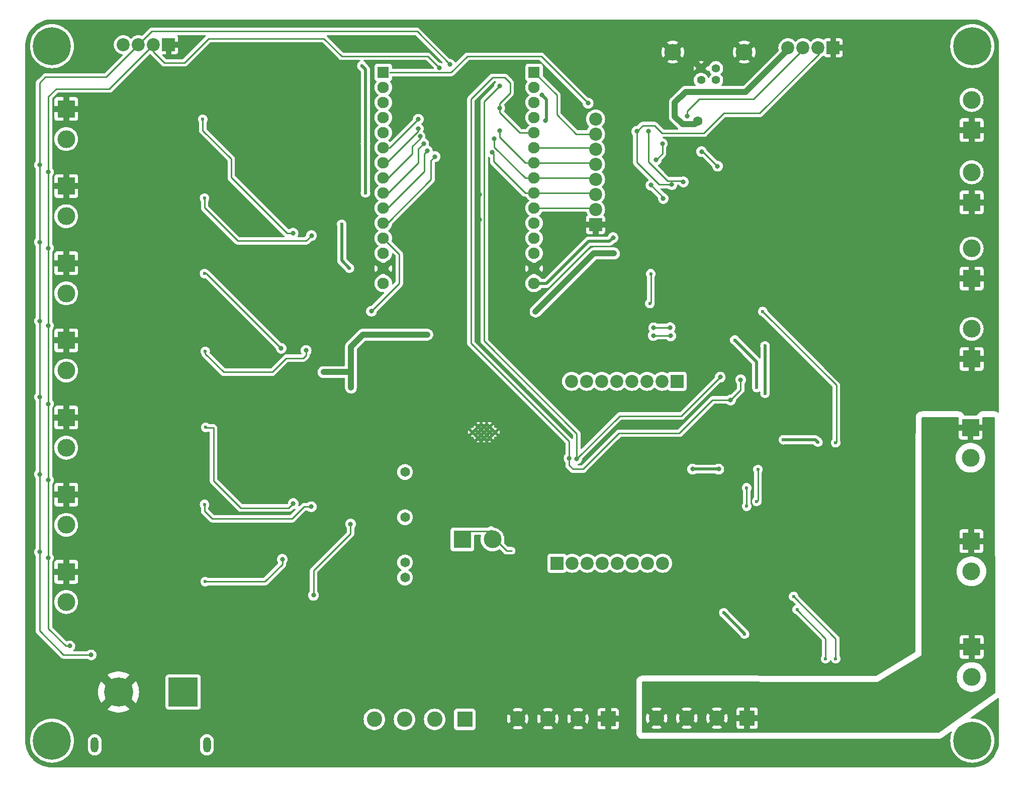
<source format=gbr>
%TF.GenerationSoftware,KiCad,Pcbnew,8.0.1*%
%TF.CreationDate,2026-02-13T23:09:19+01:00*%
%TF.ProjectId,PowerBox2.2 KICAD,506f7765-7242-46f7-9832-2e32204b4943,rev?*%
%TF.SameCoordinates,Original*%
%TF.FileFunction,Copper,L2,Bot*%
%TF.FilePolarity,Positive*%
%FSLAX46Y46*%
G04 Gerber Fmt 4.6, Leading zero omitted, Abs format (unit mm)*
G04 Created by KiCad (PCBNEW 8.0.1) date 2026-02-13 23:09:19*
%MOMM*%
%LPD*%
G01*
G04 APERTURE LIST*
%TA.AperFunction,ComponentPad*%
%ADD10R,3.000000X3.000000*%
%TD*%
%TA.AperFunction,ComponentPad*%
%ADD11C,3.000000*%
%TD*%
%TA.AperFunction,ComponentPad*%
%ADD12C,0.800000*%
%TD*%
%TA.AperFunction,ComponentPad*%
%ADD13C,6.400000*%
%TD*%
%TA.AperFunction,ComponentPad*%
%ADD14C,4.916000*%
%TD*%
%TA.AperFunction,ComponentPad*%
%ADD15R,4.916000X4.916000*%
%TD*%
%TA.AperFunction,ComponentPad*%
%ADD16O,1.300000X2.600000*%
%TD*%
%TA.AperFunction,ComponentPad*%
%ADD17R,2.200000X2.200000*%
%TD*%
%TA.AperFunction,ComponentPad*%
%ADD18C,2.200000*%
%TD*%
%TA.AperFunction,ComponentPad*%
%ADD19C,0.500000*%
%TD*%
%TA.AperFunction,ComponentPad*%
%ADD20C,1.422400*%
%TD*%
%TA.AperFunction,ComponentPad*%
%ADD21C,2.819400*%
%TD*%
%TA.AperFunction,ComponentPad*%
%ADD22R,1.930000X1.930000*%
%TD*%
%TA.AperFunction,ComponentPad*%
%ADD23C,1.930000*%
%TD*%
%TA.AperFunction,ComponentPad*%
%ADD24R,2.600000X2.600000*%
%TD*%
%TA.AperFunction,ComponentPad*%
%ADD25C,2.600000*%
%TD*%
%TA.AperFunction,ComponentPad*%
%ADD26C,1.650000*%
%TD*%
%TA.AperFunction,ViaPad*%
%ADD27C,0.800000*%
%TD*%
%TA.AperFunction,ViaPad*%
%ADD28C,0.600000*%
%TD*%
%TA.AperFunction,ViaPad*%
%ADD29C,1.600000*%
%TD*%
%TA.AperFunction,Conductor*%
%ADD30C,0.254000*%
%TD*%
%TA.AperFunction,Conductor*%
%ADD31C,0.500000*%
%TD*%
%TA.AperFunction,Conductor*%
%ADD32C,1.000000*%
%TD*%
%TA.AperFunction,Conductor*%
%ADD33C,0.250000*%
%TD*%
G04 APERTURE END LIST*
D10*
%TO.P,J12,1,Pin_1*%
%TO.N,GND*%
X79400000Y-96560000D03*
D11*
%TO.P,J12,2,Pin_2*%
%TO.N,Net-(J12-Pin_2)*%
X79400000Y-101640000D03*
%TD*%
D12*
%TO.P,H6,1,1*%
%TO.N,unconnected-(H6-Pad1)_2*%
X229600000Y-47000000D03*
%TO.N,unconnected-(H6-Pad1)_1*%
X230302944Y-45302944D03*
%TO.N,unconnected-(H6-Pad1)_4*%
X230302944Y-48697056D03*
%TO.N,unconnected-(H6-Pad1)_5*%
X232000000Y-44600000D03*
D13*
%TO.N,unconnected-(H6-Pad1)*%
X232000000Y-47000000D03*
D12*
%TO.N,unconnected-(H6-Pad1)_6*%
X232000000Y-49400000D03*
%TO.N,unconnected-(H6-Pad1)_0*%
X233697056Y-45302944D03*
%TO.N,unconnected-(H6-Pad1)_7*%
X233697056Y-48697056D03*
%TO.N,unconnected-(H6-Pad1)_3*%
X234400000Y-47000000D03*
%TD*%
D10*
%TO.P,J7,1,Pin_1*%
%TO.N,GND*%
X231900000Y-99700000D03*
D11*
%TO.P,J7,2,Pin_2*%
%TO.N,Net-(J7-Pin_2)*%
X231900000Y-94620000D03*
%TD*%
D14*
%TO.P,J24,N,NEG*%
%TO.N,GND*%
X88200000Y-155800000D03*
D15*
%TO.P,J24,P,POS*%
%TO.N,/U12V*%
X99100000Y-155800000D03*
D16*
%TO.P,J24,S1*%
%TO.N,N/C*%
X103100000Y-164700000D03*
%TO.P,J24,S2*%
X84200000Y-164700000D03*
%TD*%
D17*
%TO.P,J6,1,Pin_1*%
%TO.N,GND*%
X96650000Y-46750000D03*
D18*
%TO.P,J6,2,Pin_2*%
%TO.N,/I2C-SDA*%
X94110000Y-46750000D03*
%TO.P,J6,3,Pin_3*%
%TO.N,/I2C-SCL*%
X91570000Y-46750000D03*
%TO.P,J6,4,Pin_4*%
%TO.N,+3.3V*%
X89030000Y-46750000D03*
%TD*%
D10*
%TO.P,J13,1,Pin_1*%
%TO.N,GND*%
X79400000Y-83560000D03*
D11*
%TO.P,J13,2,Pin_2*%
%TO.N,Net-(J13-Pin_2)*%
X79400000Y-88640000D03*
%TD*%
D19*
%TO.P,U22,15,PGND*%
%TO.N,GND*%
X150700000Y-111100000D03*
X149750000Y-111100000D03*
X148800000Y-111100000D03*
X151650000Y-112050000D03*
X150700000Y-112050000D03*
X149750000Y-112050000D03*
X148800000Y-112050000D03*
X147850000Y-112050000D03*
X150700000Y-113000000D03*
X149750000Y-113000000D03*
X148800000Y-113000000D03*
%TD*%
D10*
%TO.P,J17,1,Pin_1*%
%TO.N,GND*%
X79400000Y-135560000D03*
D11*
%TO.P,J17,2,Pin_2*%
%TO.N,Net-(J17-Pin_2)*%
X79400000Y-140640000D03*
%TD*%
D10*
%TO.P,J19,1,Pin_1*%
%TO.N,GND*%
X231900000Y-73324000D03*
D11*
%TO.P,J19,2,Pin_2*%
%TO.N,Net-(J19-Pin_2)*%
X231900000Y-68244000D03*
%TD*%
D10*
%TO.P,J3,1*%
%TO.N,+12V*%
X231838000Y-130385000D03*
D11*
%TO.P,J3,2*%
%TO.N,Net-(F2-Pad2)*%
X231838000Y-135465000D03*
%TD*%
D12*
%TO.P,H8,1,1*%
%TO.N,unconnected-(H8-Pad1)_1*%
X229600000Y-164000000D03*
%TO.N,unconnected-(H8-Pad1)*%
X230302944Y-162302944D03*
%TO.N,unconnected-(H8-Pad1)_0*%
X230302944Y-165697056D03*
%TO.N,unconnected-(H8-Pad1)_4*%
X232000000Y-161600000D03*
D13*
%TO.N,unconnected-(H8-Pad1)_3*%
X232000000Y-164000000D03*
D12*
%TO.N,unconnected-(H8-Pad1)_2*%
X232000000Y-166400000D03*
%TO.N,unconnected-(H8-Pad1)_5*%
X233697056Y-162302944D03*
%TO.N,unconnected-(H8-Pad1)_7*%
X233697056Y-165697056D03*
%TO.N,unconnected-(H8-Pad1)_6*%
X234400000Y-164000000D03*
%TD*%
D17*
%TO.P,J9,1,Pin_1*%
%TO.N,GND*%
X168550000Y-77050000D03*
D18*
%TO.P,J9,2,Pin_2*%
%TO.N,/ETH-INT*%
X168550000Y-74510000D03*
%TO.P,J9,3,Pin_3*%
%TO.N,/ETH-RST*%
X168550000Y-71970000D03*
%TO.P,J9,4,Pin_4*%
%TO.N,/SPI-SS*%
X168550000Y-69430000D03*
%TO.P,J9,5,Pin_5*%
%TO.N,/SPI-SCK*%
X168550000Y-66890000D03*
%TO.P,J9,6,Pin_6*%
%TO.N,/SPI-MISO*%
X168550000Y-64350000D03*
%TO.P,J9,7,Pin_7*%
%TO.N,/SPI-MOSI*%
X168550000Y-61810000D03*
%TO.P,J9,8,Pin_8*%
%TO.N,+3.3V*%
X168550000Y-59270000D03*
%TD*%
D10*
%TO.P,J14,1,Pin_1*%
%TO.N,GND*%
X79400000Y-122560000D03*
D11*
%TO.P,J14,2,Pin_2*%
%TO.N,Net-(J14-Pin_2)*%
X79400000Y-127640000D03*
%TD*%
D10*
%TO.P,J18,1,Pin_1*%
%TO.N,GND*%
X231900000Y-61132000D03*
D11*
%TO.P,J18,2,Pin_2*%
%TO.N,Net-(J18-Pin_2)*%
X231900000Y-56052000D03*
%TD*%
D10*
%TO.P,J23,1,Pin_1*%
%TO.N,GND*%
X79400000Y-70560000D03*
D11*
%TO.P,J23,2,Pin_2*%
%TO.N,Net-(J23-Pin_2)*%
X79400000Y-75640000D03*
%TD*%
D20*
%TO.P,J22,1,VBUS*%
%TO.N,+5VP*%
X186319998Y-52710000D03*
%TO.P,J22,2,D-*%
%TO.N,/D-con*%
X188819998Y-52710000D03*
%TO.P,J22,3,D+*%
%TO.N,/D+con*%
X188819998Y-50709999D03*
%TO.P,J22,4,GND*%
%TO.N,GND*%
X186319998Y-50709999D03*
D21*
%TO.P,J22,5,Shield*%
X193589996Y-48000000D03*
%TO.P,J22,6,Shield*%
X181550000Y-48000000D03*
%TD*%
D10*
%TO.P,J2,1,Pin_1*%
%TO.N,GND*%
X79400000Y-57560000D03*
D11*
%TO.P,J2,2,Pin_2*%
%TO.N,Net-(J2-Pin_2)*%
X79400000Y-62640000D03*
%TD*%
D17*
%TO.P,J11,1,Pin_1*%
%TO.N,/SCTRL*%
X182310000Y-103450000D03*
D18*
%TO.P,J11,2,Pin_2*%
%TO.N,Net-(J11-Pin_2)*%
X179770000Y-103450000D03*
%TO.P,J11,3,Pin_3*%
%TO.N,Net-(J11-Pin_3)*%
X177230000Y-103450000D03*
%TO.P,J11,4,Pin_4*%
%TO.N,Net-(J11-Pin_4)*%
X174690000Y-103450000D03*
%TO.P,J11,5,Pin_5*%
%TO.N,Net-(J11-Pin_5)*%
X172150000Y-103450000D03*
%TO.P,J11,6,Pin_6*%
%TO.N,Net-(J11-Pin_6)*%
X169610000Y-103450000D03*
%TO.P,J11,7,Pin_7*%
%TO.N,Net-(J11-Pin_7)*%
X167070000Y-103450000D03*
%TO.P,J11,8,Pin_8*%
%TO.N,Net-(J11-Pin_8)*%
X164530000Y-103450000D03*
%TD*%
D22*
%TO.P,U6,1,EN*%
%TO.N,/EN*%
X132800000Y-51400000D03*
D23*
%TO.P,U6,2,SENSOR_VP*%
%TO.N,/Vsense*%
X132800000Y-53940000D03*
%TO.P,U6,3,SENSOR_VN*%
%TO.N,/Analog2*%
X132800000Y-56480000D03*
%TO.P,U6,4,IO34*%
%TO.N,/Analog3*%
X132800000Y-59020000D03*
%TO.P,U6,5,IO35*%
%TO.N,/Analog4*%
X132800000Y-61560000D03*
%TO.P,U6,6,IO32*%
%TO.N,/OUT1*%
X132800000Y-64100000D03*
%TO.P,U6,7,IO33*%
%TO.N,/OUT2*%
X132800000Y-66640000D03*
%TO.P,U6,8,IO25*%
%TO.N,/OUT3*%
X132800000Y-69180000D03*
%TO.P,U6,9,IO26*%
%TO.N,/OUT4*%
X132800000Y-71720000D03*
%TO.P,U6,10,IO27*%
%TO.N,/OUT5*%
X132800000Y-74260000D03*
%TO.P,U6,11,IO14*%
%TO.N,/OUT6*%
X132800000Y-76800000D03*
%TO.P,U6,12,IO12*%
%TO.N,/OUT8*%
X132800000Y-79340000D03*
%TO.P,U6,13,IO13*%
%TO.N,/OUT7*%
X132800000Y-81880000D03*
%TO.P,U6,14,GND*%
%TO.N,GND*%
X132800000Y-84420000D03*
%TO.P,U6,15,Vin*%
%TO.N,+5V*%
X132800000Y-86960000D03*
%TO.P,U6,16,3V3*%
%TO.N,+3.3V*%
X158200000Y-86960000D03*
%TO.P,U6,17,GND*%
%TO.N,GND*%
X158200000Y-84420000D03*
%TO.P,U6,18,IO15*%
%TO.N,/PWM1*%
X158200000Y-81880000D03*
%TO.P,U6,19,IO2*%
%TO.N,/PWM2*%
X158200000Y-79340000D03*
%TO.P,U6,20,IO4*%
%TO.N,/PWM3*%
X158200000Y-76800000D03*
%TO.P,U6,21,RX2/IO16*%
%TO.N,/ETH-INT*%
X158200000Y-74260000D03*
%TO.P,U6,22,TX2/IO17*%
%TO.N,/ETH-RST*%
X158200000Y-71720000D03*
%TO.P,U6,23,IO5*%
%TO.N,/SPI-SS*%
X158200000Y-69180000D03*
%TO.P,U6,24,IO18*%
%TO.N,/SPI-SCK*%
X158200000Y-66640000D03*
%TO.P,U6,25,IO19*%
%TO.N,/SPI-MISO*%
X158200000Y-64100000D03*
%TO.P,U6,26,IO21*%
%TO.N,/I2C-SDA*%
X158200000Y-61560000D03*
%TO.P,U6,27,RXD0/IO3*%
%TO.N,/UART-RX*%
X158200000Y-59020000D03*
%TO.P,U6,28,TXD0/IO1*%
%TO.N,/UART-TX*%
X158200000Y-56480000D03*
%TO.P,U6,29,IO22*%
%TO.N,/I2C-SCL*%
X158200000Y-53940000D03*
D22*
%TO.P,U6,30,IO23*%
%TO.N,/SPI-MOSI*%
X158200000Y-51400000D03*
%TD*%
D24*
%TO.P,J16,1,Pin_1*%
%TO.N,GND*%
X170680000Y-160300000D03*
D25*
%TO.P,J16,2,Pin_2*%
X165600000Y-160300000D03*
%TO.P,J16,3,Pin_3*%
X160520000Y-160300000D03*
%TO.P,J16,4,Pin_4*%
X155440000Y-160300000D03*
%TD*%
D17*
%TO.P,J25,1,Pin_1*%
%TO.N,GND*%
X208575000Y-47250000D03*
D18*
%TO.P,J25,2,Pin_2*%
%TO.N,/D+*%
X206035000Y-47250000D03*
%TO.P,J25,3,Pin_3*%
%TO.N,/D-*%
X203495000Y-47250000D03*
%TO.P,J25,4,Pin_4*%
%TO.N,/VBUS*%
X200955000Y-47250000D03*
%TD*%
D10*
%TO.P,J20,1,Pin_1*%
%TO.N,GND*%
X231900000Y-86151000D03*
D11*
%TO.P,J20,2,Pin_2*%
%TO.N,Net-(J20-Pin_2)*%
X231900000Y-81071000D03*
%TD*%
D17*
%TO.P,J10,1,Pin_1*%
%TO.N,Net-(J10-Pin_1)*%
X162070000Y-134100000D03*
D18*
%TO.P,J10,2,Pin_2*%
%TO.N,Net-(J10-Pin_2)*%
X164610000Y-134100000D03*
%TO.P,J10,3,Pin_3*%
%TO.N,Net-(J10-Pin_3)*%
X167150000Y-134100000D03*
%TO.P,J10,4,Pin_4*%
%TO.N,Net-(J10-Pin_4)*%
X169690000Y-134100000D03*
%TO.P,J10,5,Pin_5*%
%TO.N,Net-(J10-Pin_5)*%
X172230000Y-134100000D03*
%TO.P,J10,6,Pin_6*%
%TO.N,Net-(J10-Pin_6)*%
X174770000Y-134100000D03*
%TO.P,J10,7,Pin_7*%
%TO.N,Net-(J10-Pin_7)*%
X177310000Y-134100000D03*
%TO.P,J10,8,Pin_8*%
%TO.N,Net-(J10-Pin_8)*%
X179850000Y-134100000D03*
%TD*%
D10*
%TO.P,J4,1*%
%TO.N,+12V*%
X231900000Y-148200000D03*
D11*
%TO.P,J4,2*%
%TO.N,Net-(F1-Pad2)*%
X231900000Y-153280000D03*
%TD*%
D24*
%TO.P,J21,1,Pin_1*%
%TO.N,/U12V*%
X146530000Y-160400000D03*
D25*
%TO.P,J21,2,Pin_2*%
X141450000Y-160400000D03*
%TO.P,J21,3,Pin_3*%
X136370000Y-160400000D03*
%TO.P,J21,4,Pin_4*%
X131290000Y-160400000D03*
%TD*%
D12*
%TO.P,H7,1,1*%
%TO.N,unconnected-(H7-Pad1)_0*%
X74600000Y-164000000D03*
%TO.N,unconnected-(H7-Pad1)*%
X75302944Y-162302944D03*
%TO.N,unconnected-(H7-Pad1)_1*%
X75302944Y-165697056D03*
%TO.N,unconnected-(H7-Pad1)_7*%
X77000000Y-161600000D03*
D13*
%TO.N,unconnected-(H7-Pad1)_2*%
X77000000Y-164000000D03*
D12*
%TO.N,unconnected-(H7-Pad1)_4*%
X77000000Y-166400000D03*
%TO.N,unconnected-(H7-Pad1)_3*%
X78697056Y-162302944D03*
%TO.N,unconnected-(H7-Pad1)_6*%
X78697056Y-165697056D03*
%TO.N,unconnected-(H7-Pad1)_5*%
X79400000Y-164000000D03*
%TD*%
D26*
%TO.P,K1,1*%
%TO.N,+12V*%
X136450000Y-136510000D03*
%TO.P,K1,2*%
%TO.N,Net-(D5-A)*%
X136450000Y-133970000D03*
%TO.P,K1,5*%
%TO.N,Net-(J1-Pin_2)*%
X136450000Y-126350000D03*
%TO.P,K1,8*%
%TO.N,Net-(J1-Pin_1)*%
X136450000Y-118730000D03*
%TD*%
D10*
%TO.P,J15,1,Pin_1*%
%TO.N,GND*%
X79400000Y-109560000D03*
D11*
%TO.P,J15,2,Pin_2*%
%TO.N,Net-(J15-Pin_2)*%
X79400000Y-114640000D03*
%TD*%
D24*
%TO.P,J8,1,Pin_1*%
%TO.N,+12V*%
X194080000Y-160200000D03*
D25*
%TO.P,J8,2,Pin_2*%
X189000000Y-160200000D03*
%TO.P,J8,3,Pin_3*%
X183920000Y-160200000D03*
%TO.P,J8,4,Pin_4*%
X178840000Y-160200000D03*
%TD*%
D10*
%TO.P,J5,1*%
%TO.N,+12V*%
X231704000Y-111258000D03*
D11*
%TO.P,J5,2*%
%TO.N,Net-(F4-Pad2)*%
X231704000Y-116338000D03*
%TD*%
D12*
%TO.P,H5,1,1*%
%TO.N,unconnected-(H5-Pad1)_7*%
X74600000Y-47000000D03*
%TO.N,unconnected-(H5-Pad1)_1*%
X75302944Y-45302944D03*
%TO.N,unconnected-(H5-Pad1)_0*%
X75302944Y-48697056D03*
%TO.N,unconnected-(H5-Pad1)_4*%
X77000000Y-44600000D03*
D13*
%TO.N,unconnected-(H5-Pad1)_2*%
X77000000Y-47000000D03*
D12*
%TO.N,unconnected-(H5-Pad1)_6*%
X77000000Y-49400000D03*
%TO.N,unconnected-(H5-Pad1)*%
X78697056Y-45302944D03*
%TO.N,unconnected-(H5-Pad1)_5*%
X78697056Y-48697056D03*
%TO.N,unconnected-(H5-Pad1)_3*%
X79400000Y-47000000D03*
%TD*%
D10*
%TO.P,J1,1,Pin_1*%
%TO.N,Net-(J1-Pin_1)*%
X146120000Y-130100000D03*
D11*
%TO.P,J1,2,Pin_2*%
%TO.N,Net-(J1-Pin_2)*%
X151200000Y-130100000D03*
%TD*%
D27*
%TO.N,GND*%
X105300000Y-153700000D03*
X94300000Y-71150000D03*
X140950000Y-103150000D03*
X94200000Y-106250000D03*
X94150000Y-93350000D03*
X98450000Y-80400000D03*
X89300000Y-104400000D03*
X202400000Y-126200000D03*
X149000000Y-72000000D03*
X202460000Y-124383000D03*
X190550000Y-122050000D03*
X180700000Y-67750000D03*
X130556000Y-50165000D03*
X201160000Y-124383000D03*
X121150000Y-46950000D03*
X196500000Y-111700000D03*
X126600000Y-135400000D03*
X116600000Y-54350000D03*
X192300000Y-61362500D03*
X143000000Y-72000000D03*
X89200000Y-117500000D03*
X128900000Y-133400000D03*
X115986000Y-109427000D03*
X149860000Y-51308000D03*
X87700000Y-94400000D03*
X97970000Y-51980000D03*
X203400000Y-120200000D03*
X150275000Y-108425000D03*
X196850000Y-146400000D03*
X92310000Y-52000000D03*
X198600000Y-147700000D03*
X98450000Y-149050000D03*
X158875000Y-110250000D03*
X130700000Y-89300000D03*
X134150000Y-107450000D03*
X190900000Y-100900000D03*
X195200000Y-146400000D03*
X94200000Y-123100000D03*
X94300000Y-149050000D03*
X145125000Y-119250000D03*
X198100000Y-111700000D03*
X118900000Y-134250000D03*
X142800000Y-76200000D03*
X196500000Y-110400000D03*
X125600000Y-70100000D03*
X200700000Y-135950000D03*
X98400000Y-84300000D03*
X186950000Y-72112500D03*
X89400000Y-91500000D03*
X94350000Y-132250000D03*
X89200000Y-143400000D03*
X98350000Y-106250000D03*
X198100000Y-113050000D03*
X198600000Y-146400000D03*
X196850000Y-145100000D03*
X130650000Y-104000000D03*
X94350000Y-67250000D03*
X98500000Y-67250000D03*
X118950000Y-113650000D03*
X124300000Y-81700000D03*
X172350000Y-83950000D03*
X126619000Y-46355000D03*
X199800000Y-126200000D03*
X116600000Y-153700000D03*
X141987500Y-113975000D03*
X89300000Y-66400000D03*
X98500000Y-145150000D03*
X87800000Y-107700000D03*
X124050000Y-91650000D03*
X195200000Y-145100000D03*
X115886000Y-113227000D03*
X149000000Y-76200000D03*
X94300000Y-136150000D03*
X115650000Y-128250000D03*
X98350000Y-123100000D03*
X141862500Y-110075000D03*
X161250000Y-82350000D03*
X98450000Y-136150000D03*
X94100000Y-97250000D03*
X122250000Y-104900000D03*
X199860000Y-124383000D03*
X190550000Y-124300000D03*
X139133000Y-103140000D03*
X150900000Y-120325000D03*
X87700000Y-120500000D03*
X87800000Y-133400000D03*
X94250000Y-84300000D03*
X97950000Y-57100000D03*
X196500000Y-113050000D03*
X83350000Y-147250000D03*
X158875000Y-113950000D03*
X164300000Y-120400000D03*
X98400000Y-119200000D03*
X203750000Y-126200000D03*
X139133000Y-101840000D03*
X94150000Y-110150000D03*
X189200000Y-137650000D03*
X98500000Y-132250000D03*
X188600000Y-70262500D03*
X86250000Y-57100000D03*
X126700000Y-133400000D03*
X98450000Y-71150000D03*
X123800000Y-70200000D03*
X120600000Y-54350000D03*
X196500000Y-109100000D03*
X125450000Y-50150000D03*
X89600000Y-79400000D03*
X198100000Y-110400000D03*
X88100000Y-70200000D03*
X163240000Y-49980000D03*
X98300000Y-93350000D03*
X176450000Y-54350000D03*
X198600000Y-145100000D03*
X116100000Y-89043000D03*
X124100000Y-54350000D03*
X127800000Y-52700000D03*
X193900000Y-115100000D03*
X140950000Y-101850000D03*
X201100000Y-126200000D03*
X109500000Y-47000000D03*
X116030000Y-86533000D03*
X94350000Y-145150000D03*
X118900000Y-64400000D03*
X196850000Y-147700000D03*
X98250000Y-97250000D03*
X195200000Y-143800000D03*
X198100000Y-109100000D03*
X190100000Y-69012500D03*
X98300000Y-110150000D03*
X203810000Y-124383000D03*
X89300000Y-130500000D03*
X94300000Y-80400000D03*
X194000000Y-106100000D03*
X92290000Y-57120000D03*
X163100000Y-80200000D03*
X198550000Y-100050000D03*
X194350000Y-93750000D03*
X149350000Y-115525000D03*
X94250000Y-119200000D03*
X138811000Y-74168000D03*
D28*
%TO.N,+3.3V*%
X200200000Y-113300000D03*
X127350000Y-104500000D03*
X129800000Y-63400000D03*
X129200000Y-50300000D03*
X190150000Y-142450000D03*
D27*
X160147000Y-59563000D03*
X159500000Y-55200000D03*
D28*
X197100000Y-97500000D03*
X125800000Y-77000000D03*
X206000000Y-113700000D03*
X197100000Y-105500000D03*
X129800000Y-71700000D03*
D27*
X140200000Y-95600000D03*
X189300000Y-118250000D03*
D28*
X193650000Y-146050000D03*
X129800000Y-71700000D03*
D27*
X171500000Y-79250000D03*
X122750000Y-101900000D03*
D28*
X127100000Y-84400000D03*
D27*
X184900000Y-118250000D03*
%TO.N,/EN*%
X167300000Y-56600000D03*
D29*
%TO.N,/VBUS*%
X185750000Y-59612500D03*
D27*
%TO.N,/I2C-SDA*%
X76400000Y-120100000D03*
D28*
X202500000Y-141900000D03*
D27*
X76400000Y-68200000D03*
D28*
X194000000Y-124500000D03*
D27*
X193000000Y-103200000D03*
X142240000Y-50673000D03*
X164091000Y-116410000D03*
D28*
X194000000Y-121400000D03*
D27*
X76400000Y-133200000D03*
D28*
X207300000Y-150200000D03*
D27*
X76400000Y-94100000D03*
X152400000Y-57404000D03*
X76400000Y-94100000D03*
X80000000Y-148050000D03*
X76400000Y-81000000D03*
X76400000Y-107257000D03*
X191300000Y-106600000D03*
X76400000Y-107257000D03*
%TO.N,/I2C-SCL*%
X74900000Y-80000000D03*
X165391000Y-116510000D03*
X74900000Y-67000000D03*
X74900000Y-93300000D03*
X74900000Y-119100000D03*
X144018000Y-50038000D03*
D28*
X201900000Y-139700000D03*
D27*
X83600000Y-149550000D03*
D28*
X209000000Y-150200000D03*
X195700000Y-123700000D03*
D27*
X74900000Y-93300000D03*
X189550000Y-102750000D03*
X74900000Y-106100000D03*
X74900000Y-132200000D03*
X152400000Y-53721000D03*
D28*
X195900000Y-118300000D03*
D27*
%TO.N,/SPI-SCK*%
X152400000Y-61214000D03*
D28*
%TO.N,+12V*%
X195700000Y-104500000D03*
X192000000Y-96500000D03*
D27*
%TO.N,/ETH-RST*%
X151130000Y-64897000D03*
%TO.N,/SPI-SS*%
X151511000Y-62611000D03*
D28*
%TO.N,/SCTRL*%
X177850000Y-85337500D03*
X177690000Y-90350000D03*
D27*
%TO.N,/D+*%
X175500000Y-61350000D03*
X181400000Y-70312500D03*
%TO.N,/D-*%
X183350000Y-69862500D03*
X177450000Y-61350000D03*
X184000000Y-58800000D03*
%TO.N,/RTS*%
X178750000Y-66162500D03*
X179800000Y-63412500D03*
%TO.N,/IO0*%
X177900000Y-70412500D03*
X179950000Y-72662500D03*
%TO.N,/PWM2*%
X178350000Y-94450000D03*
X181100000Y-94400000D03*
%TO.N,/PWM1*%
X178300000Y-95750000D03*
X181200000Y-95800000D03*
D28*
%TO.N,/PWM3-P*%
X209000000Y-113800000D03*
X196700000Y-91700000D03*
D27*
%TO.N,Net-(Q5-G)*%
X120700000Y-78900000D03*
D28*
X102700000Y-72600000D03*
D27*
%TO.N,Net-(Q6-G)*%
X117600000Y-78500000D03*
D28*
X102400000Y-59300000D03*
D27*
%TO.N,Net-(Q7-G)*%
X119800000Y-98250000D03*
D28*
X102800000Y-98400000D03*
%TO.N,Net-(Q8-G)*%
X102700000Y-85300000D03*
D27*
X115600000Y-97900000D03*
%TO.N,Net-(Q9-G)*%
X120676000Y-124582000D03*
D28*
X102700000Y-124200000D03*
%TO.N,Net-(Q10-G)*%
X102900000Y-111200000D03*
D27*
X117628000Y-124052000D03*
D28*
%TO.N,Net-(Q12-G)*%
X102800000Y-137200000D03*
D27*
X115800000Y-133450000D03*
%TO.N,+5V*%
X158450000Y-91700000D03*
X171650000Y-81900000D03*
%TO.N,/OUT8-P*%
X127300000Y-127500000D03*
X121050000Y-139500000D03*
%TO.N,/OUT8*%
X130800000Y-91650000D03*
%TO.N,/OUT2*%
X138700000Y-60900000D03*
%TO.N,Net-(U14-~{RST})*%
X189100000Y-67212500D03*
X186400000Y-64762500D03*
%TO.N,/OUT1*%
X138700000Y-59300000D03*
%TO.N,/OUT6*%
X141500000Y-65600000D03*
%TO.N,/OUT5*%
X140208000Y-64600000D03*
%TO.N,/OUT4*%
X139600000Y-63400000D03*
%TO.N,/OUT3*%
X139000000Y-62200000D03*
%TD*%
D30*
%TO.N,*%
X150951500Y-129374500D02*
X150951500Y-128499000D01*
X154426500Y-131999500D02*
X153576500Y-131999500D01*
X144949500Y-128700000D02*
X150750500Y-128700000D01*
X153576500Y-131999500D02*
X150951500Y-129374500D01*
X150750500Y-128700000D02*
X150951500Y-128499000D01*
D31*
%TO.N,+3.3V*%
X193650000Y-145950000D02*
X193650000Y-146050000D01*
X125800000Y-83100000D02*
X127100000Y-84400000D01*
X171500000Y-79250000D02*
X170900000Y-79850000D01*
X160274000Y-55974000D02*
X160274000Y-59436000D01*
X160290000Y-86960000D02*
X158200000Y-86960000D01*
X129776000Y-50876000D02*
X129200000Y-50300000D01*
X206000000Y-113700000D02*
X205600000Y-113300000D01*
X129800000Y-63400000D02*
X129776000Y-63376000D01*
D32*
X127350000Y-102000000D02*
X127250000Y-101900000D01*
D31*
X167400000Y-79850000D02*
X160290000Y-86960000D01*
D32*
X140200000Y-95600000D02*
X129350000Y-95600000D01*
X129350000Y-95600000D02*
X127350000Y-97600000D01*
X127250000Y-101900000D02*
X122750000Y-101900000D01*
X127350000Y-97600000D02*
X127350000Y-104500000D01*
D31*
X129800000Y-63400000D02*
X129800000Y-71700000D01*
X188900000Y-118250000D02*
X189300000Y-118250000D01*
X170900000Y-79850000D02*
X167400000Y-79850000D01*
X159500000Y-55200000D02*
X160274000Y-55974000D01*
X125800000Y-77000000D02*
X125800000Y-83100000D01*
X129776000Y-63376000D02*
X129776000Y-50876000D01*
X190150000Y-142450000D02*
X193650000Y-145950000D01*
X184900000Y-118250000D02*
X188900000Y-118250000D01*
X160274000Y-59436000D02*
X160147000Y-59563000D01*
X205600000Y-113300000D02*
X200200000Y-113300000D01*
X197100000Y-97500000D02*
X197100000Y-105500000D01*
D33*
%TO.N,/EN*%
X146950000Y-48700000D02*
X158700000Y-48700000D01*
D30*
X167300000Y-56600000D02*
X159400000Y-48700000D01*
D33*
X144215000Y-51435000D02*
X146950000Y-48700000D01*
X133858000Y-51435000D02*
X144215000Y-51435000D01*
D30*
X159400000Y-48700000D02*
X158700000Y-48700000D01*
D32*
%TO.N,/VBUS*%
X193827000Y-54693000D02*
X201070000Y-47450000D01*
X185750000Y-59612500D02*
X185220000Y-60142500D01*
X183712860Y-54693000D02*
X193827000Y-54693000D01*
X185220000Y-60142500D02*
X183192500Y-60142500D01*
X181900000Y-56505860D02*
X183712860Y-54693000D01*
X183192500Y-60142500D02*
X181900000Y-58850000D01*
X181900000Y-58850000D02*
X181900000Y-56505860D01*
D30*
%TO.N,/I2C-SDA*%
X142240000Y-50673000D02*
X140267000Y-48700000D01*
X86660000Y-54200000D02*
X94110000Y-46750000D01*
D33*
X152400000Y-56650000D02*
X154150000Y-54900000D01*
X152400000Y-57404000D02*
X152400000Y-56650000D01*
D30*
X80000000Y-148050000D02*
X79350000Y-148050000D01*
X125785280Y-48700000D02*
X122785280Y-45700000D01*
D33*
X154150000Y-53150000D02*
X153250000Y-52250000D01*
D30*
X188250000Y-106600000D02*
X191300000Y-106600000D01*
X76400000Y-55500000D02*
X77700000Y-54200000D01*
D33*
X164091000Y-116410000D02*
X164091000Y-117591000D01*
D30*
X103400000Y-45700000D02*
X99300000Y-49800000D01*
D33*
X152400000Y-58200000D02*
X155760000Y-61560000D01*
X166450000Y-118250000D02*
X166650000Y-118050000D01*
X147550000Y-97000000D02*
X164091000Y-113541000D01*
D30*
X202500000Y-142000000D02*
X207300000Y-146800000D01*
X94110000Y-47960000D02*
X94110000Y-46750000D01*
X202500000Y-141900000D02*
X202500000Y-142000000D01*
D33*
X164091000Y-117591000D02*
X164750000Y-118250000D01*
D30*
X207300000Y-146800000D02*
X207300000Y-150200000D01*
X76400000Y-145100000D02*
X76400000Y-81000000D01*
D33*
X153250000Y-52250000D02*
X151200000Y-52250000D01*
D30*
X99300000Y-49800000D02*
X95950000Y-49800000D01*
X77700000Y-54200000D02*
X86660000Y-54200000D01*
X194000000Y-124500000D02*
X194000000Y-121400000D01*
X193000000Y-104900000D02*
X193000000Y-103200000D01*
D33*
X164091000Y-113541000D02*
X164091000Y-116410000D01*
X164750000Y-118250000D02*
X166450000Y-118250000D01*
D30*
X79350000Y-148050000D02*
X76400000Y-145100000D01*
X172500000Y-112200000D02*
X182650000Y-112200000D01*
X191300000Y-106600000D02*
X193000000Y-104900000D01*
X166650000Y-118050000D02*
X172500000Y-112200000D01*
X182650000Y-112200000D02*
X188250000Y-106600000D01*
D33*
X147550000Y-55900000D02*
X147550000Y-97000000D01*
X154150000Y-54900000D02*
X154150000Y-53150000D01*
X152400000Y-57404000D02*
X152400000Y-58200000D01*
D30*
X95950000Y-49800000D02*
X94110000Y-47960000D01*
X140267000Y-48700000D02*
X125785280Y-48700000D01*
D33*
X155760000Y-61560000D02*
X158200000Y-61560000D01*
D30*
X76400000Y-81000000D02*
X76400000Y-55500000D01*
D33*
X151200000Y-52250000D02*
X147550000Y-55900000D01*
D30*
X122785280Y-45700000D02*
X103400000Y-45700000D01*
%TO.N,/I2C-SCL*%
X201900000Y-139700000D02*
X209000000Y-146800000D01*
D33*
X165391000Y-112241000D02*
X165391000Y-116510000D01*
D30*
X75900000Y-52200000D02*
X86120000Y-52200000D01*
X183000000Y-109300000D02*
X189550000Y-102750000D01*
X195900000Y-118300000D02*
X195900000Y-123500000D01*
X165391000Y-116510000D02*
X172601000Y-109300000D01*
X83600000Y-149550000D02*
X78950000Y-149550000D01*
X74900000Y-53200000D02*
X75900000Y-52200000D01*
X78950000Y-149550000D02*
X74900000Y-145500000D01*
D33*
X152400000Y-53721000D02*
X149800000Y-56321000D01*
D30*
X86120000Y-52200000D02*
X91570000Y-46750000D01*
D33*
X149800000Y-96650000D02*
X165391000Y-112241000D01*
D30*
X195900000Y-123500000D02*
X195700000Y-123700000D01*
X209000000Y-146800000D02*
X209000000Y-150200000D01*
X144018000Y-50038000D02*
X138480000Y-44500000D01*
X93820000Y-44500000D02*
X91570000Y-46750000D01*
X74900000Y-145500000D02*
X74900000Y-53200000D01*
D33*
X149800000Y-56321000D02*
X149800000Y-96650000D01*
D30*
X172601000Y-109300000D02*
X183000000Y-109300000D01*
X138480000Y-44500000D02*
X93820000Y-44500000D01*
D33*
%TO.N,/SPI-SCK*%
X152400000Y-61214000D02*
X152400000Y-62357000D01*
X152400000Y-62357000D02*
X156683000Y-66640000D01*
X168300000Y-66640000D02*
X168550000Y-66890000D01*
X158200000Y-66640000D02*
X168300000Y-66640000D01*
X156683000Y-66640000D02*
X158200000Y-66640000D01*
D31*
%TO.N,+12V*%
X195700000Y-100200000D02*
X195700000Y-104500000D01*
X192000000Y-96500000D02*
X195700000Y-100200000D01*
D33*
%TO.N,/ETH-RST*%
X168300000Y-71720000D02*
X168550000Y-71970000D01*
X151384000Y-65151000D02*
X151384000Y-66421000D01*
X156683000Y-71720000D02*
X158200000Y-71720000D01*
X158200000Y-71720000D02*
X168300000Y-71720000D01*
X151384000Y-66421000D02*
X156683000Y-71720000D01*
X151130000Y-64897000D02*
X151384000Y-65151000D01*
%TO.N,/SPI-MOSI*%
X165310000Y-61810000D02*
X168550000Y-61810000D01*
X162050000Y-55250000D02*
X162050000Y-58550000D01*
X162050000Y-58550000D02*
X165310000Y-61810000D01*
D30*
X158200000Y-51400000D02*
X158588000Y-51400000D01*
D33*
X158200000Y-51400000D02*
X162050000Y-55250000D01*
D30*
%TO.N,/ETH-INT*%
X158235000Y-74295000D02*
X158200000Y-74260000D01*
D33*
X168300000Y-74260000D02*
X168550000Y-74510000D01*
X158200000Y-74260000D02*
X168300000Y-74260000D01*
%TO.N,/SPI-SS*%
X151511000Y-64008000D02*
X156683000Y-69180000D01*
X158200000Y-69180000D02*
X168300000Y-69180000D01*
X151511000Y-62611000D02*
X151511000Y-64008000D01*
X156683000Y-69180000D02*
X158200000Y-69180000D01*
X168300000Y-69180000D02*
X168550000Y-69430000D01*
D30*
%TO.N,/SPI-MISO*%
X158235000Y-64135000D02*
X158200000Y-64100000D01*
D33*
X168300000Y-64100000D02*
X168550000Y-64350000D01*
X158200000Y-64100000D02*
X168300000Y-64100000D01*
D30*
%TO.N,/SCTRL*%
X177850000Y-90190000D02*
X177850000Y-85337500D01*
X177690000Y-90350000D02*
X177850000Y-90190000D01*
%TO.N,/D+*%
X206150000Y-48350000D02*
X196200000Y-58300000D01*
X179750000Y-61650000D02*
X178450000Y-60350000D01*
X175500000Y-66600000D02*
X179212500Y-70312500D01*
X176500000Y-60350000D02*
X175500000Y-61350000D01*
X186800000Y-61650000D02*
X179750000Y-61650000D01*
X175500000Y-61350000D02*
X175500000Y-66600000D01*
X196200000Y-58300000D02*
X190150000Y-58300000D01*
X178450000Y-60350000D02*
X176500000Y-60350000D01*
X190150000Y-58300000D02*
X186800000Y-61650000D01*
X179212500Y-70312500D02*
X181400000Y-70312500D01*
X206150000Y-47450000D02*
X206150000Y-48350000D01*
%TO.N,/D-*%
X184000000Y-57900000D02*
X186000000Y-55900000D01*
X186000000Y-55900000D02*
X195160000Y-55900000D01*
X195160000Y-55900000D02*
X203610000Y-47450000D01*
X180655500Y-69655500D02*
X183143000Y-69655500D01*
X183143000Y-69655500D02*
X183350000Y-69862500D01*
X177450000Y-66450000D02*
X180655500Y-69655500D01*
X177450000Y-61350000D02*
X177450000Y-66450000D01*
X184000000Y-58800000D02*
X184000000Y-57900000D01*
%TO.N,/RTS*%
X179800000Y-65112500D02*
X178750000Y-66162500D01*
X179800000Y-63412500D02*
X179800000Y-65112500D01*
%TO.N,/IO0*%
X179950000Y-72462500D02*
X177900000Y-70412500D01*
X179950000Y-72662500D02*
X179950000Y-72462500D01*
%TO.N,/PWM2*%
X181100000Y-94400000D02*
X178400000Y-94400000D01*
X178400000Y-94400000D02*
X178350000Y-94450000D01*
%TO.N,/PWM1*%
X181200000Y-95800000D02*
X181150000Y-95750000D01*
X181150000Y-95750000D02*
X178300000Y-95750000D01*
%TO.N,/PWM3-P*%
X209100000Y-104100000D02*
X196700000Y-91700000D01*
X209100000Y-113700000D02*
X209100000Y-104100000D01*
X209000000Y-113800000D02*
X209100000Y-113700000D01*
%TO.N,Net-(Q5-G)*%
X102700000Y-72600000D02*
X102700000Y-74200000D01*
X108300000Y-79800000D02*
X119800000Y-79800000D01*
X119800000Y-79800000D02*
X120700000Y-78900000D01*
X102700000Y-74200000D02*
X108300000Y-79800000D01*
%TO.N,Net-(Q6-G)*%
X116600000Y-78500000D02*
X117600000Y-78500000D01*
X107200000Y-69100000D02*
X116600000Y-78500000D01*
X102400000Y-61200000D02*
X107200000Y-66000000D01*
X102400000Y-59300000D02*
X102400000Y-61200000D01*
X107200000Y-66000000D02*
X107200000Y-69100000D01*
%TO.N,Net-(Q7-G)*%
X116450000Y-99550000D02*
X114100000Y-101900000D01*
X119800000Y-99050000D02*
X119300000Y-99550000D01*
X102800000Y-98800000D02*
X102800000Y-98400000D01*
X114100000Y-101900000D02*
X105900000Y-101900000D01*
X105900000Y-101900000D02*
X102800000Y-98800000D01*
X119300000Y-99550000D02*
X116450000Y-99550000D01*
X119800000Y-98250000D02*
X119800000Y-99050000D01*
%TO.N,Net-(Q8-G)*%
X115600000Y-97900000D02*
X103000000Y-85300000D01*
X103000000Y-85300000D02*
X102700000Y-85300000D01*
%TO.N,Net-(Q9-G)*%
X104000000Y-126600000D02*
X117435000Y-126600000D01*
X102700000Y-124200000D02*
X102700000Y-125300000D01*
X102700000Y-125300000D02*
X104000000Y-126600000D01*
X119453000Y-124582000D02*
X120676000Y-124582000D01*
X117435000Y-126600000D02*
X119453000Y-124582000D01*
%TO.N,Net-(Q10-G)*%
X103000000Y-111300000D02*
X102900000Y-111200000D01*
X108798000Y-124800000D02*
X116880000Y-124800000D01*
X104200000Y-120202000D02*
X108798000Y-124800000D01*
X116880000Y-124800000D02*
X117628000Y-124052000D01*
X104200000Y-111300000D02*
X103000000Y-111300000D01*
X104200000Y-111300000D02*
X104200000Y-120202000D01*
%TO.N,Net-(Q12-G)*%
X115800000Y-133550000D02*
X115800000Y-134300000D01*
X112900000Y-137200000D02*
X102800000Y-137200000D01*
X115800000Y-134300000D02*
X112900000Y-137200000D01*
X115800000Y-133550000D02*
X115800000Y-133450000D01*
D32*
%TO.N,+5V*%
X158450000Y-91700000D02*
X168250000Y-81900000D01*
X168250000Y-81900000D02*
X171650000Y-81900000D01*
D30*
%TO.N,/OUT8-P*%
X121050000Y-135350000D02*
X121050000Y-139500000D01*
X127300000Y-129100000D02*
X121050000Y-135350000D01*
X127300000Y-127500000D02*
X127300000Y-129100000D01*
D33*
%TO.N,/OUT8*%
X130800000Y-91650000D02*
X135500000Y-86950000D01*
X135500000Y-82040000D02*
X132800000Y-79340000D01*
X135500000Y-86950000D02*
X135500000Y-82040000D01*
%TO.N,/OUT2*%
X133385000Y-66640000D02*
X132800000Y-66640000D01*
X138700000Y-61325000D02*
X133385000Y-66640000D01*
X138700000Y-60900000D02*
X138700000Y-61325000D01*
D30*
%TO.N,Net-(U14-~{RST})*%
X186400000Y-64762500D02*
X186650000Y-64762500D01*
X186650000Y-64762500D02*
X189100000Y-67212500D01*
D33*
%TO.N,/OUT1*%
X137929000Y-60071000D02*
X137922000Y-60071000D01*
X133893000Y-64100000D02*
X132800000Y-64100000D01*
X137922000Y-60071000D02*
X133893000Y-64100000D01*
X138700000Y-59300000D02*
X137929000Y-60071000D01*
%TO.N,/OUT6*%
X140843000Y-66257000D02*
X140843000Y-69469000D01*
X133512000Y-76800000D02*
X132800000Y-76800000D01*
X141500000Y-65600000D02*
X140843000Y-66257000D01*
X140843000Y-69469000D02*
X133512000Y-76800000D01*
%TO.N,/OUT5*%
X140208000Y-64600000D02*
X139700000Y-65108000D01*
X139700000Y-68072000D02*
X133512000Y-74260000D01*
X139700000Y-65108000D02*
X139700000Y-68072000D01*
X133512000Y-74260000D02*
X132800000Y-74260000D01*
%TO.N,/OUT4*%
X133639000Y-71720000D02*
X132800000Y-71720000D01*
X138684000Y-64316000D02*
X138684000Y-66675000D01*
X138684000Y-66675000D02*
X133639000Y-71720000D01*
X139600000Y-63400000D02*
X138684000Y-64316000D01*
%TO.N,/OUT3*%
X139000000Y-62549000D02*
X137668000Y-63881000D01*
X137668000Y-65151000D02*
X133639000Y-69180000D01*
X139000000Y-62200000D02*
X139000000Y-62549000D01*
X133639000Y-69180000D02*
X132800000Y-69180000D01*
X137668000Y-63881000D02*
X137668000Y-65151000D01*
%TD*%
%TA.AperFunction,Conductor*%
%TO.N,+12V*%
G36*
X235743280Y-109519698D02*
G01*
X235789048Y-109572491D01*
X235800266Y-109623763D01*
X235899861Y-155835708D01*
X235880321Y-155902789D01*
X235847535Y-155937162D01*
X229123529Y-160700000D01*
X226402338Y-162627511D01*
X226332207Y-162677187D01*
X226266123Y-162699874D01*
X226260533Y-162700000D01*
X176524000Y-162700000D01*
X176456961Y-162680315D01*
X176411206Y-162627511D01*
X176400000Y-162576000D01*
X176400000Y-161778303D01*
X177968802Y-161778303D01*
X178180539Y-161880269D01*
X178180537Y-161880269D01*
X178438337Y-161959790D01*
X178438343Y-161959792D01*
X178705101Y-161999999D01*
X178705110Y-162000000D01*
X178974890Y-162000000D01*
X178974898Y-161999999D01*
X179241656Y-161959792D01*
X179241662Y-161959790D01*
X179499458Y-161880270D01*
X179711193Y-161778303D01*
X183048802Y-161778303D01*
X183260539Y-161880269D01*
X183260537Y-161880269D01*
X183518337Y-161959790D01*
X183518343Y-161959792D01*
X183785101Y-161999999D01*
X183785110Y-162000000D01*
X184054890Y-162000000D01*
X184054898Y-161999999D01*
X184321656Y-161959792D01*
X184321662Y-161959790D01*
X184579458Y-161880270D01*
X184791193Y-161778303D01*
X188128802Y-161778303D01*
X188340539Y-161880269D01*
X188340537Y-161880269D01*
X188598337Y-161959790D01*
X188598343Y-161959792D01*
X188865101Y-161999999D01*
X188865110Y-162000000D01*
X189134890Y-162000000D01*
X189134898Y-161999999D01*
X189401656Y-161959792D01*
X189401662Y-161959790D01*
X189659458Y-161880270D01*
X189871195Y-161778302D01*
X189000000Y-160907107D01*
X188128802Y-161778303D01*
X184791193Y-161778303D01*
X184791195Y-161778302D01*
X183920000Y-160907107D01*
X183048802Y-161778303D01*
X179711193Y-161778303D01*
X179711195Y-161778302D01*
X178840000Y-160907107D01*
X177968802Y-161778303D01*
X176400000Y-161778303D01*
X176400000Y-160200004D01*
X177034953Y-160200004D01*
X177055113Y-160469026D01*
X177055113Y-160469028D01*
X177115142Y-160732033D01*
X177115148Y-160732052D01*
X177213709Y-160983181D01*
X177263489Y-161069402D01*
X177263490Y-161069403D01*
X178068874Y-160264019D01*
X178190000Y-160264019D01*
X178214979Y-160389598D01*
X178263978Y-160507890D01*
X178335112Y-160614351D01*
X178425649Y-160704888D01*
X178532110Y-160776022D01*
X178650402Y-160825021D01*
X178775981Y-160850000D01*
X178904019Y-160850000D01*
X179029598Y-160825021D01*
X179147890Y-160776022D01*
X179254351Y-160704888D01*
X179344888Y-160614351D01*
X179416022Y-160507890D01*
X179465021Y-160389598D01*
X179490000Y-160264019D01*
X179490000Y-160200001D01*
X179547107Y-160200001D01*
X180416509Y-161069403D01*
X180416510Y-161069403D01*
X180466290Y-160983182D01*
X180466293Y-160983175D01*
X180564851Y-160732052D01*
X180564857Y-160732033D01*
X180624886Y-160469028D01*
X180624886Y-160469026D01*
X180645047Y-160200004D01*
X182114953Y-160200004D01*
X182135113Y-160469026D01*
X182135113Y-160469028D01*
X182195142Y-160732033D01*
X182195148Y-160732052D01*
X182293709Y-160983181D01*
X182343489Y-161069402D01*
X182343490Y-161069403D01*
X183148874Y-160264019D01*
X183270000Y-160264019D01*
X183294979Y-160389598D01*
X183343978Y-160507890D01*
X183415112Y-160614351D01*
X183505649Y-160704888D01*
X183612110Y-160776022D01*
X183730402Y-160825021D01*
X183855981Y-160850000D01*
X183984019Y-160850000D01*
X184109598Y-160825021D01*
X184227890Y-160776022D01*
X184334351Y-160704888D01*
X184424888Y-160614351D01*
X184496022Y-160507890D01*
X184545021Y-160389598D01*
X184570000Y-160264019D01*
X184570000Y-160200001D01*
X184627107Y-160200001D01*
X185496509Y-161069403D01*
X185496510Y-161069403D01*
X185546290Y-160983182D01*
X185546293Y-160983175D01*
X185644851Y-160732052D01*
X185644857Y-160732033D01*
X185704886Y-160469028D01*
X185704886Y-160469026D01*
X185725047Y-160200004D01*
X187194953Y-160200004D01*
X187215113Y-160469026D01*
X187215113Y-160469028D01*
X187275142Y-160732033D01*
X187275148Y-160732052D01*
X187373709Y-160983181D01*
X187423489Y-161069402D01*
X187423490Y-161069403D01*
X188228874Y-160264019D01*
X188350000Y-160264019D01*
X188374979Y-160389598D01*
X188423978Y-160507890D01*
X188495112Y-160614351D01*
X188585649Y-160704888D01*
X188692110Y-160776022D01*
X188810402Y-160825021D01*
X188935981Y-160850000D01*
X189064019Y-160850000D01*
X189189598Y-160825021D01*
X189307890Y-160776022D01*
X189414351Y-160704888D01*
X189504888Y-160614351D01*
X189576022Y-160507890D01*
X189625021Y-160389598D01*
X189650000Y-160264019D01*
X189650000Y-160200001D01*
X189707107Y-160200001D01*
X190576509Y-161069403D01*
X190576510Y-161069403D01*
X190626290Y-160983182D01*
X190626293Y-160983175D01*
X190724851Y-160732052D01*
X190724857Y-160732033D01*
X190732168Y-160700000D01*
X192280000Y-160700000D01*
X192280000Y-161547844D01*
X192286401Y-161607372D01*
X192286403Y-161607379D01*
X192336645Y-161742086D01*
X192336649Y-161742093D01*
X192422809Y-161857187D01*
X192422812Y-161857190D01*
X192537906Y-161943350D01*
X192537913Y-161943354D01*
X192672620Y-161993596D01*
X192672627Y-161993598D01*
X192732155Y-161999999D01*
X192732172Y-162000000D01*
X193580000Y-162000000D01*
X193580000Y-160700000D01*
X192280000Y-160700000D01*
X190732168Y-160700000D01*
X190784886Y-160469028D01*
X190784886Y-160469026D01*
X190800250Y-160264019D01*
X193430000Y-160264019D01*
X193454979Y-160389598D01*
X193503978Y-160507890D01*
X193575112Y-160614351D01*
X193665649Y-160704888D01*
X193772110Y-160776022D01*
X193890402Y-160825021D01*
X194015981Y-160850000D01*
X194144019Y-160850000D01*
X194269598Y-160825021D01*
X194387890Y-160776022D01*
X194494351Y-160704888D01*
X194499239Y-160700000D01*
X194580000Y-160700000D01*
X194580000Y-162000000D01*
X195427828Y-162000000D01*
X195427844Y-161999999D01*
X195487372Y-161993598D01*
X195487379Y-161993596D01*
X195622086Y-161943354D01*
X195622093Y-161943350D01*
X195737187Y-161857190D01*
X195737190Y-161857187D01*
X195823350Y-161742093D01*
X195823354Y-161742086D01*
X195873596Y-161607379D01*
X195873598Y-161607372D01*
X195879999Y-161547844D01*
X195880000Y-161547827D01*
X195880000Y-160700000D01*
X194580000Y-160700000D01*
X194499239Y-160700000D01*
X194584888Y-160614351D01*
X194656022Y-160507890D01*
X194705021Y-160389598D01*
X194730000Y-160264019D01*
X194730000Y-160135981D01*
X194705021Y-160010402D01*
X194656022Y-159892110D01*
X194584888Y-159785649D01*
X194494351Y-159695112D01*
X194387890Y-159623978D01*
X194269598Y-159574979D01*
X194144019Y-159550000D01*
X194015981Y-159550000D01*
X193890402Y-159574979D01*
X193772110Y-159623978D01*
X193665649Y-159695112D01*
X193575112Y-159785649D01*
X193503978Y-159892110D01*
X193454979Y-160010402D01*
X193430000Y-160135981D01*
X193430000Y-160264019D01*
X190800250Y-160264019D01*
X190805047Y-160200004D01*
X190805047Y-160199995D01*
X190784886Y-159930973D01*
X190784886Y-159930971D01*
X190732169Y-159700000D01*
X192280000Y-159700000D01*
X193580000Y-159700000D01*
X193580000Y-158400000D01*
X194580000Y-158400000D01*
X194580000Y-159700000D01*
X195880000Y-159700000D01*
X195880000Y-158852172D01*
X195879999Y-158852155D01*
X195873598Y-158792627D01*
X195873596Y-158792620D01*
X195823354Y-158657913D01*
X195823350Y-158657906D01*
X195737190Y-158542812D01*
X195737187Y-158542809D01*
X195622093Y-158456649D01*
X195622086Y-158456645D01*
X195487379Y-158406403D01*
X195487372Y-158406401D01*
X195427844Y-158400000D01*
X194580000Y-158400000D01*
X193580000Y-158400000D01*
X192732155Y-158400000D01*
X192672627Y-158406401D01*
X192672620Y-158406403D01*
X192537913Y-158456645D01*
X192537906Y-158456649D01*
X192422812Y-158542809D01*
X192422809Y-158542812D01*
X192336649Y-158657906D01*
X192336645Y-158657913D01*
X192286403Y-158792620D01*
X192286401Y-158792627D01*
X192280000Y-158852155D01*
X192280000Y-159700000D01*
X190732169Y-159700000D01*
X190724857Y-159667966D01*
X190724851Y-159667947D01*
X190626290Y-159416818D01*
X190576509Y-159330595D01*
X189707107Y-160199999D01*
X189707107Y-160200001D01*
X189650000Y-160200001D01*
X189650000Y-160135981D01*
X189625021Y-160010402D01*
X189576022Y-159892110D01*
X189504888Y-159785649D01*
X189414351Y-159695112D01*
X189307890Y-159623978D01*
X189189598Y-159574979D01*
X189064019Y-159550000D01*
X188935981Y-159550000D01*
X188810402Y-159574979D01*
X188692110Y-159623978D01*
X188585649Y-159695112D01*
X188495112Y-159785649D01*
X188423978Y-159892110D01*
X188374979Y-160010402D01*
X188350000Y-160135981D01*
X188350000Y-160264019D01*
X188228874Y-160264019D01*
X188292893Y-160200000D01*
X187423489Y-159330596D01*
X187373708Y-159416821D01*
X187373706Y-159416825D01*
X187275148Y-159667947D01*
X187275142Y-159667966D01*
X187215113Y-159930971D01*
X187215113Y-159930973D01*
X187194953Y-160199995D01*
X187194953Y-160200004D01*
X185725047Y-160200004D01*
X185725047Y-160199995D01*
X185704886Y-159930973D01*
X185704886Y-159930971D01*
X185644857Y-159667966D01*
X185644851Y-159667947D01*
X185546290Y-159416818D01*
X185496509Y-159330595D01*
X184627107Y-160199999D01*
X184627107Y-160200001D01*
X184570000Y-160200001D01*
X184570000Y-160135981D01*
X184545021Y-160010402D01*
X184496022Y-159892110D01*
X184424888Y-159785649D01*
X184334351Y-159695112D01*
X184227890Y-159623978D01*
X184109598Y-159574979D01*
X183984019Y-159550000D01*
X183855981Y-159550000D01*
X183730402Y-159574979D01*
X183612110Y-159623978D01*
X183505649Y-159695112D01*
X183415112Y-159785649D01*
X183343978Y-159892110D01*
X183294979Y-160010402D01*
X183270000Y-160135981D01*
X183270000Y-160264019D01*
X183148874Y-160264019D01*
X183212893Y-160200000D01*
X182343489Y-159330596D01*
X182293708Y-159416821D01*
X182293706Y-159416825D01*
X182195148Y-159667947D01*
X182195142Y-159667966D01*
X182135113Y-159930971D01*
X182135113Y-159930973D01*
X182114953Y-160199995D01*
X182114953Y-160200004D01*
X180645047Y-160200004D01*
X180645047Y-160199995D01*
X180624886Y-159930973D01*
X180624886Y-159930971D01*
X180564857Y-159667966D01*
X180564851Y-159667947D01*
X180466290Y-159416818D01*
X180416509Y-159330595D01*
X179547107Y-160199999D01*
X179547107Y-160200001D01*
X179490000Y-160200001D01*
X179490000Y-160135981D01*
X179465021Y-160010402D01*
X179416022Y-159892110D01*
X179344888Y-159785649D01*
X179254351Y-159695112D01*
X179147890Y-159623978D01*
X179029598Y-159574979D01*
X178904019Y-159550000D01*
X178775981Y-159550000D01*
X178650402Y-159574979D01*
X178532110Y-159623978D01*
X178425649Y-159695112D01*
X178335112Y-159785649D01*
X178263978Y-159892110D01*
X178214979Y-160010402D01*
X178190000Y-160135981D01*
X178190000Y-160264019D01*
X178068874Y-160264019D01*
X178132893Y-160200000D01*
X177263489Y-159330596D01*
X177213708Y-159416821D01*
X177213706Y-159416825D01*
X177115148Y-159667947D01*
X177115142Y-159667966D01*
X177055113Y-159930971D01*
X177055113Y-159930973D01*
X177034953Y-160199995D01*
X177034953Y-160200004D01*
X176400000Y-160200004D01*
X176400000Y-158621696D01*
X177968803Y-158621696D01*
X178840000Y-159492893D01*
X178840001Y-159492893D01*
X179711196Y-158621697D01*
X179711195Y-158621696D01*
X183048803Y-158621696D01*
X183920000Y-159492893D01*
X183920001Y-159492893D01*
X184791196Y-158621697D01*
X184791195Y-158621696D01*
X188128803Y-158621696D01*
X189000000Y-159492893D01*
X189000001Y-159492893D01*
X189871196Y-158621697D01*
X189871195Y-158621695D01*
X189659460Y-158519730D01*
X189659462Y-158519730D01*
X189401662Y-158440209D01*
X189401656Y-158440207D01*
X189134898Y-158400000D01*
X188865101Y-158400000D01*
X188598343Y-158440207D01*
X188598337Y-158440209D01*
X188340538Y-158519730D01*
X188128803Y-158621695D01*
X188128803Y-158621696D01*
X184791195Y-158621696D01*
X184791195Y-158621695D01*
X184579460Y-158519730D01*
X184579462Y-158519730D01*
X184321662Y-158440209D01*
X184321656Y-158440207D01*
X184054898Y-158400000D01*
X183785101Y-158400000D01*
X183518343Y-158440207D01*
X183518337Y-158440209D01*
X183260538Y-158519730D01*
X183048803Y-158621695D01*
X183048803Y-158621696D01*
X179711195Y-158621696D01*
X179711195Y-158621695D01*
X179499460Y-158519730D01*
X179499462Y-158519730D01*
X179241662Y-158440209D01*
X179241656Y-158440207D01*
X178974898Y-158400000D01*
X178705101Y-158400000D01*
X178438343Y-158440207D01*
X178438337Y-158440209D01*
X178180538Y-158519730D01*
X177968803Y-158621695D01*
X177968803Y-158621696D01*
X176400000Y-158621696D01*
X176400000Y-154124313D01*
X176419685Y-154057274D01*
X176472489Y-154011519D01*
X176524311Y-154000313D01*
X216100000Y-154100000D01*
X217430214Y-153280005D01*
X229394556Y-153280005D01*
X229414310Y-153594004D01*
X229414311Y-153594011D01*
X229473270Y-153903083D01*
X229570497Y-154202316D01*
X229570499Y-154202321D01*
X229704461Y-154487003D01*
X229704464Y-154487009D01*
X229873051Y-154752661D01*
X229873054Y-154752665D01*
X230073606Y-154995090D01*
X230073608Y-154995092D01*
X230302968Y-155210476D01*
X230302978Y-155210484D01*
X230557504Y-155395408D01*
X230557509Y-155395410D01*
X230557516Y-155395416D01*
X230833234Y-155546994D01*
X230833239Y-155546996D01*
X230833241Y-155546997D01*
X230833242Y-155546998D01*
X231125771Y-155662818D01*
X231125774Y-155662819D01*
X231430523Y-155741065D01*
X231430527Y-155741066D01*
X231496010Y-155749338D01*
X231742670Y-155780499D01*
X231742679Y-155780499D01*
X231742682Y-155780500D01*
X231742684Y-155780500D01*
X232057316Y-155780500D01*
X232057318Y-155780500D01*
X232057321Y-155780499D01*
X232057329Y-155780499D01*
X232243593Y-155756968D01*
X232369473Y-155741066D01*
X232674225Y-155662819D01*
X232674228Y-155662818D01*
X232966757Y-155546998D01*
X232966758Y-155546997D01*
X232966756Y-155546997D01*
X232966766Y-155546994D01*
X233242484Y-155395416D01*
X233497030Y-155210478D01*
X233726390Y-154995094D01*
X233926947Y-154752663D01*
X234095537Y-154487007D01*
X234229503Y-154202315D01*
X234326731Y-153903079D01*
X234385688Y-153594015D01*
X234405444Y-153280000D01*
X234385688Y-152965985D01*
X234326731Y-152656921D01*
X234229503Y-152357685D01*
X234095537Y-152072993D01*
X233926947Y-151807337D01*
X233926945Y-151807334D01*
X233726393Y-151564909D01*
X233726391Y-151564907D01*
X233579258Y-151426739D01*
X233497030Y-151349522D01*
X233497027Y-151349520D01*
X233497021Y-151349515D01*
X233242495Y-151164591D01*
X233242488Y-151164586D01*
X233242484Y-151164584D01*
X232966766Y-151013006D01*
X232966763Y-151013004D01*
X232966758Y-151013002D01*
X232966757Y-151013001D01*
X232674228Y-150897181D01*
X232674225Y-150897180D01*
X232369476Y-150818934D01*
X232369463Y-150818932D01*
X232057329Y-150779500D01*
X232057318Y-150779500D01*
X231742682Y-150779500D01*
X231742670Y-150779500D01*
X231430536Y-150818932D01*
X231430523Y-150818934D01*
X231125774Y-150897180D01*
X231125771Y-150897181D01*
X230833242Y-151013001D01*
X230833241Y-151013002D01*
X230557516Y-151164584D01*
X230557504Y-151164591D01*
X230302978Y-151349515D01*
X230302968Y-151349523D01*
X230073608Y-151564907D01*
X230073606Y-151564909D01*
X229873054Y-151807334D01*
X229873051Y-151807338D01*
X229704464Y-152072990D01*
X229704461Y-152072996D01*
X229570499Y-152357678D01*
X229570497Y-152357683D01*
X229473270Y-152656916D01*
X229414311Y-152965988D01*
X229414310Y-152965995D01*
X229394556Y-153279994D01*
X229394556Y-153280005D01*
X217430214Y-153280005D01*
X223160164Y-149747844D01*
X229900000Y-149747844D01*
X229906401Y-149807372D01*
X229906403Y-149807379D01*
X229956645Y-149942086D01*
X229956649Y-149942093D01*
X230042809Y-150057187D01*
X230042812Y-150057190D01*
X230157906Y-150143350D01*
X230157913Y-150143354D01*
X230292620Y-150193596D01*
X230292627Y-150193598D01*
X230352155Y-150199999D01*
X230352172Y-150200000D01*
X231400000Y-150200000D01*
X231400000Y-148774802D01*
X231415528Y-148790330D01*
X231540005Y-148873503D01*
X231678316Y-148930793D01*
X231825147Y-148960000D01*
X231974853Y-148960000D01*
X232121684Y-148930793D01*
X232259995Y-148873503D01*
X232384472Y-148790330D01*
X232400000Y-148774802D01*
X232400000Y-150200000D01*
X233447828Y-150200000D01*
X233447844Y-150199999D01*
X233507372Y-150193598D01*
X233507379Y-150193596D01*
X233642086Y-150143354D01*
X233642093Y-150143350D01*
X233757187Y-150057190D01*
X233757190Y-150057187D01*
X233843350Y-149942093D01*
X233843354Y-149942086D01*
X233893596Y-149807379D01*
X233893598Y-149807372D01*
X233899999Y-149747844D01*
X233900000Y-149747827D01*
X233900000Y-148700000D01*
X232474802Y-148700000D01*
X232490330Y-148684472D01*
X232573503Y-148559995D01*
X232630793Y-148421684D01*
X232660000Y-148274853D01*
X232660000Y-148125147D01*
X232630793Y-147978316D01*
X232573503Y-147840005D01*
X232490330Y-147715528D01*
X232474802Y-147700000D01*
X233900000Y-147700000D01*
X233900000Y-146652172D01*
X233899999Y-146652155D01*
X233893598Y-146592627D01*
X233893596Y-146592620D01*
X233843354Y-146457913D01*
X233843350Y-146457906D01*
X233757190Y-146342812D01*
X233757187Y-146342809D01*
X233642093Y-146256649D01*
X233642086Y-146256645D01*
X233507379Y-146206403D01*
X233507372Y-146206401D01*
X233447844Y-146200000D01*
X232400000Y-146200000D01*
X232400000Y-147625198D01*
X232384472Y-147609670D01*
X232259995Y-147526497D01*
X232121684Y-147469207D01*
X231974853Y-147440000D01*
X231825147Y-147440000D01*
X231678316Y-147469207D01*
X231540005Y-147526497D01*
X231415528Y-147609670D01*
X231400000Y-147625198D01*
X231400000Y-146200000D01*
X230352155Y-146200000D01*
X230292627Y-146206401D01*
X230292620Y-146206403D01*
X230157913Y-146256645D01*
X230157906Y-146256649D01*
X230042812Y-146342809D01*
X230042809Y-146342812D01*
X229956649Y-146457906D01*
X229956645Y-146457913D01*
X229906403Y-146592620D01*
X229906401Y-146592627D01*
X229900000Y-146652155D01*
X229900000Y-147700000D01*
X231325198Y-147700000D01*
X231309670Y-147715528D01*
X231226497Y-147840005D01*
X231169207Y-147978316D01*
X231140000Y-148125147D01*
X231140000Y-148274853D01*
X231169207Y-148421684D01*
X231226497Y-148559995D01*
X231309670Y-148684472D01*
X231325198Y-148700000D01*
X229900000Y-148700000D01*
X229900000Y-149747844D01*
X223160164Y-149747844D01*
X223400000Y-149600000D01*
X223426439Y-135465005D01*
X229332556Y-135465005D01*
X229352310Y-135779004D01*
X229352311Y-135779011D01*
X229411270Y-136088083D01*
X229508497Y-136387316D01*
X229508499Y-136387321D01*
X229642461Y-136672003D01*
X229642464Y-136672009D01*
X229811051Y-136937661D01*
X229811054Y-136937665D01*
X230011606Y-137180090D01*
X230011608Y-137180092D01*
X230011610Y-137180094D01*
X230193074Y-137350500D01*
X230240968Y-137395476D01*
X230240978Y-137395484D01*
X230495504Y-137580408D01*
X230495509Y-137580410D01*
X230495516Y-137580416D01*
X230771234Y-137731994D01*
X230771239Y-137731996D01*
X230771241Y-137731997D01*
X230771242Y-137731998D01*
X231063771Y-137847818D01*
X231063774Y-137847819D01*
X231194194Y-137881305D01*
X231368527Y-137926066D01*
X231434010Y-137934338D01*
X231680670Y-137965499D01*
X231680679Y-137965499D01*
X231680682Y-137965500D01*
X231680684Y-137965500D01*
X231995316Y-137965500D01*
X231995318Y-137965500D01*
X231995321Y-137965499D01*
X231995329Y-137965499D01*
X232181593Y-137941968D01*
X232307473Y-137926066D01*
X232612225Y-137847819D01*
X232612228Y-137847818D01*
X232904757Y-137731998D01*
X232904758Y-137731997D01*
X232904756Y-137731997D01*
X232904766Y-137731994D01*
X233180484Y-137580416D01*
X233435030Y-137395478D01*
X233664390Y-137180094D01*
X233864947Y-136937663D01*
X234033537Y-136672007D01*
X234167503Y-136387315D01*
X234264731Y-136088079D01*
X234323688Y-135779015D01*
X234327483Y-135718695D01*
X234343444Y-135465005D01*
X234343444Y-135464994D01*
X234323689Y-135150995D01*
X234323688Y-135150988D01*
X234323688Y-135150985D01*
X234264731Y-134841921D01*
X234167503Y-134542685D01*
X234033537Y-134257993D01*
X233864947Y-133992337D01*
X233716846Y-133813314D01*
X233664393Y-133749909D01*
X233664391Y-133749907D01*
X233435031Y-133534523D01*
X233435021Y-133534515D01*
X233180495Y-133349591D01*
X233180488Y-133349586D01*
X233180484Y-133349584D01*
X232904766Y-133198006D01*
X232904763Y-133198004D01*
X232904758Y-133198002D01*
X232904757Y-133198001D01*
X232612228Y-133082181D01*
X232612225Y-133082180D01*
X232307476Y-133003934D01*
X232307463Y-133003932D01*
X231995329Y-132964500D01*
X231995318Y-132964500D01*
X231680682Y-132964500D01*
X231680670Y-132964500D01*
X231368536Y-133003932D01*
X231368523Y-133003934D01*
X231063774Y-133082180D01*
X231063771Y-133082181D01*
X230771242Y-133198001D01*
X230771241Y-133198002D01*
X230495516Y-133349584D01*
X230495504Y-133349591D01*
X230240978Y-133534515D01*
X230240968Y-133534523D01*
X230011608Y-133749907D01*
X230011606Y-133749909D01*
X229811054Y-133992334D01*
X229811051Y-133992338D01*
X229642464Y-134257990D01*
X229642461Y-134257996D01*
X229508499Y-134542678D01*
X229508497Y-134542683D01*
X229411270Y-134841916D01*
X229352311Y-135150988D01*
X229352310Y-135150995D01*
X229332556Y-135464994D01*
X229332556Y-135465005D01*
X223426439Y-135465005D01*
X223433046Y-131932844D01*
X229838000Y-131932844D01*
X229844401Y-131992372D01*
X229844403Y-131992379D01*
X229894645Y-132127086D01*
X229894649Y-132127093D01*
X229980809Y-132242187D01*
X229980812Y-132242190D01*
X230095906Y-132328350D01*
X230095913Y-132328354D01*
X230230620Y-132378596D01*
X230230627Y-132378598D01*
X230290155Y-132384999D01*
X230290172Y-132385000D01*
X231338000Y-132385000D01*
X231338000Y-130959802D01*
X231353528Y-130975330D01*
X231478005Y-131058503D01*
X231616316Y-131115793D01*
X231763147Y-131145000D01*
X231912853Y-131145000D01*
X232059684Y-131115793D01*
X232197995Y-131058503D01*
X232322472Y-130975330D01*
X232338000Y-130959802D01*
X232338000Y-132385000D01*
X233385828Y-132385000D01*
X233385844Y-132384999D01*
X233445372Y-132378598D01*
X233445379Y-132378596D01*
X233580086Y-132328354D01*
X233580093Y-132328350D01*
X233695187Y-132242190D01*
X233695190Y-132242187D01*
X233781350Y-132127093D01*
X233781354Y-132127086D01*
X233831596Y-131992379D01*
X233831598Y-131992372D01*
X233837999Y-131932844D01*
X233838000Y-131932827D01*
X233838000Y-130885000D01*
X232412802Y-130885000D01*
X232428330Y-130869472D01*
X232511503Y-130744995D01*
X232568793Y-130606684D01*
X232598000Y-130459853D01*
X232598000Y-130310147D01*
X232568793Y-130163316D01*
X232511503Y-130025005D01*
X232428330Y-129900528D01*
X232412802Y-129885000D01*
X233838000Y-129885000D01*
X233838000Y-128837172D01*
X233837999Y-128837155D01*
X233831598Y-128777627D01*
X233831596Y-128777620D01*
X233781354Y-128642913D01*
X233781350Y-128642906D01*
X233695190Y-128527812D01*
X233695187Y-128527809D01*
X233580093Y-128441649D01*
X233580086Y-128441645D01*
X233445379Y-128391403D01*
X233445372Y-128391401D01*
X233385844Y-128385000D01*
X232338000Y-128385000D01*
X232338000Y-129810198D01*
X232322472Y-129794670D01*
X232197995Y-129711497D01*
X232059684Y-129654207D01*
X231912853Y-129625000D01*
X231763147Y-129625000D01*
X231616316Y-129654207D01*
X231478005Y-129711497D01*
X231353528Y-129794670D01*
X231338000Y-129810198D01*
X231338000Y-128385000D01*
X230290155Y-128385000D01*
X230230627Y-128391401D01*
X230230620Y-128391403D01*
X230095913Y-128441645D01*
X230095906Y-128441649D01*
X229980812Y-128527809D01*
X229980809Y-128527812D01*
X229894649Y-128642906D01*
X229894645Y-128642913D01*
X229844403Y-128777620D01*
X229844401Y-128777627D01*
X229838000Y-128837155D01*
X229838000Y-129885000D01*
X231263198Y-129885000D01*
X231247670Y-129900528D01*
X231164497Y-130025005D01*
X231107207Y-130163316D01*
X231078000Y-130310147D01*
X231078000Y-130459853D01*
X231107207Y-130606684D01*
X231164497Y-130744995D01*
X231247670Y-130869472D01*
X231263198Y-130885000D01*
X229838000Y-130885000D01*
X229838000Y-131932844D01*
X223433046Y-131932844D01*
X223462215Y-116338005D01*
X229198556Y-116338005D01*
X229218310Y-116652004D01*
X229218311Y-116652011D01*
X229277270Y-116961083D01*
X229374497Y-117260316D01*
X229374499Y-117260321D01*
X229508461Y-117545003D01*
X229508464Y-117545009D01*
X229677051Y-117810661D01*
X229677054Y-117810665D01*
X229877606Y-118053090D01*
X229877608Y-118053092D01*
X230106968Y-118268476D01*
X230106978Y-118268484D01*
X230361504Y-118453408D01*
X230361509Y-118453410D01*
X230361516Y-118453416D01*
X230637234Y-118604994D01*
X230637239Y-118604996D01*
X230637241Y-118604997D01*
X230637242Y-118604998D01*
X230929771Y-118720818D01*
X230929774Y-118720819D01*
X231029780Y-118746496D01*
X231234527Y-118799066D01*
X231300010Y-118807338D01*
X231546670Y-118838499D01*
X231546679Y-118838499D01*
X231546682Y-118838500D01*
X231546684Y-118838500D01*
X231861316Y-118838500D01*
X231861318Y-118838500D01*
X231861321Y-118838499D01*
X231861329Y-118838499D01*
X232047593Y-118814968D01*
X232173473Y-118799066D01*
X232478225Y-118720819D01*
X232514896Y-118706300D01*
X232770757Y-118604998D01*
X232770758Y-118604997D01*
X232770756Y-118604997D01*
X232770766Y-118604994D01*
X233046484Y-118453416D01*
X233301030Y-118268478D01*
X233530390Y-118053094D01*
X233730947Y-117810663D01*
X233899537Y-117545007D01*
X234033503Y-117260315D01*
X234130731Y-116961079D01*
X234189688Y-116652015D01*
X234189689Y-116652004D01*
X234209444Y-116338005D01*
X234209444Y-116337994D01*
X234189689Y-116023995D01*
X234189688Y-116023988D01*
X234189688Y-116023985D01*
X234130731Y-115714921D01*
X234033503Y-115415685D01*
X233899537Y-115130993D01*
X233730947Y-114865337D01*
X233730945Y-114865334D01*
X233530393Y-114622909D01*
X233530391Y-114622907D01*
X233490701Y-114585635D01*
X233301030Y-114407522D01*
X233301027Y-114407520D01*
X233301021Y-114407515D01*
X233046495Y-114222591D01*
X233046488Y-114222586D01*
X233046484Y-114222584D01*
X232770766Y-114071006D01*
X232770763Y-114071004D01*
X232770758Y-114071002D01*
X232770757Y-114071001D01*
X232478228Y-113955181D01*
X232478225Y-113955180D01*
X232173476Y-113876934D01*
X232173463Y-113876932D01*
X231861329Y-113837500D01*
X231861318Y-113837500D01*
X231546682Y-113837500D01*
X231546670Y-113837500D01*
X231234536Y-113876932D01*
X231234523Y-113876934D01*
X230929774Y-113955180D01*
X230929771Y-113955181D01*
X230637242Y-114071001D01*
X230637241Y-114071002D01*
X230361516Y-114222584D01*
X230361504Y-114222591D01*
X230106978Y-114407515D01*
X230106968Y-114407523D01*
X229877608Y-114622907D01*
X229877606Y-114622909D01*
X229677054Y-114865334D01*
X229677051Y-114865338D01*
X229508464Y-115130990D01*
X229508461Y-115130996D01*
X229374499Y-115415678D01*
X229374497Y-115415683D01*
X229277270Y-115714916D01*
X229218311Y-116023988D01*
X229218310Y-116023995D01*
X229198556Y-116337994D01*
X229198556Y-116338005D01*
X223462215Y-116338005D01*
X223474768Y-109626735D01*
X223494578Y-109559735D01*
X223547468Y-109514078D01*
X223598733Y-109502969D01*
X229588893Y-109501511D01*
X229655935Y-109521179D01*
X229701703Y-109573972D01*
X229711663Y-109643128D01*
X229710610Y-109648684D01*
X229704000Y-109710155D01*
X229704000Y-110758000D01*
X231129198Y-110758000D01*
X231113670Y-110773528D01*
X231030497Y-110898005D01*
X230973207Y-111036316D01*
X230944000Y-111183147D01*
X230944000Y-111332853D01*
X230973207Y-111479684D01*
X231030497Y-111617995D01*
X231113670Y-111742472D01*
X231129198Y-111758000D01*
X229704000Y-111758000D01*
X229704000Y-112805844D01*
X229710401Y-112865372D01*
X229710403Y-112865379D01*
X229760645Y-113000086D01*
X229760649Y-113000093D01*
X229846809Y-113115187D01*
X229846812Y-113115190D01*
X229961906Y-113201350D01*
X229961913Y-113201354D01*
X230096620Y-113251596D01*
X230096627Y-113251598D01*
X230156155Y-113257999D01*
X230156172Y-113258000D01*
X231204000Y-113258000D01*
X231204000Y-111832802D01*
X231219528Y-111848330D01*
X231344005Y-111931503D01*
X231482316Y-111988793D01*
X231629147Y-112018000D01*
X231778853Y-112018000D01*
X231925684Y-111988793D01*
X232063995Y-111931503D01*
X232188472Y-111848330D01*
X232204000Y-111832802D01*
X232204000Y-113258000D01*
X233251828Y-113258000D01*
X233251844Y-113257999D01*
X233311372Y-113251598D01*
X233311379Y-113251596D01*
X233446086Y-113201354D01*
X233446093Y-113201350D01*
X233561187Y-113115190D01*
X233561190Y-113115187D01*
X233647350Y-113000093D01*
X233647354Y-113000086D01*
X233697596Y-112865379D01*
X233697598Y-112865372D01*
X233703999Y-112805844D01*
X233704000Y-112805827D01*
X233704000Y-111758000D01*
X232278802Y-111758000D01*
X232294330Y-111742472D01*
X232377503Y-111617995D01*
X232434793Y-111479684D01*
X232464000Y-111332853D01*
X232464000Y-111183147D01*
X232434793Y-111036316D01*
X232377503Y-110898005D01*
X232294330Y-110773528D01*
X232278802Y-110758000D01*
X233704000Y-110758000D01*
X233704000Y-109710172D01*
X233703999Y-109710155D01*
X233696769Y-109642913D01*
X233698709Y-109642704D01*
X233701899Y-109583225D01*
X233742767Y-109526554D01*
X233807785Y-109500974D01*
X233818777Y-109500482D01*
X235676236Y-109500030D01*
X235743280Y-109519698D01*
G37*
%TD.AperFunction*%
%TD*%
%TA.AperFunction,Conductor*%
%TO.N,GND*%
G36*
X138235758Y-45147185D02*
G01*
X138256400Y-45163819D01*
X142740038Y-49647457D01*
X142773523Y-49708780D01*
X142768539Y-49778472D01*
X142726667Y-49834405D01*
X142661203Y-49858822D01*
X142601921Y-49848417D01*
X142519807Y-49811857D01*
X142519802Y-49811855D01*
X142361641Y-49778238D01*
X142334646Y-49772500D01*
X142334645Y-49772500D01*
X142278281Y-49772500D01*
X142211242Y-49752815D01*
X142190600Y-49736181D01*
X140667011Y-48212591D01*
X140667006Y-48212587D01*
X140602490Y-48169480D01*
X140602488Y-48169477D01*
X140564235Y-48143918D01*
X140564228Y-48143914D01*
X140530785Y-48130062D01*
X140450035Y-48096614D01*
X140450027Y-48096612D01*
X140328807Y-48072500D01*
X140328803Y-48072500D01*
X126096561Y-48072500D01*
X126029522Y-48052815D01*
X126008880Y-48036181D01*
X123311881Y-45339181D01*
X123278396Y-45277858D01*
X123283380Y-45208166D01*
X123325252Y-45152233D01*
X123390716Y-45127816D01*
X123399562Y-45127500D01*
X138168719Y-45127500D01*
X138235758Y-45147185D01*
G37*
%TD.AperFunction*%
%TA.AperFunction,Conductor*%
G36*
X102852757Y-45147185D02*
G01*
X102898512Y-45199989D01*
X102908456Y-45269147D01*
X102879431Y-45332703D01*
X102873399Y-45339181D01*
X99076400Y-49136181D01*
X99015077Y-49169666D01*
X98988719Y-49172500D01*
X96261281Y-49172500D01*
X96194242Y-49152815D01*
X96173600Y-49136181D01*
X95599100Y-48561681D01*
X95565615Y-48500358D01*
X95570599Y-48430666D01*
X95612471Y-48374733D01*
X95677935Y-48350316D01*
X95686781Y-48350000D01*
X96150000Y-48350000D01*
X96150000Y-46983974D01*
X96209890Y-47087708D01*
X96312292Y-47190110D01*
X96437708Y-47262518D01*
X96577591Y-47300000D01*
X96722409Y-47300000D01*
X96862292Y-47262518D01*
X96883974Y-47250000D01*
X97150000Y-47250000D01*
X97150000Y-48350000D01*
X97797828Y-48350000D01*
X97797844Y-48349999D01*
X97857372Y-48343598D01*
X97857379Y-48343596D01*
X97992086Y-48293354D01*
X97992093Y-48293350D01*
X98107187Y-48207190D01*
X98107190Y-48207187D01*
X98193350Y-48092093D01*
X98193354Y-48092086D01*
X98243596Y-47957379D01*
X98243598Y-47957372D01*
X98249999Y-47897844D01*
X98250000Y-47897827D01*
X98250000Y-47250000D01*
X97150000Y-47250000D01*
X96883974Y-47250000D01*
X96987708Y-47190110D01*
X97090110Y-47087708D01*
X97162518Y-46962292D01*
X97200000Y-46822409D01*
X97200000Y-46677591D01*
X97162518Y-46537708D01*
X97090110Y-46412292D01*
X96987708Y-46309890D01*
X96883974Y-46250000D01*
X98250000Y-46250000D01*
X98250000Y-45602172D01*
X98249999Y-45602155D01*
X98243598Y-45542627D01*
X98243596Y-45542620D01*
X98193354Y-45407913D01*
X98193352Y-45407910D01*
X98131893Y-45325812D01*
X98107475Y-45260348D01*
X98122326Y-45192074D01*
X98171731Y-45142669D01*
X98231159Y-45127500D01*
X102785718Y-45127500D01*
X102852757Y-45147185D01*
G37*
%TD.AperFunction*%
%TA.AperFunction,Conductor*%
G36*
X96312292Y-46309890D02*
G01*
X96209890Y-46412292D01*
X96150000Y-46516025D01*
X96150000Y-46374000D01*
X96169685Y-46306961D01*
X96222489Y-46261206D01*
X96274000Y-46250000D01*
X96416026Y-46250000D01*
X96312292Y-46309890D01*
G37*
%TD.AperFunction*%
%TA.AperFunction,Conductor*%
G36*
X151738080Y-52895185D02*
G01*
X151783835Y-52947989D01*
X151793779Y-53017147D01*
X151764754Y-53080703D01*
X151763191Y-53082472D01*
X151667466Y-53188785D01*
X151572821Y-53352715D01*
X151572818Y-53352722D01*
X151514327Y-53532740D01*
X151514326Y-53532744D01*
X151507613Y-53596612D01*
X151496678Y-53700651D01*
X151470093Y-53765266D01*
X151461038Y-53775370D01*
X150408910Y-54827499D01*
X149401270Y-55835139D01*
X149401267Y-55835142D01*
X149368331Y-55868078D01*
X149314140Y-55922268D01*
X149293861Y-55952620D01*
X149287856Y-55961607D01*
X149260517Y-56002521D01*
X149245687Y-56024715D01*
X149245685Y-56024718D01*
X149221772Y-56082450D01*
X149221773Y-56082451D01*
X149203116Y-56127495D01*
X149203113Y-56127501D01*
X149198539Y-56138541D01*
X149198537Y-56138546D01*
X149194451Y-56159090D01*
X149178764Y-56237963D01*
X149176119Y-56251259D01*
X149176117Y-56251265D01*
X149174500Y-56259392D01*
X149174500Y-96711610D01*
X149198535Y-96832444D01*
X149198538Y-96832454D01*
X149212347Y-96865792D01*
X149212347Y-96865793D01*
X149245685Y-96946280D01*
X149245690Y-96946289D01*
X149279914Y-96997507D01*
X149279915Y-96997509D01*
X149314140Y-97048731D01*
X149314141Y-97048732D01*
X149314142Y-97048733D01*
X149401267Y-97135858D01*
X149401269Y-97135860D01*
X157067759Y-104802350D01*
X164729181Y-112463771D01*
X164762666Y-112525094D01*
X164765500Y-112551452D01*
X164765500Y-113031546D01*
X164745815Y-113098585D01*
X164693011Y-113144340D01*
X164623853Y-113154284D01*
X164560297Y-113125259D01*
X164553819Y-113119227D01*
X148211819Y-96777227D01*
X148178334Y-96715904D01*
X148175500Y-96689546D01*
X148175500Y-56210452D01*
X148195185Y-56143413D01*
X148211819Y-56122771D01*
X151422772Y-52911819D01*
X151484095Y-52878334D01*
X151510453Y-52875500D01*
X151671041Y-52875500D01*
X151738080Y-52895185D01*
G37*
%TD.AperFunction*%
%TA.AperFunction,Conductor*%
G36*
X232002702Y-42480618D02*
G01*
X232014200Y-42481119D01*
X232388514Y-42497462D01*
X232399248Y-42498402D01*
X232779436Y-42548454D01*
X232790078Y-42550330D01*
X233164455Y-42633327D01*
X233174892Y-42636124D01*
X233540606Y-42751434D01*
X233550749Y-42755125D01*
X233905030Y-42901874D01*
X233914822Y-42906440D01*
X234254942Y-43083495D01*
X234264310Y-43088903D01*
X234587716Y-43294935D01*
X234596577Y-43301140D01*
X234900786Y-43534568D01*
X234909073Y-43541522D01*
X235191777Y-43800573D01*
X235199426Y-43808222D01*
X235458477Y-44090926D01*
X235465431Y-44099213D01*
X235698859Y-44403422D01*
X235705064Y-44412283D01*
X235911096Y-44735689D01*
X235916504Y-44745057D01*
X236093556Y-45085171D01*
X236098128Y-45094975D01*
X236156139Y-45235025D01*
X236227750Y-45407910D01*
X236244868Y-45449235D01*
X236248568Y-45459401D01*
X236363873Y-45825102D01*
X236366673Y-45835551D01*
X236449668Y-46209918D01*
X236451546Y-46220571D01*
X236501595Y-46600729D01*
X236502538Y-46611505D01*
X236519382Y-46997297D01*
X236519500Y-47002706D01*
X236519500Y-108603276D01*
X236499815Y-108670315D01*
X236447011Y-108716070D01*
X236377853Y-108726014D01*
X236326576Y-108706356D01*
X236221748Y-108636263D01*
X236214752Y-108631585D01*
X236114749Y-108590864D01*
X236026327Y-108554858D01*
X235970661Y-108538528D01*
X235959281Y-108535190D01*
X235918474Y-108525035D01*
X235878403Y-108515063D01*
X235675982Y-108494529D01*
X233818548Y-108494981D01*
X233773801Y-108495988D01*
X233762849Y-108496478D01*
X233762833Y-108496479D01*
X233762824Y-108496480D01*
X233700350Y-108503281D01*
X233635550Y-108510335D01*
X233635546Y-108510335D01*
X233635546Y-108510336D01*
X233546942Y-108535191D01*
X233439658Y-108565286D01*
X233439654Y-108565287D01*
X233374645Y-108590863D01*
X233374643Y-108590864D01*
X233225239Y-108664465D01*
X233062297Y-108786290D01*
X232927211Y-108938421D01*
X232886343Y-108995093D01*
X232800448Y-109137783D01*
X232785831Y-109176903D01*
X232743926Y-109232812D01*
X232678447Y-109257189D01*
X232669675Y-109257500D01*
X230736209Y-109257500D01*
X230669170Y-109237815D01*
X230623415Y-109185011D01*
X230622497Y-109182953D01*
X230619866Y-109176903D01*
X230578481Y-109081742D01*
X230578479Y-109081739D01*
X230461458Y-108915338D01*
X230461456Y-108915336D01*
X230461448Y-108915324D01*
X230415680Y-108862531D01*
X230303486Y-108752945D01*
X230296536Y-108746156D01*
X230127412Y-108633068D01*
X230127410Y-108633067D01*
X229938998Y-108556345D01*
X229936182Y-108555519D01*
X229871946Y-108536674D01*
X229871948Y-108536674D01*
X229871943Y-108536673D01*
X229791059Y-108516544D01*
X229791050Y-108516543D01*
X229588639Y-108496010D01*
X223598464Y-108497468D01*
X223587960Y-108497526D01*
X223587952Y-108497527D01*
X223385798Y-108520275D01*
X223385769Y-108520280D01*
X223334539Y-108531381D01*
X223243833Y-108555519D01*
X223243831Y-108555519D01*
X223243830Y-108555520D01*
X223221241Y-108565287D01*
X223057087Y-108636263D01*
X222890428Y-108752941D01*
X222890418Y-108752949D01*
X222837534Y-108798600D01*
X222837533Y-108798602D01*
X222720919Y-108917487D01*
X222720916Y-108917491D01*
X222607469Y-109086376D01*
X222530347Y-109274627D01*
X222530338Y-109274652D01*
X222510532Y-109341641D01*
X222490231Y-109422484D01*
X222490230Y-109422491D01*
X222469270Y-109624848D01*
X222469270Y-109624850D01*
X222459618Y-114785399D01*
X222456717Y-116336124D01*
X222456713Y-116338000D01*
X222431506Y-129814572D01*
X222427548Y-131930963D01*
X222420967Y-135449479D01*
X222420941Y-135463124D01*
X222420937Y-135465000D01*
X222420497Y-135700498D01*
X222395678Y-148968910D01*
X222375868Y-149035912D01*
X222336747Y-149074234D01*
X216902580Y-152424065D01*
X215846214Y-153075248D01*
X215780833Y-153093692D01*
X176526776Y-152994815D01*
X176513985Y-152994865D01*
X176513971Y-152994866D01*
X176311794Y-153017527D01*
X176311779Y-153017530D01*
X176260009Y-153028725D01*
X176259982Y-153028731D01*
X176259971Y-153028734D01*
X176259953Y-153028738D01*
X176259944Y-153028741D01*
X176167063Y-153053528D01*
X176167062Y-153053528D01*
X175980479Y-153134617D01*
X175980468Y-153134623D01*
X175814033Y-153251607D01*
X175781265Y-153280001D01*
X175761221Y-153297368D01*
X175761217Y-153297372D01*
X175644819Y-153416482D01*
X175531693Y-153585574D01*
X175531690Y-153585581D01*
X175454916Y-153773984D01*
X175454914Y-153773990D01*
X175435233Y-153841019D01*
X175415082Y-153921910D01*
X175394500Y-154124311D01*
X175394500Y-162575989D01*
X175394566Y-162587579D01*
X175394567Y-162587593D01*
X175417481Y-162789745D01*
X175428685Y-162841246D01*
X175453217Y-162932941D01*
X175534306Y-163119524D01*
X175534310Y-163119531D01*
X175611656Y-163229572D01*
X175651300Y-163285974D01*
X175697055Y-163338778D01*
X175816168Y-163455179D01*
X175985264Y-163568308D01*
X176173671Y-163645083D01*
X176173677Y-163645085D01*
X176188687Y-163649492D01*
X176240710Y-163664768D01*
X176321594Y-163684917D01*
X176441830Y-163697144D01*
X176523999Y-163705500D01*
X176524000Y-163705500D01*
X226260544Y-163705500D01*
X226266197Y-163705436D01*
X226283191Y-163705245D01*
X226288781Y-163705119D01*
X226394491Y-163697146D01*
X226592613Y-163650892D01*
X226658697Y-163628205D01*
X226736338Y-163597898D01*
X226913403Y-163497700D01*
X228386153Y-162454501D01*
X228452235Y-162431815D01*
X228520093Y-162448457D01*
X228568182Y-162499145D01*
X228581234Y-162567785D01*
X228573589Y-162600127D01*
X228475788Y-162854905D01*
X228375397Y-163229570D01*
X228375397Y-163229572D01*
X228314722Y-163612660D01*
X228294422Y-163999999D01*
X228294422Y-164000000D01*
X228314722Y-164387339D01*
X228375397Y-164770427D01*
X228375397Y-164770429D01*
X228475788Y-165145094D01*
X228614787Y-165507197D01*
X228790877Y-165852793D01*
X229002122Y-166178082D01*
X229002124Y-166178084D01*
X229246219Y-166479516D01*
X229520484Y-166753781D01*
X229520488Y-166753784D01*
X229821917Y-166997877D01*
X230147206Y-167209122D01*
X230147211Y-167209125D01*
X230492806Y-167385214D01*
X230854913Y-167524214D01*
X231229567Y-167624602D01*
X231612662Y-167685278D01*
X231978576Y-167704455D01*
X231999999Y-167705578D01*
X232000000Y-167705578D01*
X232000001Y-167705578D01*
X232020301Y-167704514D01*
X232387338Y-167685278D01*
X232770433Y-167624602D01*
X233145087Y-167524214D01*
X233507194Y-167385214D01*
X233852789Y-167209125D01*
X234178084Y-166997876D01*
X234479516Y-166753781D01*
X234753781Y-166479516D01*
X234997876Y-166178084D01*
X235209125Y-165852789D01*
X235385214Y-165507194D01*
X235524214Y-165145087D01*
X235624602Y-164770433D01*
X235685278Y-164387338D01*
X235705578Y-164000000D01*
X235685278Y-163612662D01*
X235624602Y-163229567D01*
X235524214Y-162854913D01*
X235385214Y-162492806D01*
X235209125Y-162147211D01*
X235206908Y-162143797D01*
X234997877Y-161821917D01*
X234753784Y-161520488D01*
X234753781Y-161520484D01*
X234479516Y-161246219D01*
X234384655Y-161169402D01*
X234178082Y-161002122D01*
X233852793Y-160790877D01*
X233507197Y-160614787D01*
X233145094Y-160475788D01*
X233145087Y-160475786D01*
X232770433Y-160375398D01*
X232770429Y-160375397D01*
X232770428Y-160375397D01*
X232387339Y-160314722D01*
X232000001Y-160294422D01*
X231999998Y-160294422D01*
X231818046Y-160303957D01*
X231750068Y-160287808D01*
X231701613Y-160237471D01*
X231688064Y-160168927D01*
X231713723Y-160103940D01*
X231739876Y-160078946D01*
X236323827Y-156831981D01*
X236389910Y-156809295D01*
X236457768Y-156825937D01*
X236505857Y-156876625D01*
X236519500Y-156933169D01*
X236519500Y-163997293D01*
X236519382Y-164002702D01*
X236502538Y-164388494D01*
X236501595Y-164399270D01*
X236451546Y-164779428D01*
X236449668Y-164790081D01*
X236366673Y-165164448D01*
X236363873Y-165174897D01*
X236248568Y-165540598D01*
X236244868Y-165550764D01*
X236098128Y-165905024D01*
X236093556Y-165914828D01*
X235916504Y-166254942D01*
X235911096Y-166264310D01*
X235705064Y-166587716D01*
X235698859Y-166596577D01*
X235465431Y-166900786D01*
X235458477Y-166909073D01*
X235199426Y-167191777D01*
X235191777Y-167199426D01*
X234909073Y-167458477D01*
X234900786Y-167465431D01*
X234596577Y-167698859D01*
X234587716Y-167705064D01*
X234264310Y-167911096D01*
X234254942Y-167916504D01*
X233914828Y-168093556D01*
X233905024Y-168098128D01*
X233550764Y-168244868D01*
X233540598Y-168248568D01*
X233174897Y-168363873D01*
X233164448Y-168366673D01*
X232790081Y-168449668D01*
X232779428Y-168451546D01*
X232399270Y-168501595D01*
X232388494Y-168502538D01*
X232131300Y-168513767D01*
X232096815Y-168515273D01*
X232002703Y-168519382D01*
X231997294Y-168519500D01*
X77002706Y-168519500D01*
X76997297Y-168519382D01*
X76903185Y-168515273D01*
X76611504Y-168502537D01*
X76600731Y-168501595D01*
X76536548Y-168493145D01*
X76220571Y-168451546D01*
X76209918Y-168449668D01*
X75835551Y-168366673D01*
X75825102Y-168363873D01*
X75459401Y-168248568D01*
X75449235Y-168244868D01*
X75094975Y-168098128D01*
X75085171Y-168093556D01*
X74745057Y-167916504D01*
X74735689Y-167911096D01*
X74412283Y-167705064D01*
X74403422Y-167698859D01*
X74099213Y-167465431D01*
X74090926Y-167458477D01*
X73808222Y-167199426D01*
X73800573Y-167191777D01*
X73541522Y-166909073D01*
X73534568Y-166900786D01*
X73301140Y-166596577D01*
X73294935Y-166587716D01*
X73088903Y-166264310D01*
X73083495Y-166254942D01*
X73043484Y-166178082D01*
X72906440Y-165914822D01*
X72901871Y-165905024D01*
X72755125Y-165550749D01*
X72751431Y-165540598D01*
X72719886Y-165440551D01*
X72636124Y-165174892D01*
X72633326Y-165164448D01*
X72629035Y-165145094D01*
X72550330Y-164790078D01*
X72548453Y-164779428D01*
X72547269Y-164770433D01*
X72498402Y-164399248D01*
X72497462Y-164388514D01*
X72480618Y-164002701D01*
X72480559Y-164000000D01*
X73294422Y-164000000D01*
X73314722Y-164387339D01*
X73375397Y-164770427D01*
X73375397Y-164770429D01*
X73475788Y-165145094D01*
X73614787Y-165507197D01*
X73790877Y-165852793D01*
X74002122Y-166178082D01*
X74002124Y-166178084D01*
X74246219Y-166479516D01*
X74520484Y-166753781D01*
X74520488Y-166753784D01*
X74821917Y-166997877D01*
X75147206Y-167209122D01*
X75147211Y-167209125D01*
X75492806Y-167385214D01*
X75854913Y-167524214D01*
X76229567Y-167624602D01*
X76612662Y-167685278D01*
X76978576Y-167704455D01*
X76999999Y-167705578D01*
X77000000Y-167705578D01*
X77000001Y-167705578D01*
X77020301Y-167704514D01*
X77387338Y-167685278D01*
X77770433Y-167624602D01*
X78145087Y-167524214D01*
X78507194Y-167385214D01*
X78852789Y-167209125D01*
X79178084Y-166997876D01*
X79479516Y-166753781D01*
X79753781Y-166479516D01*
X79997876Y-166178084D01*
X80209125Y-165852789D01*
X80385214Y-165507194D01*
X80410796Y-165440551D01*
X83049500Y-165440551D01*
X83077829Y-165619410D01*
X83133787Y-165791636D01*
X83133788Y-165791639D01*
X83216006Y-165952997D01*
X83322441Y-166099494D01*
X83322445Y-166099499D01*
X83450500Y-166227554D01*
X83450505Y-166227558D01*
X83578287Y-166320396D01*
X83597006Y-166333996D01*
X83702484Y-166387740D01*
X83758360Y-166416211D01*
X83758363Y-166416212D01*
X83844476Y-166444191D01*
X83930591Y-166472171D01*
X84011325Y-166484958D01*
X84109449Y-166500500D01*
X84109454Y-166500500D01*
X84290551Y-166500500D01*
X84377259Y-166486765D01*
X84469409Y-166472171D01*
X84641639Y-166416211D01*
X84802994Y-166333996D01*
X84949501Y-166227553D01*
X85077553Y-166099501D01*
X85183996Y-165952994D01*
X85266211Y-165791639D01*
X85322171Y-165619409D01*
X85339944Y-165507194D01*
X85350500Y-165440551D01*
X101949500Y-165440551D01*
X101977829Y-165619410D01*
X102033787Y-165791636D01*
X102033788Y-165791639D01*
X102116006Y-165952997D01*
X102222441Y-166099494D01*
X102222445Y-166099499D01*
X102350500Y-166227554D01*
X102350505Y-166227558D01*
X102478287Y-166320396D01*
X102497006Y-166333996D01*
X102602484Y-166387740D01*
X102658360Y-166416211D01*
X102658363Y-166416212D01*
X102744476Y-166444191D01*
X102830591Y-166472171D01*
X102911325Y-166484958D01*
X103009449Y-166500500D01*
X103009454Y-166500500D01*
X103190551Y-166500500D01*
X103277259Y-166486765D01*
X103369409Y-166472171D01*
X103541639Y-166416211D01*
X103702994Y-166333996D01*
X103849501Y-166227553D01*
X103977553Y-166099501D01*
X104083996Y-165952994D01*
X104166211Y-165791639D01*
X104222171Y-165619409D01*
X104239944Y-165507194D01*
X104250500Y-165440551D01*
X104250500Y-163959448D01*
X104234019Y-163855397D01*
X104222171Y-163780591D01*
X104191085Y-163684917D01*
X104166212Y-163608363D01*
X104166211Y-163608360D01*
X104109824Y-163497696D01*
X104083996Y-163447006D01*
X104070396Y-163428287D01*
X103977558Y-163300505D01*
X103977554Y-163300500D01*
X103849499Y-163172445D01*
X103849494Y-163172441D01*
X103702997Y-163066006D01*
X103702996Y-163066005D01*
X103702994Y-163066004D01*
X103651300Y-163039664D01*
X103541639Y-162983788D01*
X103541636Y-162983787D01*
X103369410Y-162927829D01*
X103190551Y-162899500D01*
X103190546Y-162899500D01*
X103009454Y-162899500D01*
X103009449Y-162899500D01*
X102830589Y-162927829D01*
X102658363Y-162983787D01*
X102658360Y-162983788D01*
X102497002Y-163066006D01*
X102350505Y-163172441D01*
X102350500Y-163172445D01*
X102222445Y-163300500D01*
X102222441Y-163300505D01*
X102116006Y-163447002D01*
X102033788Y-163608360D01*
X102033787Y-163608363D01*
X101977829Y-163780589D01*
X101949500Y-163959448D01*
X101949500Y-165440551D01*
X85350500Y-165440551D01*
X85350500Y-163959448D01*
X85334019Y-163855397D01*
X85322171Y-163780591D01*
X85291085Y-163684917D01*
X85266212Y-163608363D01*
X85266211Y-163608360D01*
X85209824Y-163497696D01*
X85183996Y-163447006D01*
X85170396Y-163428287D01*
X85077558Y-163300505D01*
X85077554Y-163300500D01*
X84949499Y-163172445D01*
X84949494Y-163172441D01*
X84802997Y-163066006D01*
X84802996Y-163066005D01*
X84802994Y-163066004D01*
X84751300Y-163039664D01*
X84641639Y-162983788D01*
X84641636Y-162983787D01*
X84469410Y-162927829D01*
X84290551Y-162899500D01*
X84290546Y-162899500D01*
X84109454Y-162899500D01*
X84109449Y-162899500D01*
X83930589Y-162927829D01*
X83758363Y-162983787D01*
X83758360Y-162983788D01*
X83597002Y-163066006D01*
X83450505Y-163172441D01*
X83450500Y-163172445D01*
X83322445Y-163300500D01*
X83322441Y-163300505D01*
X83216006Y-163447002D01*
X83133788Y-163608360D01*
X83133787Y-163608363D01*
X83077829Y-163780589D01*
X83049500Y-163959448D01*
X83049500Y-165440551D01*
X80410796Y-165440551D01*
X80524214Y-165145087D01*
X80624602Y-164770433D01*
X80685278Y-164387338D01*
X80705578Y-164000000D01*
X80685278Y-163612662D01*
X80624602Y-163229567D01*
X80524214Y-162854913D01*
X80385214Y-162492806D01*
X80209125Y-162147211D01*
X80206908Y-162143797D01*
X79997877Y-161821917D01*
X79753784Y-161520488D01*
X79753781Y-161520484D01*
X79479516Y-161246219D01*
X79384655Y-161169402D01*
X79178082Y-161002122D01*
X78852793Y-160790877D01*
X78507197Y-160614787D01*
X78145094Y-160475788D01*
X78145087Y-160475786D01*
X77862264Y-160400004D01*
X129484451Y-160400004D01*
X129504616Y-160669101D01*
X129564664Y-160932188D01*
X129564666Y-160932195D01*
X129663257Y-161183398D01*
X129798185Y-161417102D01*
X129880627Y-161520480D01*
X129966442Y-161628089D01*
X130153183Y-161801358D01*
X130164259Y-161811635D01*
X130387226Y-161963651D01*
X130630359Y-162080738D01*
X130888228Y-162160280D01*
X130888229Y-162160280D01*
X130888232Y-162160281D01*
X131155063Y-162200499D01*
X131155068Y-162200499D01*
X131155071Y-162200500D01*
X131155072Y-162200500D01*
X131424928Y-162200500D01*
X131424929Y-162200500D01*
X131424936Y-162200499D01*
X131691767Y-162160281D01*
X131691768Y-162160280D01*
X131691772Y-162160280D01*
X131949641Y-162080738D01*
X132192775Y-161963651D01*
X132415741Y-161811635D01*
X132613561Y-161628085D01*
X132781815Y-161417102D01*
X132916743Y-161183398D01*
X133015334Y-160932195D01*
X133075383Y-160669103D01*
X133095549Y-160400004D01*
X134564451Y-160400004D01*
X134584616Y-160669101D01*
X134644664Y-160932188D01*
X134644666Y-160932195D01*
X134743257Y-161183398D01*
X134878185Y-161417102D01*
X134960627Y-161520480D01*
X135046442Y-161628089D01*
X135233183Y-161801358D01*
X135244259Y-161811635D01*
X135467226Y-161963651D01*
X135710359Y-162080738D01*
X135968228Y-162160280D01*
X135968229Y-162160280D01*
X135968232Y-162160281D01*
X136235063Y-162200499D01*
X136235068Y-162200499D01*
X136235071Y-162200500D01*
X136235072Y-162200500D01*
X136504928Y-162200500D01*
X136504929Y-162200500D01*
X136504936Y-162200499D01*
X136771767Y-162160281D01*
X136771768Y-162160280D01*
X136771772Y-162160280D01*
X137029641Y-162080738D01*
X137272775Y-161963651D01*
X137495741Y-161811635D01*
X137693561Y-161628085D01*
X137861815Y-161417102D01*
X137996743Y-161183398D01*
X138095334Y-160932195D01*
X138155383Y-160669103D01*
X138175549Y-160400004D01*
X139644451Y-160400004D01*
X139664616Y-160669101D01*
X139724664Y-160932188D01*
X139724666Y-160932195D01*
X139823257Y-161183398D01*
X139958185Y-161417102D01*
X140040627Y-161520480D01*
X140126442Y-161628089D01*
X140313183Y-161801358D01*
X140324259Y-161811635D01*
X140547226Y-161963651D01*
X140790359Y-162080738D01*
X141048228Y-162160280D01*
X141048229Y-162160280D01*
X141048232Y-162160281D01*
X141315063Y-162200499D01*
X141315068Y-162200499D01*
X141315071Y-162200500D01*
X141315072Y-162200500D01*
X141584928Y-162200500D01*
X141584929Y-162200500D01*
X141584936Y-162200499D01*
X141851767Y-162160281D01*
X141851768Y-162160280D01*
X141851772Y-162160280D01*
X142109641Y-162080738D01*
X142352775Y-161963651D01*
X142575741Y-161811635D01*
X142644463Y-161747870D01*
X144729500Y-161747870D01*
X144729501Y-161747876D01*
X144735908Y-161807483D01*
X144786202Y-161942328D01*
X144786206Y-161942335D01*
X144872452Y-162057544D01*
X144872455Y-162057547D01*
X144987664Y-162143793D01*
X144987671Y-162143797D01*
X145122517Y-162194091D01*
X145122516Y-162194091D01*
X145129444Y-162194835D01*
X145182127Y-162200500D01*
X147877872Y-162200499D01*
X147937483Y-162194091D01*
X148072331Y-162143796D01*
X148187546Y-162057546D01*
X148273796Y-161942331D01*
X148297677Y-161878303D01*
X154568802Y-161878303D01*
X154780539Y-161980269D01*
X154780537Y-161980269D01*
X155038337Y-162059790D01*
X155038343Y-162059792D01*
X155305101Y-162099999D01*
X155305110Y-162100000D01*
X155574890Y-162100000D01*
X155574898Y-162099999D01*
X155841656Y-162059792D01*
X155841662Y-162059790D01*
X156099458Y-161980270D01*
X156311193Y-161878303D01*
X159648802Y-161878303D01*
X159860539Y-161980269D01*
X159860537Y-161980269D01*
X160118337Y-162059790D01*
X160118343Y-162059792D01*
X160385101Y-162099999D01*
X160385110Y-162100000D01*
X160654890Y-162100000D01*
X160654898Y-162099999D01*
X160921656Y-162059792D01*
X160921662Y-162059790D01*
X161179458Y-161980270D01*
X161391193Y-161878303D01*
X164728802Y-161878303D01*
X164940539Y-161980269D01*
X164940537Y-161980269D01*
X165198337Y-162059790D01*
X165198343Y-162059792D01*
X165465101Y-162099999D01*
X165465110Y-162100000D01*
X165734890Y-162100000D01*
X165734898Y-162099999D01*
X166001656Y-162059792D01*
X166001662Y-162059790D01*
X166259458Y-161980270D01*
X166471195Y-161878302D01*
X165600000Y-161007107D01*
X164728802Y-161878303D01*
X161391193Y-161878303D01*
X161391195Y-161878302D01*
X160520000Y-161007107D01*
X159648802Y-161878303D01*
X156311193Y-161878303D01*
X156311195Y-161878302D01*
X155440000Y-161007107D01*
X154568802Y-161878303D01*
X148297677Y-161878303D01*
X148324091Y-161807483D01*
X148330500Y-161747873D01*
X148330499Y-160300004D01*
X153634953Y-160300004D01*
X153655113Y-160569026D01*
X153655113Y-160569028D01*
X153715142Y-160832033D01*
X153715148Y-160832052D01*
X153813709Y-161083181D01*
X153863489Y-161169402D01*
X153863490Y-161169403D01*
X154668874Y-160364019D01*
X154790000Y-160364019D01*
X154814979Y-160489598D01*
X154863978Y-160607890D01*
X154935112Y-160714351D01*
X155025649Y-160804888D01*
X155132110Y-160876022D01*
X155250402Y-160925021D01*
X155375981Y-160950000D01*
X155504019Y-160950000D01*
X155629598Y-160925021D01*
X155747890Y-160876022D01*
X155854351Y-160804888D01*
X155944888Y-160714351D01*
X156016022Y-160607890D01*
X156065021Y-160489598D01*
X156090000Y-160364019D01*
X156090000Y-160300001D01*
X156147107Y-160300001D01*
X157016509Y-161169403D01*
X157016510Y-161169403D01*
X157066290Y-161083182D01*
X157066293Y-161083175D01*
X157164851Y-160832052D01*
X157164857Y-160832033D01*
X157224886Y-160569028D01*
X157224886Y-160569026D01*
X157245047Y-160300004D01*
X158714953Y-160300004D01*
X158735113Y-160569026D01*
X158735113Y-160569028D01*
X158795142Y-160832033D01*
X158795148Y-160832052D01*
X158893709Y-161083181D01*
X158943489Y-161169402D01*
X158943490Y-161169403D01*
X159748874Y-160364019D01*
X159870000Y-160364019D01*
X159894979Y-160489598D01*
X159943978Y-160607890D01*
X160015112Y-160714351D01*
X160105649Y-160804888D01*
X160212110Y-160876022D01*
X160330402Y-160925021D01*
X160455981Y-160950000D01*
X160584019Y-160950000D01*
X160709598Y-160925021D01*
X160827890Y-160876022D01*
X160934351Y-160804888D01*
X161024888Y-160714351D01*
X161096022Y-160607890D01*
X161145021Y-160489598D01*
X161170000Y-160364019D01*
X161170000Y-160300001D01*
X161227107Y-160300001D01*
X162096509Y-161169403D01*
X162096510Y-161169403D01*
X162146290Y-161083182D01*
X162146293Y-161083175D01*
X162244851Y-160832052D01*
X162244857Y-160832033D01*
X162304886Y-160569028D01*
X162304886Y-160569026D01*
X162325047Y-160300004D01*
X163794953Y-160300004D01*
X163815113Y-160569026D01*
X163815113Y-160569028D01*
X163875142Y-160832033D01*
X163875148Y-160832052D01*
X163973709Y-161083181D01*
X164023489Y-161169402D01*
X164023490Y-161169403D01*
X164828874Y-160364019D01*
X164950000Y-160364019D01*
X164974979Y-160489598D01*
X165023978Y-160607890D01*
X165095112Y-160714351D01*
X165185649Y-160804888D01*
X165292110Y-160876022D01*
X165410402Y-160925021D01*
X165535981Y-160950000D01*
X165664019Y-160950000D01*
X165789598Y-160925021D01*
X165907890Y-160876022D01*
X166014351Y-160804888D01*
X166104888Y-160714351D01*
X166176022Y-160607890D01*
X166225021Y-160489598D01*
X166250000Y-160364019D01*
X166250000Y-160300000D01*
X166307107Y-160300000D01*
X167176509Y-161169403D01*
X167176510Y-161169403D01*
X167226290Y-161083182D01*
X167226293Y-161083175D01*
X167324851Y-160832052D01*
X167324857Y-160832033D01*
X167332168Y-160800000D01*
X168880000Y-160800000D01*
X168880000Y-161647844D01*
X168886401Y-161707372D01*
X168886403Y-161707379D01*
X168936645Y-161842086D01*
X168936649Y-161842093D01*
X169022809Y-161957187D01*
X169022812Y-161957190D01*
X169137906Y-162043350D01*
X169137913Y-162043354D01*
X169272620Y-162093596D01*
X169272627Y-162093598D01*
X169332155Y-162099999D01*
X169332172Y-162100000D01*
X170180000Y-162100000D01*
X170180000Y-160800000D01*
X168880000Y-160800000D01*
X167332168Y-160800000D01*
X167384886Y-160569028D01*
X167384886Y-160569026D01*
X167400250Y-160364019D01*
X170030000Y-160364019D01*
X170054979Y-160489598D01*
X170103978Y-160607890D01*
X170175112Y-160714351D01*
X170265649Y-160804888D01*
X170372110Y-160876022D01*
X170490402Y-160925021D01*
X170615981Y-160950000D01*
X170744019Y-160950000D01*
X170869598Y-160925021D01*
X170987890Y-160876022D01*
X171094351Y-160804888D01*
X171099239Y-160800000D01*
X171180000Y-160800000D01*
X171180000Y-162100000D01*
X172027828Y-162100000D01*
X172027844Y-162099999D01*
X172087372Y-162093598D01*
X172087379Y-162093596D01*
X172222086Y-162043354D01*
X172222093Y-162043350D01*
X172337187Y-161957190D01*
X172337190Y-161957187D01*
X172423350Y-161842093D01*
X172423354Y-161842086D01*
X172473596Y-161707379D01*
X172473598Y-161707372D01*
X172479999Y-161647844D01*
X172480000Y-161647827D01*
X172480000Y-160800000D01*
X171180000Y-160800000D01*
X171099239Y-160800000D01*
X171184888Y-160714351D01*
X171256022Y-160607890D01*
X171305021Y-160489598D01*
X171330000Y-160364019D01*
X171330000Y-160235981D01*
X171305021Y-160110402D01*
X171256022Y-159992110D01*
X171184888Y-159885649D01*
X171094351Y-159795112D01*
X170987890Y-159723978D01*
X170869598Y-159674979D01*
X170744019Y-159650000D01*
X170615981Y-159650000D01*
X170490402Y-159674979D01*
X170372110Y-159723978D01*
X170265649Y-159795112D01*
X170175112Y-159885649D01*
X170103978Y-159992110D01*
X170054979Y-160110402D01*
X170030000Y-160235981D01*
X170030000Y-160364019D01*
X167400250Y-160364019D01*
X167405047Y-160300004D01*
X167405047Y-160299995D01*
X167384886Y-160030973D01*
X167384886Y-160030971D01*
X167332169Y-159800000D01*
X168880000Y-159800000D01*
X170180000Y-159800000D01*
X170180000Y-158500000D01*
X171180000Y-158500000D01*
X171180000Y-159800000D01*
X172480000Y-159800000D01*
X172480000Y-158952172D01*
X172479999Y-158952155D01*
X172473598Y-158892627D01*
X172473596Y-158892620D01*
X172423354Y-158757913D01*
X172423350Y-158757906D01*
X172337190Y-158642812D01*
X172337187Y-158642809D01*
X172222093Y-158556649D01*
X172222086Y-158556645D01*
X172087379Y-158506403D01*
X172087372Y-158506401D01*
X172027844Y-158500000D01*
X171180000Y-158500000D01*
X170180000Y-158500000D01*
X169332155Y-158500000D01*
X169272627Y-158506401D01*
X169272620Y-158506403D01*
X169137913Y-158556645D01*
X169137906Y-158556649D01*
X169022812Y-158642809D01*
X169022809Y-158642812D01*
X168936649Y-158757906D01*
X168936645Y-158757913D01*
X168886403Y-158892620D01*
X168886401Y-158892627D01*
X168880000Y-158952155D01*
X168880000Y-159800000D01*
X167332169Y-159800000D01*
X167324857Y-159767966D01*
X167324851Y-159767947D01*
X167226290Y-159516818D01*
X167176509Y-159430595D01*
X166307107Y-160299999D01*
X166307107Y-160300000D01*
X166250000Y-160300000D01*
X166250000Y-160235981D01*
X166225021Y-160110402D01*
X166176022Y-159992110D01*
X166104888Y-159885649D01*
X166014351Y-159795112D01*
X165907890Y-159723978D01*
X165789598Y-159674979D01*
X165664019Y-159650000D01*
X165535981Y-159650000D01*
X165410402Y-159674979D01*
X165292110Y-159723978D01*
X165185649Y-159795112D01*
X165095112Y-159885649D01*
X165023978Y-159992110D01*
X164974979Y-160110402D01*
X164950000Y-160235981D01*
X164950000Y-160364019D01*
X164828874Y-160364019D01*
X164892893Y-160300000D01*
X164023489Y-159430596D01*
X163973708Y-159516821D01*
X163973706Y-159516825D01*
X163875148Y-159767947D01*
X163875142Y-159767966D01*
X163815113Y-160030971D01*
X163815113Y-160030973D01*
X163794953Y-160299995D01*
X163794953Y-160300004D01*
X162325047Y-160300004D01*
X162325047Y-160299995D01*
X162304886Y-160030973D01*
X162304886Y-160030971D01*
X162244857Y-159767966D01*
X162244851Y-159767947D01*
X162146290Y-159516818D01*
X162096509Y-159430595D01*
X161227107Y-160299999D01*
X161227107Y-160300001D01*
X161170000Y-160300001D01*
X161170000Y-160235981D01*
X161145021Y-160110402D01*
X161096022Y-159992110D01*
X161024888Y-159885649D01*
X160934351Y-159795112D01*
X160827890Y-159723978D01*
X160709598Y-159674979D01*
X160584019Y-159650000D01*
X160455981Y-159650000D01*
X160330402Y-159674979D01*
X160212110Y-159723978D01*
X160105649Y-159795112D01*
X160015112Y-159885649D01*
X159943978Y-159992110D01*
X159894979Y-160110402D01*
X159870000Y-160235981D01*
X159870000Y-160364019D01*
X159748874Y-160364019D01*
X159812893Y-160300000D01*
X158943489Y-159430596D01*
X158893708Y-159516821D01*
X158893706Y-159516825D01*
X158795148Y-159767947D01*
X158795142Y-159767966D01*
X158735113Y-160030971D01*
X158735113Y-160030973D01*
X158714953Y-160299995D01*
X158714953Y-160300004D01*
X157245047Y-160300004D01*
X157245047Y-160299995D01*
X157224886Y-160030973D01*
X157224886Y-160030971D01*
X157164857Y-159767966D01*
X157164851Y-159767947D01*
X157066290Y-159516818D01*
X157016509Y-159430595D01*
X156147107Y-160299999D01*
X156147107Y-160300001D01*
X156090000Y-160300001D01*
X156090000Y-160235981D01*
X156065021Y-160110402D01*
X156016022Y-159992110D01*
X155944888Y-159885649D01*
X155854351Y-159795112D01*
X155747890Y-159723978D01*
X155629598Y-159674979D01*
X155504019Y-159650000D01*
X155375981Y-159650000D01*
X155250402Y-159674979D01*
X155132110Y-159723978D01*
X155025649Y-159795112D01*
X154935112Y-159885649D01*
X154863978Y-159992110D01*
X154814979Y-160110402D01*
X154790000Y-160235981D01*
X154790000Y-160364019D01*
X154668874Y-160364019D01*
X154732893Y-160300000D01*
X153863489Y-159430596D01*
X153813708Y-159516821D01*
X153813706Y-159516825D01*
X153715148Y-159767947D01*
X153715142Y-159767966D01*
X153655113Y-160030971D01*
X153655113Y-160030973D01*
X153634953Y-160299995D01*
X153634953Y-160300004D01*
X148330499Y-160300004D01*
X148330499Y-159052128D01*
X148324091Y-158992517D01*
X148322542Y-158988365D01*
X148273797Y-158857671D01*
X148273793Y-158857664D01*
X148187547Y-158742455D01*
X148187544Y-158742452D01*
X148159818Y-158721696D01*
X154568803Y-158721696D01*
X155440000Y-159592893D01*
X155440001Y-159592893D01*
X156311196Y-158721697D01*
X156311195Y-158721696D01*
X159648803Y-158721696D01*
X160520000Y-159592893D01*
X160520001Y-159592893D01*
X161391196Y-158721697D01*
X161391195Y-158721696D01*
X164728803Y-158721696D01*
X165600000Y-159592893D01*
X165600001Y-159592893D01*
X166471196Y-158721697D01*
X166471195Y-158721695D01*
X166259460Y-158619730D01*
X166259462Y-158619730D01*
X166001662Y-158540209D01*
X166001656Y-158540207D01*
X165734898Y-158500000D01*
X165465101Y-158500000D01*
X165198343Y-158540207D01*
X165198337Y-158540209D01*
X164940538Y-158619730D01*
X164728803Y-158721695D01*
X164728803Y-158721696D01*
X161391195Y-158721696D01*
X161391195Y-158721695D01*
X161179460Y-158619730D01*
X161179462Y-158619730D01*
X160921662Y-158540209D01*
X160921656Y-158540207D01*
X160654898Y-158500000D01*
X160385101Y-158500000D01*
X160118343Y-158540207D01*
X160118337Y-158540209D01*
X159860538Y-158619730D01*
X159648803Y-158721695D01*
X159648803Y-158721696D01*
X156311195Y-158721696D01*
X156311195Y-158721695D01*
X156099460Y-158619730D01*
X156099462Y-158619730D01*
X155841662Y-158540209D01*
X155841656Y-158540207D01*
X155574898Y-158500000D01*
X155305101Y-158500000D01*
X155038343Y-158540207D01*
X155038337Y-158540209D01*
X154780538Y-158619730D01*
X154568803Y-158721695D01*
X154568803Y-158721696D01*
X148159818Y-158721696D01*
X148072335Y-158656206D01*
X148072328Y-158656202D01*
X147937482Y-158605908D01*
X147937483Y-158605908D01*
X147877883Y-158599501D01*
X147877881Y-158599500D01*
X147877873Y-158599500D01*
X147877864Y-158599500D01*
X145182129Y-158599500D01*
X145182123Y-158599501D01*
X145122516Y-158605908D01*
X144987671Y-158656202D01*
X144987664Y-158656206D01*
X144872455Y-158742452D01*
X144872452Y-158742455D01*
X144786206Y-158857664D01*
X144786202Y-158857671D01*
X144735908Y-158992517D01*
X144733264Y-159017115D01*
X144729501Y-159052123D01*
X144729500Y-159052135D01*
X144729500Y-161747870D01*
X142644463Y-161747870D01*
X142773561Y-161628085D01*
X142941815Y-161417102D01*
X143076743Y-161183398D01*
X143175334Y-160932195D01*
X143235383Y-160669103D01*
X143255549Y-160400000D01*
X143253705Y-160375398D01*
X143235383Y-160130898D01*
X143212576Y-160030973D01*
X143175334Y-159867805D01*
X143076743Y-159616602D01*
X142941815Y-159382898D01*
X142773561Y-159171915D01*
X142773560Y-159171914D01*
X142773557Y-159171910D01*
X142575741Y-158988365D01*
X142352775Y-158836349D01*
X142352769Y-158836346D01*
X142352768Y-158836345D01*
X142352767Y-158836344D01*
X142109643Y-158719263D01*
X142109645Y-158719263D01*
X141851773Y-158639720D01*
X141851767Y-158639718D01*
X141584936Y-158599500D01*
X141584929Y-158599500D01*
X141315071Y-158599500D01*
X141315063Y-158599500D01*
X141048232Y-158639718D01*
X141048226Y-158639720D01*
X140790358Y-158719262D01*
X140547230Y-158836346D01*
X140324258Y-158988365D01*
X140126442Y-159171910D01*
X139958185Y-159382898D01*
X139823258Y-159616599D01*
X139823256Y-159616603D01*
X139724666Y-159867804D01*
X139724664Y-159867811D01*
X139664616Y-160130898D01*
X139644451Y-160399995D01*
X139644451Y-160400004D01*
X138175549Y-160400004D01*
X138175549Y-160400000D01*
X138173705Y-160375398D01*
X138155383Y-160130898D01*
X138132576Y-160030973D01*
X138095334Y-159867805D01*
X137996743Y-159616602D01*
X137861815Y-159382898D01*
X137693561Y-159171915D01*
X137693560Y-159171914D01*
X137693557Y-159171910D01*
X137495741Y-158988365D01*
X137272775Y-158836349D01*
X137272769Y-158836346D01*
X137272768Y-158836345D01*
X137272767Y-158836344D01*
X137029643Y-158719263D01*
X137029645Y-158719263D01*
X136771773Y-158639720D01*
X136771767Y-158639718D01*
X136504936Y-158599500D01*
X136504929Y-158599500D01*
X136235071Y-158599500D01*
X136235063Y-158599500D01*
X135968232Y-158639718D01*
X135968226Y-158639720D01*
X135710358Y-158719262D01*
X135467230Y-158836346D01*
X135244258Y-158988365D01*
X135046442Y-159171910D01*
X134878185Y-159382898D01*
X134743258Y-159616599D01*
X134743256Y-159616603D01*
X134644666Y-159867804D01*
X134644664Y-159867811D01*
X134584616Y-160130898D01*
X134564451Y-160399995D01*
X134564451Y-160400004D01*
X133095549Y-160400004D01*
X133095549Y-160400000D01*
X133093705Y-160375398D01*
X133075383Y-160130898D01*
X133052576Y-160030973D01*
X133015334Y-159867805D01*
X132916743Y-159616602D01*
X132781815Y-159382898D01*
X132613561Y-159171915D01*
X132613560Y-159171914D01*
X132613557Y-159171910D01*
X132415741Y-158988365D01*
X132192775Y-158836349D01*
X132192769Y-158836346D01*
X132192768Y-158836345D01*
X132192767Y-158836344D01*
X131949643Y-158719263D01*
X131949645Y-158719263D01*
X131691773Y-158639720D01*
X131691767Y-158639718D01*
X131424936Y-158599500D01*
X131424929Y-158599500D01*
X131155071Y-158599500D01*
X131155063Y-158599500D01*
X130888232Y-158639718D01*
X130888226Y-158639720D01*
X130630358Y-158719262D01*
X130387230Y-158836346D01*
X130164258Y-158988365D01*
X129966442Y-159171910D01*
X129798185Y-159382898D01*
X129663258Y-159616599D01*
X129663256Y-159616603D01*
X129564666Y-159867804D01*
X129564664Y-159867811D01*
X129504616Y-160130898D01*
X129484451Y-160399995D01*
X129484451Y-160400004D01*
X77862264Y-160400004D01*
X77770433Y-160375398D01*
X77770429Y-160375397D01*
X77770428Y-160375397D01*
X77387339Y-160314722D01*
X77000001Y-160294422D01*
X76999999Y-160294422D01*
X76612660Y-160314722D01*
X76229572Y-160375397D01*
X76229570Y-160375397D01*
X75854905Y-160475788D01*
X75492802Y-160614787D01*
X75147206Y-160790877D01*
X74821917Y-161002122D01*
X74520488Y-161246215D01*
X74520480Y-161246222D01*
X74246222Y-161520480D01*
X74246215Y-161520488D01*
X74002122Y-161821917D01*
X73790877Y-162147206D01*
X73614787Y-162492802D01*
X73475788Y-162854905D01*
X73375397Y-163229570D01*
X73375397Y-163229572D01*
X73314722Y-163612660D01*
X73294422Y-163999999D01*
X73294422Y-164000000D01*
X72480559Y-164000000D01*
X72480500Y-163997293D01*
X72480500Y-155800002D01*
X84736921Y-155800002D01*
X84757222Y-156174422D01*
X84757223Y-156174439D01*
X84817883Y-156544447D01*
X84817889Y-156544473D01*
X84918198Y-156905755D01*
X84918200Y-156905762D01*
X85056990Y-157254099D01*
X85056999Y-157254117D01*
X85232632Y-157585398D01*
X85281648Y-157657691D01*
X86396874Y-156542465D01*
X86447346Y-156664313D01*
X86575155Y-156885686D01*
X86730767Y-157088483D01*
X86911517Y-157269233D01*
X87114314Y-157424845D01*
X87335687Y-157552654D01*
X87457533Y-157603125D01*
X86342563Y-158718094D01*
X86342563Y-158718095D01*
X86577860Y-158859669D01*
X86577873Y-158859676D01*
X86918171Y-159017115D01*
X87273528Y-159136850D01*
X87639737Y-159217458D01*
X88012511Y-159257999D01*
X88012519Y-159258000D01*
X88387481Y-159258000D01*
X88387488Y-159257999D01*
X88760262Y-159217458D01*
X89126471Y-159136850D01*
X89481828Y-159017115D01*
X89822126Y-158859676D01*
X89822139Y-158859669D01*
X90057435Y-158718095D01*
X90057435Y-158718094D01*
X89645211Y-158305870D01*
X96141500Y-158305870D01*
X96141501Y-158305876D01*
X96147908Y-158365483D01*
X96198202Y-158500328D01*
X96198206Y-158500335D01*
X96284452Y-158615544D01*
X96284455Y-158615547D01*
X96399664Y-158701793D01*
X96399671Y-158701797D01*
X96534517Y-158752091D01*
X96534516Y-158752091D01*
X96541444Y-158752835D01*
X96594127Y-158758500D01*
X101605872Y-158758499D01*
X101665483Y-158752091D01*
X101800331Y-158701796D01*
X101915546Y-158615546D01*
X102001796Y-158500331D01*
X102052091Y-158365483D01*
X102058500Y-158305873D01*
X102058499Y-153294128D01*
X102052091Y-153234517D01*
X102014832Y-153134621D01*
X102001797Y-153099671D01*
X102001793Y-153099664D01*
X101915547Y-152984455D01*
X101915544Y-152984452D01*
X101800335Y-152898206D01*
X101800328Y-152898202D01*
X101665482Y-152847908D01*
X101665483Y-152847908D01*
X101605883Y-152841501D01*
X101605881Y-152841500D01*
X101605873Y-152841500D01*
X101605864Y-152841500D01*
X96594129Y-152841500D01*
X96594123Y-152841501D01*
X96534516Y-152847908D01*
X96399671Y-152898202D01*
X96399664Y-152898206D01*
X96284455Y-152984452D01*
X96284452Y-152984455D01*
X96198206Y-153099664D01*
X96198202Y-153099671D01*
X96147908Y-153234517D01*
X96141501Y-153294116D01*
X96141501Y-153294123D01*
X96141500Y-153294135D01*
X96141500Y-158305870D01*
X89645211Y-158305870D01*
X88942465Y-157603125D01*
X89064313Y-157552654D01*
X89285686Y-157424845D01*
X89488483Y-157269233D01*
X89669233Y-157088483D01*
X89824845Y-156885686D01*
X89952654Y-156664313D01*
X90003125Y-156542466D01*
X91118350Y-157657691D01*
X91167360Y-157585409D01*
X91343007Y-157254102D01*
X91343009Y-157254099D01*
X91481799Y-156905762D01*
X91481801Y-156905755D01*
X91582110Y-156544473D01*
X91582116Y-156544447D01*
X91642776Y-156174439D01*
X91642777Y-156174422D01*
X91663079Y-155800002D01*
X91663079Y-155799997D01*
X91642777Y-155425577D01*
X91642776Y-155425560D01*
X91582116Y-155055552D01*
X91582110Y-155055526D01*
X91481801Y-154694244D01*
X91481799Y-154694237D01*
X91343009Y-154345900D01*
X91343000Y-154345882D01*
X91167363Y-154014595D01*
X91118350Y-153942307D01*
X90003124Y-155057533D01*
X89952654Y-154935687D01*
X89824845Y-154714314D01*
X89669233Y-154511517D01*
X89488483Y-154330767D01*
X89285686Y-154175155D01*
X89064313Y-154047346D01*
X88942465Y-153996874D01*
X90057435Y-152881904D01*
X90057435Y-152881903D01*
X89822139Y-152740330D01*
X89822126Y-152740323D01*
X89481828Y-152582884D01*
X89126471Y-152463149D01*
X88760262Y-152382541D01*
X88387488Y-152342000D01*
X88012511Y-152342000D01*
X87639737Y-152382541D01*
X87273528Y-152463149D01*
X86918171Y-152582884D01*
X86577873Y-152740323D01*
X86577869Y-152740325D01*
X86342563Y-152881904D01*
X87457534Y-153996874D01*
X87335687Y-154047346D01*
X87114314Y-154175155D01*
X86911517Y-154330767D01*
X86730767Y-154511517D01*
X86575155Y-154714314D01*
X86447346Y-154935687D01*
X86396874Y-155057534D01*
X85281647Y-153942307D01*
X85232636Y-154014595D01*
X85056999Y-154345882D01*
X85056990Y-154345900D01*
X84918200Y-154694237D01*
X84918198Y-154694244D01*
X84817889Y-155055526D01*
X84817883Y-155055552D01*
X84757223Y-155425560D01*
X84757222Y-155425577D01*
X84736921Y-155799997D01*
X84736921Y-155800002D01*
X72480500Y-155800002D01*
X72480500Y-132200000D01*
X73994540Y-132200000D01*
X74014326Y-132388256D01*
X74014327Y-132388259D01*
X74072818Y-132568277D01*
X74072821Y-132568284D01*
X74167467Y-132732216D01*
X74240651Y-132813494D01*
X74270880Y-132876484D01*
X74272500Y-132896465D01*
X74272500Y-145561807D01*
X74296612Y-145683027D01*
X74296614Y-145683035D01*
X74322479Y-145745478D01*
X74343916Y-145797232D01*
X74343917Y-145797233D01*
X74393036Y-145870745D01*
X74402747Y-145885278D01*
X74412590Y-145900010D01*
X74412591Y-145900011D01*
X78462589Y-149950008D01*
X78533326Y-150020745D01*
X78549994Y-150037413D01*
X78549997Y-150037414D01*
X78652767Y-150106083D01*
X78686215Y-150119937D01*
X78766965Y-150153386D01*
X78888192Y-150177499D01*
X78888196Y-150177500D01*
X78888197Y-150177500D01*
X79011803Y-150177500D01*
X82898053Y-150177500D01*
X82965092Y-150197185D01*
X82990199Y-150218523D01*
X82994129Y-150222888D01*
X82994132Y-150222891D01*
X82994135Y-150222893D01*
X83147265Y-150334148D01*
X83147270Y-150334151D01*
X83320192Y-150411142D01*
X83320197Y-150411144D01*
X83505354Y-150450500D01*
X83505355Y-150450500D01*
X83694644Y-150450500D01*
X83694646Y-150450500D01*
X83879803Y-150411144D01*
X84052730Y-150334151D01*
X84205871Y-150222888D01*
X84332533Y-150082216D01*
X84427179Y-149918284D01*
X84485674Y-149738256D01*
X84505460Y-149550000D01*
X84485674Y-149361744D01*
X84427179Y-149181716D01*
X84332533Y-149017784D01*
X84205871Y-148877112D01*
X84205870Y-148877111D01*
X84052734Y-148765851D01*
X84052729Y-148765848D01*
X83879807Y-148688857D01*
X83879802Y-148688855D01*
X83712928Y-148653386D01*
X83694646Y-148649500D01*
X83505354Y-148649500D01*
X83487072Y-148653386D01*
X83320197Y-148688855D01*
X83320192Y-148688857D01*
X83147270Y-148765848D01*
X83147265Y-148765851D01*
X82994135Y-148877106D01*
X82994132Y-148877108D01*
X82992175Y-148879281D01*
X82990200Y-148881474D01*
X82930714Y-148918121D01*
X82898053Y-148922500D01*
X80704648Y-148922500D01*
X80637609Y-148902815D01*
X80591854Y-148850011D01*
X80581910Y-148780853D01*
X80610935Y-148717297D01*
X80612498Y-148715528D01*
X80612981Y-148714991D01*
X80732533Y-148582216D01*
X80827179Y-148418284D01*
X80885674Y-148238256D01*
X80905460Y-148050000D01*
X80885674Y-147861744D01*
X80827179Y-147681716D01*
X80732533Y-147517784D01*
X80605871Y-147377112D01*
X80605870Y-147377111D01*
X80452734Y-147265851D01*
X80452729Y-147265848D01*
X80279807Y-147188857D01*
X80279802Y-147188855D01*
X80134001Y-147157865D01*
X80094646Y-147149500D01*
X79905354Y-147149500D01*
X79872897Y-147156398D01*
X79720197Y-147188855D01*
X79720192Y-147188857D01*
X79560082Y-147260144D01*
X79490832Y-147269429D01*
X79427555Y-147239801D01*
X79421965Y-147234546D01*
X77063819Y-144876400D01*
X77030334Y-144815077D01*
X77027500Y-144788719D01*
X77027500Y-140640001D01*
X77394390Y-140640001D01*
X77414804Y-140925433D01*
X77475628Y-141205037D01*
X77475630Y-141205043D01*
X77475631Y-141205046D01*
X77547501Y-141397737D01*
X77575635Y-141473166D01*
X77712770Y-141724309D01*
X77712775Y-141724317D01*
X77884254Y-141953387D01*
X77884270Y-141953405D01*
X78086594Y-142155729D01*
X78086612Y-142155745D01*
X78315682Y-142327224D01*
X78315690Y-142327229D01*
X78566833Y-142464364D01*
X78566832Y-142464364D01*
X78566836Y-142464365D01*
X78566839Y-142464367D01*
X78834954Y-142564369D01*
X78834960Y-142564370D01*
X78834962Y-142564371D01*
X79114566Y-142625195D01*
X79114568Y-142625195D01*
X79114572Y-142625196D01*
X79368220Y-142643337D01*
X79399999Y-142645610D01*
X79400000Y-142645610D01*
X79400001Y-142645610D01*
X79428595Y-142643564D01*
X79685428Y-142625196D01*
X79965046Y-142564369D01*
X80233161Y-142464367D01*
X80259467Y-142450003D01*
X189344435Y-142450003D01*
X189364630Y-142629249D01*
X189364631Y-142629254D01*
X189424211Y-142799523D01*
X189520184Y-142952262D01*
X189647738Y-143079816D01*
X189800478Y-143175789D01*
X189800483Y-143175792D01*
X189806753Y-143178812D01*
X189805864Y-143180656D01*
X189841937Y-143203305D01*
X191427352Y-144788719D01*
X192842866Y-146204233D01*
X192872227Y-146250960D01*
X192924210Y-146399521D01*
X192924506Y-146399992D01*
X193020184Y-146552262D01*
X193147738Y-146679816D01*
X193300478Y-146775789D01*
X193470745Y-146835368D01*
X193470750Y-146835369D01*
X193649996Y-146855565D01*
X193650000Y-146855565D01*
X193650004Y-146855565D01*
X193829249Y-146835369D01*
X193829252Y-146835368D01*
X193829255Y-146835368D01*
X193999522Y-146775789D01*
X194152262Y-146679816D01*
X194279816Y-146552262D01*
X194375789Y-146399522D01*
X194435368Y-146229255D01*
X194435782Y-146225585D01*
X194455565Y-146050003D01*
X194455565Y-146049996D01*
X194435369Y-145870750D01*
X194435368Y-145870745D01*
X194375788Y-145700475D01*
X194332027Y-145630831D01*
X194322461Y-145612317D01*
X194315084Y-145594505D01*
X194293233Y-145561803D01*
X194232954Y-145471588D01*
X194232953Y-145471587D01*
X194232951Y-145471584D01*
X194128416Y-145367049D01*
X190903307Y-142141939D01*
X190880652Y-142105866D01*
X190878812Y-142106753D01*
X190875792Y-142100483D01*
X190862450Y-142079249D01*
X190779816Y-141947738D01*
X190652262Y-141820184D01*
X190499523Y-141724211D01*
X190329254Y-141664631D01*
X190329249Y-141664630D01*
X190150004Y-141644435D01*
X190149996Y-141644435D01*
X189970750Y-141664630D01*
X189970745Y-141664631D01*
X189800476Y-141724211D01*
X189647737Y-141820184D01*
X189520184Y-141947737D01*
X189424211Y-142100476D01*
X189364631Y-142270745D01*
X189364630Y-142270750D01*
X189344435Y-142449996D01*
X189344435Y-142450003D01*
X80259467Y-142450003D01*
X80484315Y-142327226D01*
X80713395Y-142155739D01*
X80915739Y-141953395D01*
X81087226Y-141724315D01*
X81224367Y-141473161D01*
X81324369Y-141205046D01*
X81385196Y-140925428D01*
X81405610Y-140640000D01*
X81385196Y-140354572D01*
X81379810Y-140329815D01*
X81324371Y-140074962D01*
X81324370Y-140074960D01*
X81324369Y-140074954D01*
X81224367Y-139806839D01*
X81166028Y-139700000D01*
X81087229Y-139555690D01*
X81087224Y-139555682D01*
X81045541Y-139500000D01*
X120144540Y-139500000D01*
X120164326Y-139688256D01*
X120164327Y-139688259D01*
X120222818Y-139868277D01*
X120222821Y-139868284D01*
X120317467Y-140032216D01*
X120355949Y-140074954D01*
X120444129Y-140172888D01*
X120597265Y-140284148D01*
X120597270Y-140284151D01*
X120770192Y-140361142D01*
X120770197Y-140361144D01*
X120955354Y-140400500D01*
X120955355Y-140400500D01*
X121144644Y-140400500D01*
X121144646Y-140400500D01*
X121329803Y-140361144D01*
X121502730Y-140284151D01*
X121655871Y-140172888D01*
X121782533Y-140032216D01*
X121877179Y-139868284D01*
X121931857Y-139700003D01*
X201094435Y-139700003D01*
X201114630Y-139879249D01*
X201114631Y-139879254D01*
X201174211Y-140049523D01*
X201190196Y-140074962D01*
X201270184Y-140202262D01*
X201397738Y-140329816D01*
X201550478Y-140425789D01*
X201720745Y-140485368D01*
X201764635Y-140490313D01*
X201829048Y-140517378D01*
X201838433Y-140525852D01*
X202260071Y-140947490D01*
X202293556Y-141008813D01*
X202288572Y-141078505D01*
X202246700Y-141134438D01*
X202213344Y-141152213D01*
X202150478Y-141174210D01*
X201997737Y-141270184D01*
X201870184Y-141397737D01*
X201774211Y-141550476D01*
X201714631Y-141720745D01*
X201714630Y-141720750D01*
X201694435Y-141899996D01*
X201694435Y-141900003D01*
X201714630Y-142079249D01*
X201714631Y-142079254D01*
X201774211Y-142249523D01*
X201870184Y-142402262D01*
X201997738Y-142529816D01*
X202052729Y-142564369D01*
X202149532Y-142625195D01*
X202150478Y-142625789D01*
X202258965Y-142663750D01*
X202305691Y-142693110D01*
X206636181Y-147023600D01*
X206669666Y-147084923D01*
X206672500Y-147111281D01*
X206672500Y-149658328D01*
X206653494Y-149724300D01*
X206574211Y-149850476D01*
X206514631Y-150020745D01*
X206514630Y-150020750D01*
X206494435Y-150199996D01*
X206494435Y-150200003D01*
X206514630Y-150379249D01*
X206514631Y-150379254D01*
X206574211Y-150549523D01*
X206670184Y-150702262D01*
X206797738Y-150829816D01*
X206950478Y-150925789D01*
X207120745Y-150985368D01*
X207120750Y-150985369D01*
X207299996Y-151005565D01*
X207300000Y-151005565D01*
X207300004Y-151005565D01*
X207479249Y-150985369D01*
X207479252Y-150985368D01*
X207479255Y-150985368D01*
X207649522Y-150925789D01*
X207802262Y-150829816D01*
X207929816Y-150702262D01*
X208025789Y-150549522D01*
X208032958Y-150529035D01*
X208073680Y-150472258D01*
X208138633Y-150446511D01*
X208207194Y-150459967D01*
X208257597Y-150508354D01*
X208267042Y-150529035D01*
X208274210Y-150549521D01*
X208370184Y-150702262D01*
X208497738Y-150829816D01*
X208650478Y-150925789D01*
X208820745Y-150985368D01*
X208820750Y-150985369D01*
X208999996Y-151005565D01*
X209000000Y-151005565D01*
X209000004Y-151005565D01*
X209179249Y-150985369D01*
X209179252Y-150985368D01*
X209179255Y-150985368D01*
X209349522Y-150925789D01*
X209502262Y-150829816D01*
X209629816Y-150702262D01*
X209725789Y-150549522D01*
X209785368Y-150379255D01*
X209790450Y-150334151D01*
X209805565Y-150200003D01*
X209805565Y-150199996D01*
X209785369Y-150020750D01*
X209785368Y-150020745D01*
X209725788Y-149850476D01*
X209646506Y-149724300D01*
X209627500Y-149658328D01*
X209627500Y-146738194D01*
X209603386Y-146616970D01*
X209603385Y-146616969D01*
X209603385Y-146616965D01*
X209603383Y-146616960D01*
X209556086Y-146502773D01*
X209556079Y-146502760D01*
X209487412Y-146399993D01*
X209486940Y-146399521D01*
X209400008Y-146312589D01*
X202725852Y-139638433D01*
X202692367Y-139577110D01*
X202690314Y-139564648D01*
X202685368Y-139520745D01*
X202625789Y-139350478D01*
X202529816Y-139197738D01*
X202402262Y-139070184D01*
X202249523Y-138974211D01*
X202079254Y-138914631D01*
X202079249Y-138914630D01*
X201900004Y-138894435D01*
X201899996Y-138894435D01*
X201720750Y-138914630D01*
X201720745Y-138914631D01*
X201550476Y-138974211D01*
X201397737Y-139070184D01*
X201270184Y-139197737D01*
X201174211Y-139350476D01*
X201114631Y-139520745D01*
X201114630Y-139520750D01*
X201094435Y-139699996D01*
X201094435Y-139700003D01*
X121931857Y-139700003D01*
X121935674Y-139688256D01*
X121955460Y-139500000D01*
X121935674Y-139311744D01*
X121877179Y-139131716D01*
X121782533Y-138967784D01*
X121709350Y-138886506D01*
X121679120Y-138823515D01*
X121677500Y-138803534D01*
X121677500Y-136510001D01*
X135119437Y-136510001D01*
X135139650Y-136741044D01*
X135139651Y-136741051D01*
X135199678Y-136965074D01*
X135199679Y-136965076D01*
X135199680Y-136965079D01*
X135297699Y-137175282D01*
X135430730Y-137365269D01*
X135594731Y-137529270D01*
X135784718Y-137662301D01*
X135994921Y-137760320D01*
X136218950Y-137820349D01*
X136383985Y-137834787D01*
X136449998Y-137840563D01*
X136450000Y-137840563D01*
X136450002Y-137840563D01*
X136507762Y-137835509D01*
X136681050Y-137820349D01*
X136905079Y-137760320D01*
X137115282Y-137662301D01*
X137305269Y-137529270D01*
X137469270Y-137365269D01*
X137602301Y-137175282D01*
X137700320Y-136965079D01*
X137760349Y-136741050D01*
X137777675Y-136543007D01*
X137780563Y-136510001D01*
X137780563Y-136509998D01*
X137772219Y-136414630D01*
X137760349Y-136278950D01*
X137700320Y-136054921D01*
X137602301Y-135844719D01*
X137602299Y-135844716D01*
X137602298Y-135844714D01*
X137469273Y-135654735D01*
X137469268Y-135654729D01*
X137305269Y-135490730D01*
X137265798Y-135463092D01*
X137115282Y-135357699D01*
X137103878Y-135352381D01*
X137051440Y-135306210D01*
X137034812Y-135247870D01*
X160469500Y-135247870D01*
X160469501Y-135247876D01*
X160475908Y-135307483D01*
X160526202Y-135442328D01*
X160526206Y-135442335D01*
X160612452Y-135557544D01*
X160612455Y-135557547D01*
X160727664Y-135643793D01*
X160727671Y-135643797D01*
X160862517Y-135694091D01*
X160862516Y-135694091D01*
X160869444Y-135694835D01*
X160922127Y-135700500D01*
X163217872Y-135700499D01*
X163277483Y-135694091D01*
X163412331Y-135643796D01*
X163527546Y-135557546D01*
X163584928Y-135480893D01*
X163640860Y-135439024D01*
X163710552Y-135434040D01*
X163748983Y-135449479D01*
X163881140Y-135530466D01*
X163985276Y-135573600D01*
X164113889Y-135626873D01*
X164358852Y-135685683D01*
X164610000Y-135705449D01*
X164861148Y-135685683D01*
X165106111Y-135626873D01*
X165338859Y-135530466D01*
X165553659Y-135398836D01*
X165745224Y-135235224D01*
X165785710Y-135187819D01*
X165844216Y-135149627D01*
X165914084Y-135149128D01*
X165973130Y-135186482D01*
X165974235Y-135187756D01*
X166002047Y-135220320D01*
X166014776Y-135235224D01*
X166206343Y-135398838D01*
X166206346Y-135398839D01*
X166421140Y-135530466D01*
X166525276Y-135573600D01*
X166653889Y-135626873D01*
X166898852Y-135685683D01*
X167150000Y-135705449D01*
X167401148Y-135685683D01*
X167646111Y-135626873D01*
X167878859Y-135530466D01*
X168093659Y-135398836D01*
X168285224Y-135235224D01*
X168325710Y-135187819D01*
X168384216Y-135149627D01*
X168454084Y-135149128D01*
X168513130Y-135186482D01*
X168514235Y-135187756D01*
X168542047Y-135220320D01*
X168554776Y-135235224D01*
X168746343Y-135398838D01*
X168746346Y-135398839D01*
X168961140Y-135530466D01*
X169065276Y-135573600D01*
X169193889Y-135626873D01*
X169438852Y-135685683D01*
X169690000Y-135705449D01*
X169941148Y-135685683D01*
X170186111Y-135626873D01*
X170418859Y-135530466D01*
X170633659Y-135398836D01*
X170825224Y-135235224D01*
X170865710Y-135187819D01*
X170924216Y-135149627D01*
X170994084Y-135149128D01*
X171053130Y-135186482D01*
X171054235Y-135187756D01*
X171082047Y-135220320D01*
X171094776Y-135235224D01*
X171286343Y-135398838D01*
X171286346Y-135398839D01*
X171501140Y-135530466D01*
X171605276Y-135573600D01*
X171733889Y-135626873D01*
X171978852Y-135685683D01*
X172230000Y-135705449D01*
X172481148Y-135685683D01*
X172726111Y-135626873D01*
X172958859Y-135530466D01*
X173173659Y-135398836D01*
X173365224Y-135235224D01*
X173405710Y-135187819D01*
X173464216Y-135149627D01*
X173534084Y-135149128D01*
X173593130Y-135186482D01*
X173594235Y-135187756D01*
X173622047Y-135220320D01*
X173634776Y-135235224D01*
X173826343Y-135398838D01*
X173826346Y-135398839D01*
X174041140Y-135530466D01*
X174145276Y-135573600D01*
X174273889Y-135626873D01*
X174518852Y-135685683D01*
X174770000Y-135705449D01*
X175021148Y-135685683D01*
X175266111Y-135626873D01*
X175498859Y-135530466D01*
X175713659Y-135398836D01*
X175905224Y-135235224D01*
X175945710Y-135187819D01*
X176004216Y-135149627D01*
X176074084Y-135149128D01*
X176133130Y-135186482D01*
X176134235Y-135187756D01*
X176162047Y-135220320D01*
X176174776Y-135235224D01*
X176366343Y-135398838D01*
X176366346Y-135398839D01*
X176581140Y-135530466D01*
X176685276Y-135573600D01*
X176813889Y-135626873D01*
X177058852Y-135685683D01*
X177310000Y-135705449D01*
X177561148Y-135685683D01*
X177806111Y-135626873D01*
X178038859Y-135530466D01*
X178253659Y-135398836D01*
X178445224Y-135235224D01*
X178485710Y-135187819D01*
X178544216Y-135149627D01*
X178614084Y-135149128D01*
X178673130Y-135186482D01*
X178674235Y-135187756D01*
X178702047Y-135220320D01*
X178714776Y-135235224D01*
X178906343Y-135398838D01*
X178906346Y-135398839D01*
X179121140Y-135530466D01*
X179225276Y-135573600D01*
X179353889Y-135626873D01*
X179598852Y-135685683D01*
X179850000Y-135705449D01*
X180101148Y-135685683D01*
X180346111Y-135626873D01*
X180578859Y-135530466D01*
X180793659Y-135398836D01*
X180985224Y-135235224D01*
X181148836Y-135043659D01*
X181280466Y-134828859D01*
X181376873Y-134596111D01*
X181435683Y-134351148D01*
X181455449Y-134100000D01*
X181435683Y-133848852D01*
X181376873Y-133603889D01*
X181358694Y-133560000D01*
X181280466Y-133371140D01*
X181148839Y-133156346D01*
X181148838Y-133156343D01*
X181058755Y-133050870D01*
X180985224Y-132964776D01*
X180821206Y-132824691D01*
X180793656Y-132801161D01*
X180793653Y-132801160D01*
X180578859Y-132669533D01*
X180346110Y-132573126D01*
X180101151Y-132514317D01*
X179850000Y-132494551D01*
X179598848Y-132514317D01*
X179353889Y-132573126D01*
X179121140Y-132669533D01*
X178906346Y-132801160D01*
X178906343Y-132801161D01*
X178729599Y-132952116D01*
X178714776Y-132964776D01*
X178674662Y-133011744D01*
X178674290Y-133012179D01*
X178615783Y-133050372D01*
X178545915Y-133050870D01*
X178486869Y-133013516D01*
X178485710Y-133012179D01*
X178445224Y-132964776D01*
X178281206Y-132824691D01*
X178253656Y-132801161D01*
X178253653Y-132801160D01*
X178038859Y-132669533D01*
X177806110Y-132573126D01*
X177561151Y-132514317D01*
X177310000Y-132494551D01*
X177058848Y-132514317D01*
X176813889Y-132573126D01*
X176581140Y-132669533D01*
X176366346Y-132801160D01*
X176366343Y-132801161D01*
X176189599Y-132952116D01*
X176174776Y-132964776D01*
X176134662Y-133011744D01*
X176134290Y-133012179D01*
X176075783Y-133050372D01*
X176005915Y-133050870D01*
X175946869Y-133013516D01*
X175945710Y-133012179D01*
X175905224Y-132964776D01*
X175741206Y-132824691D01*
X175713656Y-132801161D01*
X175713653Y-132801160D01*
X175498859Y-132669533D01*
X175266110Y-132573126D01*
X175021151Y-132514317D01*
X174770000Y-132494551D01*
X174518848Y-132514317D01*
X174273889Y-132573126D01*
X174041140Y-132669533D01*
X173826346Y-132801160D01*
X173826343Y-132801161D01*
X173649599Y-132952116D01*
X173634776Y-132964776D01*
X173594662Y-133011744D01*
X173594290Y-133012179D01*
X173535783Y-133050372D01*
X173465915Y-133050870D01*
X173406869Y-133013516D01*
X173405710Y-133012179D01*
X173365224Y-132964776D01*
X173201206Y-132824691D01*
X173173656Y-132801161D01*
X173173653Y-132801160D01*
X172958859Y-132669533D01*
X172726110Y-132573126D01*
X172481151Y-132514317D01*
X172230000Y-132494551D01*
X171978848Y-132514317D01*
X171733889Y-132573126D01*
X171501140Y-132669533D01*
X171286346Y-132801160D01*
X171286343Y-132801161D01*
X171109599Y-132952116D01*
X171094776Y-132964776D01*
X171054662Y-133011744D01*
X171054290Y-133012179D01*
X170995783Y-133050372D01*
X170925915Y-133050870D01*
X170866869Y-133013516D01*
X170865710Y-133012179D01*
X170825224Y-132964776D01*
X170661206Y-132824691D01*
X170633656Y-132801161D01*
X170633653Y-132801160D01*
X170418859Y-132669533D01*
X170186110Y-132573126D01*
X169941151Y-132514317D01*
X169690000Y-132494551D01*
X169438848Y-132514317D01*
X169193889Y-132573126D01*
X168961140Y-132669533D01*
X168746346Y-132801160D01*
X168746343Y-132801161D01*
X168569599Y-132952116D01*
X168554776Y-132964776D01*
X168514662Y-133011744D01*
X168514290Y-133012179D01*
X168455783Y-133050372D01*
X168385915Y-133050870D01*
X168326869Y-133013516D01*
X168325710Y-133012179D01*
X168285224Y-132964776D01*
X168121206Y-132824691D01*
X168093656Y-132801161D01*
X168093653Y-132801160D01*
X167878859Y-132669533D01*
X167646110Y-132573126D01*
X167401151Y-132514317D01*
X167150000Y-132494551D01*
X166898848Y-132514317D01*
X166653889Y-132573126D01*
X166421140Y-132669533D01*
X166206346Y-132801160D01*
X166206343Y-132801161D01*
X166029599Y-132952116D01*
X166014776Y-132964776D01*
X165974662Y-133011744D01*
X165974290Y-133012179D01*
X165915783Y-133050372D01*
X165845915Y-133050870D01*
X165786869Y-133013516D01*
X165785710Y-133012179D01*
X165745224Y-132964776D01*
X165581206Y-132824691D01*
X165553656Y-132801161D01*
X165553653Y-132801160D01*
X165338859Y-132669533D01*
X165106110Y-132573126D01*
X164861151Y-132514317D01*
X164610000Y-132494551D01*
X164358848Y-132514317D01*
X164113889Y-132573126D01*
X163881140Y-132669533D01*
X163748983Y-132750520D01*
X163681537Y-132768765D01*
X163614935Y-132747649D01*
X163584927Y-132719104D01*
X163527547Y-132642455D01*
X163527544Y-132642452D01*
X163412335Y-132556206D01*
X163412328Y-132556202D01*
X163277482Y-132505908D01*
X163277483Y-132505908D01*
X163217883Y-132499501D01*
X163217881Y-132499500D01*
X163217873Y-132499500D01*
X163217864Y-132499500D01*
X160922129Y-132499500D01*
X160922123Y-132499501D01*
X160862516Y-132505908D01*
X160727671Y-132556202D01*
X160727664Y-132556206D01*
X160612455Y-132642452D01*
X160612452Y-132642455D01*
X160526206Y-132757664D01*
X160526202Y-132757671D01*
X160475908Y-132892517D01*
X160469501Y-132952116D01*
X160469500Y-132952135D01*
X160469500Y-135247870D01*
X137034812Y-135247870D01*
X137032288Y-135239016D01*
X137052504Y-135172135D01*
X137103878Y-135127618D01*
X137115282Y-135122301D01*
X137305269Y-134989270D01*
X137469270Y-134825269D01*
X137602301Y-134635282D01*
X137700320Y-134425079D01*
X137760349Y-134201050D01*
X137780563Y-133970000D01*
X137779042Y-133952620D01*
X137769964Y-133848848D01*
X137760349Y-133738950D01*
X137700320Y-133514921D01*
X137602301Y-133304719D01*
X137602299Y-133304716D01*
X137602298Y-133304714D01*
X137469273Y-133114735D01*
X137469268Y-133114729D01*
X137305269Y-132950730D01*
X137227771Y-132896465D01*
X137115282Y-132817699D01*
X136905079Y-132719680D01*
X136905076Y-132719679D01*
X136905074Y-132719678D01*
X136681051Y-132659651D01*
X136681044Y-132659650D01*
X136450002Y-132639437D01*
X136449998Y-132639437D01*
X136218955Y-132659650D01*
X136218948Y-132659651D01*
X135994917Y-132719681D01*
X135784718Y-132817699D01*
X135784714Y-132817701D01*
X135594735Y-132950726D01*
X135594729Y-132950731D01*
X135430731Y-133114729D01*
X135430726Y-133114735D01*
X135297701Y-133304714D01*
X135297699Y-133304718D01*
X135199681Y-133514917D01*
X135139651Y-133738948D01*
X135139650Y-133738955D01*
X135119437Y-133969998D01*
X135119437Y-133970001D01*
X135139650Y-134201044D01*
X135139651Y-134201051D01*
X135199678Y-134425074D01*
X135199679Y-134425076D01*
X135199680Y-134425079D01*
X135297699Y-134635282D01*
X135430730Y-134825269D01*
X135594731Y-134989270D01*
X135784718Y-135122301D01*
X135796121Y-135127618D01*
X135848560Y-135173790D01*
X135867712Y-135240984D01*
X135847496Y-135307865D01*
X135796123Y-135352381D01*
X135784720Y-135357698D01*
X135784714Y-135357701D01*
X135594735Y-135490726D01*
X135594729Y-135490731D01*
X135430731Y-135654729D01*
X135430726Y-135654735D01*
X135297701Y-135844714D01*
X135297699Y-135844718D01*
X135199681Y-136054917D01*
X135139651Y-136278948D01*
X135139650Y-136278955D01*
X135119437Y-136509998D01*
X135119437Y-136510001D01*
X121677500Y-136510001D01*
X121677500Y-135661281D01*
X121697185Y-135594242D01*
X121713819Y-135573600D01*
X125639549Y-131647870D01*
X144119500Y-131647870D01*
X144119501Y-131647876D01*
X144125908Y-131707483D01*
X144176202Y-131842328D01*
X144176206Y-131842335D01*
X144262452Y-131957544D01*
X144262455Y-131957547D01*
X144377664Y-132043793D01*
X144377671Y-132043797D01*
X144512517Y-132094091D01*
X144512516Y-132094091D01*
X144519444Y-132094835D01*
X144572127Y-132100500D01*
X147667872Y-132100499D01*
X147727483Y-132094091D01*
X147862331Y-132043796D01*
X147977546Y-131957546D01*
X148063796Y-131842331D01*
X148114091Y-131707483D01*
X148120500Y-131647873D01*
X148120499Y-129451499D01*
X148140184Y-129384461D01*
X148192987Y-129338706D01*
X148244499Y-129327500D01*
X149174414Y-129327500D01*
X149241453Y-129347185D01*
X149287208Y-129399989D01*
X149297152Y-129469147D01*
X149290597Y-129494826D01*
X149275895Y-129534244D01*
X149275628Y-129534962D01*
X149214804Y-129814566D01*
X149194390Y-130099998D01*
X149194390Y-130100001D01*
X149214804Y-130385433D01*
X149275628Y-130665037D01*
X149375635Y-130933166D01*
X149512770Y-131184309D01*
X149512775Y-131184317D01*
X149684254Y-131413387D01*
X149684270Y-131413405D01*
X149886594Y-131615729D01*
X149886612Y-131615745D01*
X150115682Y-131787224D01*
X150115690Y-131787229D01*
X150366833Y-131924364D01*
X150366832Y-131924364D01*
X150366836Y-131924365D01*
X150366839Y-131924367D01*
X150634954Y-132024369D01*
X150634960Y-132024370D01*
X150634962Y-132024371D01*
X150914566Y-132085195D01*
X150914568Y-132085195D01*
X150914572Y-132085196D01*
X151168220Y-132103337D01*
X151199999Y-132105610D01*
X151200000Y-132105610D01*
X151200001Y-132105610D01*
X151228595Y-132103564D01*
X151485428Y-132085196D01*
X151595254Y-132061305D01*
X151765037Y-132024371D01*
X151765037Y-132024370D01*
X151765046Y-132024369D01*
X152033161Y-131924367D01*
X152284315Y-131787226D01*
X152308383Y-131769209D01*
X152373847Y-131744791D01*
X152442120Y-131759642D01*
X152470375Y-131780794D01*
X153089089Y-132399508D01*
X153176489Y-132486908D01*
X153176493Y-132486912D01*
X153279260Y-132555579D01*
X153279273Y-132555586D01*
X153321621Y-132573127D01*
X153321622Y-132573127D01*
X153393466Y-132602886D01*
X153514692Y-132626999D01*
X153514696Y-132627000D01*
X153514697Y-132627000D01*
X154488305Y-132627000D01*
X154569861Y-132610776D01*
X154609535Y-132602885D01*
X154723733Y-132555583D01*
X154826508Y-132486911D01*
X154913911Y-132399508D01*
X154982583Y-132296733D01*
X155029885Y-132182535D01*
X155046203Y-132100499D01*
X155054000Y-132061305D01*
X155054000Y-131937694D01*
X155029886Y-131816470D01*
X155029885Y-131816469D01*
X155029885Y-131816465D01*
X155010311Y-131769209D01*
X154982586Y-131702273D01*
X154982579Y-131702260D01*
X154913911Y-131599492D01*
X154913908Y-131599488D01*
X154826511Y-131512091D01*
X154826507Y-131512088D01*
X154723739Y-131443420D01*
X154723726Y-131443413D01*
X154609539Y-131396116D01*
X154609529Y-131396113D01*
X154488305Y-131372000D01*
X154488303Y-131372000D01*
X153887781Y-131372000D01*
X153820742Y-131352315D01*
X153800100Y-131335681D01*
X153173156Y-130708737D01*
X153139671Y-130647414D01*
X153139671Y-130594701D01*
X153185196Y-130385428D01*
X153205610Y-130100000D01*
X153185196Y-129814572D01*
X153130768Y-129564371D01*
X153124371Y-129534962D01*
X153124370Y-129534960D01*
X153124369Y-129534954D01*
X153024367Y-129266839D01*
X152967013Y-129161804D01*
X152887229Y-129015690D01*
X152887224Y-129015682D01*
X152715745Y-128786612D01*
X152715729Y-128786594D01*
X152513405Y-128584270D01*
X152513387Y-128584254D01*
X152284317Y-128412775D01*
X152284309Y-128412770D01*
X152033166Y-128275635D01*
X152033167Y-128275635D01*
X151843886Y-128205037D01*
X151765046Y-128175631D01*
X151765043Y-128175630D01*
X151765037Y-128175628D01*
X151481763Y-128114006D01*
X151420440Y-128080521D01*
X151351508Y-128011589D01*
X151351507Y-128011588D01*
X151351506Y-128011587D01*
X151248739Y-127942920D01*
X151248726Y-127942913D01*
X151215285Y-127929062D01*
X151134535Y-127895614D01*
X151134527Y-127895612D01*
X151013307Y-127871500D01*
X151013303Y-127871500D01*
X150889697Y-127871500D01*
X150889692Y-127871500D01*
X150768472Y-127895612D01*
X150768464Y-127895614D01*
X150687715Y-127929062D01*
X150654277Y-127942913D01*
X150654267Y-127942917D01*
X150654263Y-127942920D01*
X150551489Y-128011590D01*
X150551488Y-128011591D01*
X150526899Y-128036181D01*
X150465576Y-128069666D01*
X150439218Y-128072500D01*
X144887694Y-128072500D01*
X144763937Y-128097117D01*
X144739747Y-128099500D01*
X144572130Y-128099500D01*
X144572123Y-128099501D01*
X144512516Y-128105908D01*
X144377671Y-128156202D01*
X144377664Y-128156206D01*
X144262455Y-128242452D01*
X144262452Y-128242455D01*
X144176206Y-128357664D01*
X144176202Y-128357671D01*
X144125908Y-128492517D01*
X144119501Y-128552116D01*
X144119500Y-128552135D01*
X144119500Y-131647870D01*
X125639549Y-131647870D01*
X127787408Y-129500011D01*
X127787411Y-129500008D01*
X127856083Y-129397233D01*
X127891099Y-129312697D01*
X127903386Y-129283034D01*
X127927500Y-129161803D01*
X127927500Y-129038197D01*
X127927500Y-128196465D01*
X127947185Y-128129426D01*
X127959343Y-128113500D01*
X128032533Y-128032216D01*
X128127179Y-127868284D01*
X128185674Y-127688256D01*
X128205460Y-127500000D01*
X128185674Y-127311744D01*
X128127179Y-127131716D01*
X128032533Y-126967784D01*
X127905871Y-126827112D01*
X127905870Y-126827111D01*
X127752734Y-126715851D01*
X127752729Y-126715848D01*
X127579807Y-126638857D01*
X127579802Y-126638855D01*
X127434001Y-126607865D01*
X127394646Y-126599500D01*
X127205354Y-126599500D01*
X127172897Y-126606398D01*
X127020197Y-126638855D01*
X127020192Y-126638857D01*
X126847270Y-126715848D01*
X126847265Y-126715851D01*
X126694129Y-126827111D01*
X126567466Y-126967785D01*
X126472821Y-127131715D01*
X126472818Y-127131722D01*
X126414327Y-127311740D01*
X126414326Y-127311744D01*
X126394540Y-127500000D01*
X126414326Y-127688256D01*
X126414327Y-127688259D01*
X126472818Y-127868277D01*
X126472821Y-127868284D01*
X126555558Y-128011590D01*
X126567467Y-128032216D01*
X126640651Y-128113494D01*
X126670880Y-128176484D01*
X126672500Y-128196465D01*
X126672500Y-128788719D01*
X126652815Y-128855758D01*
X126636181Y-128876400D01*
X120649992Y-134862589D01*
X120626084Y-134886497D01*
X120562586Y-134949994D01*
X120562585Y-134949996D01*
X120493233Y-135053789D01*
X120491586Y-135058393D01*
X120446615Y-135166962D01*
X120446612Y-135166972D01*
X120433036Y-135235225D01*
X120422500Y-135288192D01*
X120422500Y-138803534D01*
X120402815Y-138870573D01*
X120390650Y-138886506D01*
X120317466Y-138967785D01*
X120222821Y-139131715D01*
X120222818Y-139131722D01*
X120164327Y-139311740D01*
X120164326Y-139311744D01*
X120144540Y-139500000D01*
X81045541Y-139500000D01*
X80915745Y-139326612D01*
X80915729Y-139326594D01*
X80713405Y-139124270D01*
X80713387Y-139124254D01*
X80484317Y-138952775D01*
X80484309Y-138952770D01*
X80233166Y-138815635D01*
X80233167Y-138815635D01*
X80125915Y-138775632D01*
X79965046Y-138715631D01*
X79965043Y-138715630D01*
X79965037Y-138715628D01*
X79685433Y-138654804D01*
X79400001Y-138634390D01*
X79399999Y-138634390D01*
X79114566Y-138654804D01*
X78834962Y-138715628D01*
X78566833Y-138815635D01*
X78315690Y-138952770D01*
X78315682Y-138952775D01*
X78086612Y-139124254D01*
X78086594Y-139124270D01*
X77884270Y-139326594D01*
X77884254Y-139326612D01*
X77712775Y-139555682D01*
X77712770Y-139555690D01*
X77575635Y-139806833D01*
X77475628Y-140074962D01*
X77414804Y-140354566D01*
X77394390Y-140639998D01*
X77394390Y-140640001D01*
X77027500Y-140640001D01*
X77027500Y-137107844D01*
X77400000Y-137107844D01*
X77406401Y-137167372D01*
X77406403Y-137167379D01*
X77456645Y-137302086D01*
X77456649Y-137302093D01*
X77542809Y-137417187D01*
X77542812Y-137417190D01*
X77657906Y-137503350D01*
X77657913Y-137503354D01*
X77792620Y-137553596D01*
X77792627Y-137553598D01*
X77852155Y-137559999D01*
X77852172Y-137560000D01*
X78900000Y-137560000D01*
X78900000Y-136134802D01*
X78915528Y-136150330D01*
X79040005Y-136233503D01*
X79178316Y-136290793D01*
X79325147Y-136320000D01*
X79474853Y-136320000D01*
X79621684Y-136290793D01*
X79759995Y-136233503D01*
X79884472Y-136150330D01*
X79900000Y-136134802D01*
X79900000Y-137560000D01*
X80947828Y-137560000D01*
X80947844Y-137559999D01*
X81007372Y-137553598D01*
X81007379Y-137553596D01*
X81142086Y-137503354D01*
X81142093Y-137503350D01*
X81257187Y-137417190D01*
X81257190Y-137417187D01*
X81343350Y-137302093D01*
X81343354Y-137302086D01*
X81381428Y-137200003D01*
X101994435Y-137200003D01*
X102014630Y-137379249D01*
X102014631Y-137379254D01*
X102074211Y-137549523D01*
X102105933Y-137600008D01*
X102170184Y-137702262D01*
X102297738Y-137829816D01*
X102450478Y-137925789D01*
X102620745Y-137985368D01*
X102620750Y-137985369D01*
X102799996Y-138005565D01*
X102800000Y-138005565D01*
X102800004Y-138005565D01*
X102979249Y-137985369D01*
X102979252Y-137985368D01*
X102979255Y-137985368D01*
X103149522Y-137925789D01*
X103275700Y-137846505D01*
X103341672Y-137827500D01*
X112961804Y-137827500D01*
X112961805Y-137827499D01*
X113083035Y-137803386D01*
X113163784Y-137769937D01*
X113197233Y-137756083D01*
X113300008Y-137687411D01*
X113387411Y-137600008D01*
X116287411Y-134700008D01*
X116356083Y-134597233D01*
X116403385Y-134483035D01*
X116427500Y-134361803D01*
X116427500Y-134238197D01*
X116427500Y-134146465D01*
X116447185Y-134079426D01*
X116459343Y-134063500D01*
X116532533Y-133982216D01*
X116627179Y-133818284D01*
X116685674Y-133638256D01*
X116705460Y-133450000D01*
X116685674Y-133261744D01*
X116627179Y-133081716D01*
X116532533Y-132917784D01*
X116405871Y-132777112D01*
X116405870Y-132777111D01*
X116252734Y-132665851D01*
X116252729Y-132665848D01*
X116079807Y-132588857D01*
X116079802Y-132588855D01*
X115934001Y-132557865D01*
X115894646Y-132549500D01*
X115705354Y-132549500D01*
X115672897Y-132556398D01*
X115520197Y-132588855D01*
X115520192Y-132588857D01*
X115347270Y-132665848D01*
X115347265Y-132665851D01*
X115194129Y-132777111D01*
X115067466Y-132917785D01*
X114972821Y-133081715D01*
X114972818Y-133081722D01*
X114914327Y-133261740D01*
X114914326Y-133261744D01*
X114894540Y-133450000D01*
X114914326Y-133638256D01*
X114914327Y-133638259D01*
X114972818Y-133818277D01*
X114972821Y-133818284D01*
X115067466Y-133982215D01*
X115071285Y-133987471D01*
X115069785Y-133988560D01*
X115096140Y-134043485D01*
X115087511Y-134112820D01*
X115061440Y-134151139D01*
X112676400Y-136536181D01*
X112615077Y-136569666D01*
X112588719Y-136572500D01*
X103341672Y-136572500D01*
X103275700Y-136553494D01*
X103149523Y-136474211D01*
X102979254Y-136414631D01*
X102979249Y-136414630D01*
X102800004Y-136394435D01*
X102799996Y-136394435D01*
X102620750Y-136414630D01*
X102620745Y-136414631D01*
X102450476Y-136474211D01*
X102297737Y-136570184D01*
X102170184Y-136697737D01*
X102074211Y-136850476D01*
X102014631Y-137020745D01*
X102014630Y-137020750D01*
X101994435Y-137199996D01*
X101994435Y-137200003D01*
X81381428Y-137200003D01*
X81393596Y-137167379D01*
X81393598Y-137167372D01*
X81399999Y-137107844D01*
X81400000Y-137107827D01*
X81400000Y-136060000D01*
X79974802Y-136060000D01*
X79990330Y-136044472D01*
X80073503Y-135919995D01*
X80130793Y-135781684D01*
X80160000Y-135634853D01*
X80160000Y-135485147D01*
X80130793Y-135338316D01*
X80073503Y-135200005D01*
X79990330Y-135075528D01*
X79974802Y-135060000D01*
X81400000Y-135060000D01*
X81400000Y-134012172D01*
X81399999Y-134012155D01*
X81393598Y-133952627D01*
X81393596Y-133952620D01*
X81343354Y-133817913D01*
X81343350Y-133817906D01*
X81257190Y-133702812D01*
X81257187Y-133702809D01*
X81142093Y-133616649D01*
X81142086Y-133616645D01*
X81007379Y-133566403D01*
X81007372Y-133566401D01*
X80947844Y-133560000D01*
X79900000Y-133560000D01*
X79900000Y-134985198D01*
X79884472Y-134969670D01*
X79759995Y-134886497D01*
X79621684Y-134829207D01*
X79474853Y-134800000D01*
X79325147Y-134800000D01*
X79178316Y-134829207D01*
X79040005Y-134886497D01*
X78915528Y-134969670D01*
X78900000Y-134985198D01*
X78900000Y-133560000D01*
X77852155Y-133560000D01*
X77792627Y-133566401D01*
X77792620Y-133566403D01*
X77657913Y-133616645D01*
X77657906Y-133616649D01*
X77542812Y-133702809D01*
X77542809Y-133702812D01*
X77456649Y-133817906D01*
X77456645Y-133817913D01*
X77406403Y-133952620D01*
X77406401Y-133952627D01*
X77400000Y-134012155D01*
X77400000Y-135060000D01*
X78825198Y-135060000D01*
X78809670Y-135075528D01*
X78726497Y-135200005D01*
X78669207Y-135338316D01*
X78640000Y-135485147D01*
X78640000Y-135634853D01*
X78669207Y-135781684D01*
X78726497Y-135919995D01*
X78809670Y-136044472D01*
X78825198Y-136060000D01*
X77400000Y-136060000D01*
X77400000Y-137107844D01*
X77027500Y-137107844D01*
X77027500Y-133896465D01*
X77047185Y-133829426D01*
X77059343Y-133813500D01*
X77132533Y-133732216D01*
X77227179Y-133568284D01*
X77285674Y-133388256D01*
X77305460Y-133200000D01*
X77285674Y-133011744D01*
X77227179Y-132831716D01*
X77132533Y-132667784D01*
X77059350Y-132586506D01*
X77029120Y-132523515D01*
X77027500Y-132503534D01*
X77027500Y-127640001D01*
X77394390Y-127640001D01*
X77414804Y-127925433D01*
X77475628Y-128205037D01*
X77475630Y-128205043D01*
X77475631Y-128205046D01*
X77553108Y-128412770D01*
X77575635Y-128473166D01*
X77712770Y-128724309D01*
X77712775Y-128724317D01*
X77884254Y-128953387D01*
X77884270Y-128953405D01*
X78086594Y-129155729D01*
X78086612Y-129155745D01*
X78315682Y-129327224D01*
X78315690Y-129327229D01*
X78566833Y-129464364D01*
X78566832Y-129464364D01*
X78566836Y-129464365D01*
X78566839Y-129464367D01*
X78834954Y-129564369D01*
X78834960Y-129564370D01*
X78834962Y-129564371D01*
X79114566Y-129625195D01*
X79114568Y-129625195D01*
X79114572Y-129625196D01*
X79368220Y-129643337D01*
X79399999Y-129645610D01*
X79400000Y-129645610D01*
X79400001Y-129645610D01*
X79428595Y-129643564D01*
X79685428Y-129625196D01*
X79965046Y-129564369D01*
X80233161Y-129464367D01*
X80484315Y-129327226D01*
X80713395Y-129155739D01*
X80915739Y-128953395D01*
X81087226Y-128724315D01*
X81224367Y-128473161D01*
X81324369Y-128205046D01*
X81330768Y-128175631D01*
X81385195Y-127925433D01*
X81385195Y-127925432D01*
X81385196Y-127925428D01*
X81405610Y-127640000D01*
X81385196Y-127354572D01*
X81375879Y-127311744D01*
X81324371Y-127074962D01*
X81324370Y-127074960D01*
X81324369Y-127074954D01*
X81224367Y-126806839D01*
X81223403Y-126805074D01*
X81087229Y-126555690D01*
X81087224Y-126555682D01*
X80915745Y-126326612D01*
X80915729Y-126326594D01*
X80713405Y-126124270D01*
X80713387Y-126124254D01*
X80484317Y-125952775D01*
X80484309Y-125952770D01*
X80233166Y-125815635D01*
X80233167Y-125815635D01*
X80125915Y-125775632D01*
X79965046Y-125715631D01*
X79965043Y-125715630D01*
X79965037Y-125715628D01*
X79685433Y-125654804D01*
X79400001Y-125634390D01*
X79399999Y-125634390D01*
X79114566Y-125654804D01*
X78834962Y-125715628D01*
X78566833Y-125815635D01*
X78315690Y-125952770D01*
X78315682Y-125952775D01*
X78086612Y-126124254D01*
X78086594Y-126124270D01*
X77884270Y-126326594D01*
X77884254Y-126326612D01*
X77712775Y-126555682D01*
X77712770Y-126555690D01*
X77575635Y-126806833D01*
X77475628Y-127074962D01*
X77414804Y-127354566D01*
X77394390Y-127639998D01*
X77394390Y-127640001D01*
X77027500Y-127640001D01*
X77027500Y-124107844D01*
X77400000Y-124107844D01*
X77406401Y-124167372D01*
X77406403Y-124167379D01*
X77456645Y-124302086D01*
X77456649Y-124302093D01*
X77542809Y-124417187D01*
X77542812Y-124417190D01*
X77657906Y-124503350D01*
X77657913Y-124503354D01*
X77792620Y-124553596D01*
X77792627Y-124553598D01*
X77852155Y-124559999D01*
X77852172Y-124560000D01*
X78900000Y-124560000D01*
X78900000Y-123134802D01*
X78915528Y-123150330D01*
X79040005Y-123233503D01*
X79178316Y-123290793D01*
X79325147Y-123320000D01*
X79474853Y-123320000D01*
X79621684Y-123290793D01*
X79759995Y-123233503D01*
X79884472Y-123150330D01*
X79900000Y-123134802D01*
X79900000Y-124560000D01*
X80947828Y-124560000D01*
X80947844Y-124559999D01*
X81007372Y-124553598D01*
X81007379Y-124553596D01*
X81142086Y-124503354D01*
X81142093Y-124503350D01*
X81257187Y-124417190D01*
X81257190Y-124417187D01*
X81343350Y-124302093D01*
X81343354Y-124302086D01*
X81381428Y-124200003D01*
X101894435Y-124200003D01*
X101914630Y-124379249D01*
X101914631Y-124379254D01*
X101974211Y-124549524D01*
X102053493Y-124675698D01*
X102072500Y-124741671D01*
X102072500Y-125361807D01*
X102096612Y-125483027D01*
X102096614Y-125483035D01*
X102130062Y-125563785D01*
X102143915Y-125597230D01*
X102182384Y-125654802D01*
X102182384Y-125654803D01*
X102212590Y-125700010D01*
X102212593Y-125700013D01*
X103512589Y-127000008D01*
X103587535Y-127074954D01*
X103599994Y-127087413D01*
X103599996Y-127087414D01*
X103702756Y-127156076D01*
X103702758Y-127156077D01*
X103702767Y-127156083D01*
X103727772Y-127166440D01*
X103750071Y-127175677D01*
X103792254Y-127193149D01*
X103816966Y-127203386D01*
X103938192Y-127227499D01*
X103938196Y-127227500D01*
X103938197Y-127227500D01*
X117496804Y-127227500D01*
X117496805Y-127227499D01*
X117618035Y-127203386D01*
X117698784Y-127169937D01*
X117732233Y-127156083D01*
X117835008Y-127087411D01*
X117922411Y-127000008D01*
X118572418Y-126350001D01*
X135119437Y-126350001D01*
X135139650Y-126581044D01*
X135139651Y-126581051D01*
X135199678Y-126805074D01*
X135199679Y-126805076D01*
X135199680Y-126805079D01*
X135297699Y-127015282D01*
X135430730Y-127205269D01*
X135594731Y-127369270D01*
X135784718Y-127502301D01*
X135994921Y-127600320D01*
X136218950Y-127660349D01*
X136383985Y-127674787D01*
X136449998Y-127680563D01*
X136450000Y-127680563D01*
X136450002Y-127680563D01*
X136507762Y-127675509D01*
X136681050Y-127660349D01*
X136905079Y-127600320D01*
X137115282Y-127502301D01*
X137305269Y-127369270D01*
X137469270Y-127205269D01*
X137602301Y-127015282D01*
X137700320Y-126805079D01*
X137760349Y-126581050D01*
X137780563Y-126350000D01*
X137760349Y-126118950D01*
X137700320Y-125894921D01*
X137602301Y-125684719D01*
X137602299Y-125684716D01*
X137602298Y-125684714D01*
X137469273Y-125494735D01*
X137469268Y-125494729D01*
X137305269Y-125330730D01*
X137269330Y-125305565D01*
X137115282Y-125197699D01*
X136905079Y-125099680D01*
X136905076Y-125099679D01*
X136905074Y-125099678D01*
X136681051Y-125039651D01*
X136681044Y-125039650D01*
X136450002Y-125019437D01*
X136449998Y-125019437D01*
X136218955Y-125039650D01*
X136218948Y-125039651D01*
X135994917Y-125099681D01*
X135784718Y-125197699D01*
X135784714Y-125197701D01*
X135594735Y-125330726D01*
X135594729Y-125330731D01*
X135430731Y-125494729D01*
X135430726Y-125494735D01*
X135297701Y-125684714D01*
X135297699Y-125684718D01*
X135199681Y-125894917D01*
X135139651Y-126118948D01*
X135139650Y-126118955D01*
X135119437Y-126349998D01*
X135119437Y-126350001D01*
X118572418Y-126350001D01*
X119676600Y-125245819D01*
X119737923Y-125212334D01*
X119764281Y-125209500D01*
X119974053Y-125209500D01*
X120041092Y-125229185D01*
X120066199Y-125250523D01*
X120070129Y-125254888D01*
X120070132Y-125254891D01*
X120070135Y-125254893D01*
X120223265Y-125366148D01*
X120223270Y-125366151D01*
X120396192Y-125443142D01*
X120396197Y-125443144D01*
X120581354Y-125482500D01*
X120581355Y-125482500D01*
X120770644Y-125482500D01*
X120770646Y-125482500D01*
X120955803Y-125443144D01*
X121128730Y-125366151D01*
X121281871Y-125254888D01*
X121408533Y-125114216D01*
X121503179Y-124950284D01*
X121561674Y-124770256D01*
X121581460Y-124582000D01*
X121572842Y-124500003D01*
X193194435Y-124500003D01*
X193214630Y-124679249D01*
X193214631Y-124679254D01*
X193274211Y-124849523D01*
X193361674Y-124988719D01*
X193370184Y-125002262D01*
X193497738Y-125129816D01*
X193588080Y-125186582D01*
X193629064Y-125212334D01*
X193650478Y-125225789D01*
X193820745Y-125285368D01*
X193820750Y-125285369D01*
X193999996Y-125305565D01*
X194000000Y-125305565D01*
X194000004Y-125305565D01*
X194179249Y-125285369D01*
X194179252Y-125285368D01*
X194179255Y-125285368D01*
X194349522Y-125225789D01*
X194502262Y-125129816D01*
X194629816Y-125002262D01*
X194725789Y-124849522D01*
X194785368Y-124679255D01*
X194785769Y-124675698D01*
X194805565Y-124500003D01*
X194805565Y-124499996D01*
X194785369Y-124320750D01*
X194785368Y-124320745D01*
X194747917Y-124213716D01*
X194725789Y-124150478D01*
X194646505Y-124024299D01*
X194627500Y-123958328D01*
X194627500Y-123700003D01*
X194894435Y-123700003D01*
X194914630Y-123879249D01*
X194914631Y-123879254D01*
X194974211Y-124049523D01*
X195051483Y-124172500D01*
X195070184Y-124202262D01*
X195197738Y-124329816D01*
X195288080Y-124386582D01*
X195336792Y-124417190D01*
X195350478Y-124425789D01*
X195404760Y-124444783D01*
X195520745Y-124485368D01*
X195520750Y-124485369D01*
X195699996Y-124505565D01*
X195700000Y-124505565D01*
X195700004Y-124505565D01*
X195879249Y-124485369D01*
X195879252Y-124485368D01*
X195879255Y-124485368D01*
X196049522Y-124425789D01*
X196202262Y-124329816D01*
X196329816Y-124202262D01*
X196425789Y-124049522D01*
X196485368Y-123879255D01*
X196488611Y-123850478D01*
X196505565Y-123700002D01*
X196505565Y-123693033D01*
X196506067Y-123693033D01*
X196507317Y-123663264D01*
X196527500Y-123561803D01*
X196527500Y-123438197D01*
X196527500Y-118841671D01*
X196546507Y-118775698D01*
X196571539Y-118735861D01*
X196625789Y-118649522D01*
X196685368Y-118479255D01*
X196685369Y-118479249D01*
X196705565Y-118300003D01*
X196705565Y-118299996D01*
X196685369Y-118120750D01*
X196685368Y-118120745D01*
X196639525Y-117989733D01*
X196625789Y-117950478D01*
X196529816Y-117797738D01*
X196402262Y-117670184D01*
X196374284Y-117652604D01*
X196249523Y-117574211D01*
X196079254Y-117514631D01*
X196079249Y-117514630D01*
X195900004Y-117494435D01*
X195899996Y-117494435D01*
X195720750Y-117514630D01*
X195720745Y-117514631D01*
X195550476Y-117574211D01*
X195397737Y-117670184D01*
X195270184Y-117797737D01*
X195174211Y-117950476D01*
X195114631Y-118120745D01*
X195114630Y-118120750D01*
X195094435Y-118299996D01*
X195094435Y-118300003D01*
X195114630Y-118479249D01*
X195114631Y-118479254D01*
X195174211Y-118649524D01*
X195253493Y-118775698D01*
X195272500Y-118841671D01*
X195272500Y-122954675D01*
X195252815Y-123021714D01*
X195214475Y-123059667D01*
X195197739Y-123070183D01*
X195197735Y-123070186D01*
X195070184Y-123197737D01*
X194974211Y-123350476D01*
X194914631Y-123520745D01*
X194914630Y-123520750D01*
X194894435Y-123699996D01*
X194894435Y-123700003D01*
X194627500Y-123700003D01*
X194627500Y-121941671D01*
X194646507Y-121875698D01*
X194675720Y-121829207D01*
X194725789Y-121749522D01*
X194785368Y-121579255D01*
X194805565Y-121400000D01*
X194785368Y-121220745D01*
X194725789Y-121050478D01*
X194629816Y-120897738D01*
X194502262Y-120770184D01*
X194468335Y-120748866D01*
X194349523Y-120674211D01*
X194179254Y-120614631D01*
X194179249Y-120614630D01*
X194000004Y-120594435D01*
X193999996Y-120594435D01*
X193820750Y-120614630D01*
X193820745Y-120614631D01*
X193650476Y-120674211D01*
X193497737Y-120770184D01*
X193370184Y-120897737D01*
X193274211Y-121050476D01*
X193214631Y-121220745D01*
X193214630Y-121220750D01*
X193194435Y-121399996D01*
X193194435Y-121400003D01*
X193214630Y-121579249D01*
X193214631Y-121579254D01*
X193274211Y-121749524D01*
X193353493Y-121875698D01*
X193372500Y-121941671D01*
X193372500Y-123958328D01*
X193353494Y-124024300D01*
X193274211Y-124150476D01*
X193214631Y-124320745D01*
X193214630Y-124320750D01*
X193194435Y-124499996D01*
X193194435Y-124500003D01*
X121572842Y-124500003D01*
X121561674Y-124393744D01*
X121503179Y-124213716D01*
X121408533Y-124049784D01*
X121281871Y-123909112D01*
X121281870Y-123909111D01*
X121128734Y-123797851D01*
X121128729Y-123797848D01*
X120955807Y-123720857D01*
X120955802Y-123720855D01*
X120810001Y-123689865D01*
X120770646Y-123681500D01*
X120581354Y-123681500D01*
X120548897Y-123688398D01*
X120396197Y-123720855D01*
X120396192Y-123720857D01*
X120223270Y-123797848D01*
X120223265Y-123797851D01*
X120070135Y-123909106D01*
X120070132Y-123909108D01*
X120068175Y-123911281D01*
X120066200Y-123913474D01*
X120006714Y-123950121D01*
X119974053Y-123954500D01*
X119391192Y-123954500D01*
X119269971Y-123978612D01*
X119269965Y-123978614D01*
X119207417Y-124004523D01*
X119207416Y-124004523D01*
X119155770Y-124025915D01*
X119155766Y-124025917D01*
X119126169Y-124045693D01*
X119096572Y-124065470D01*
X119096571Y-124065471D01*
X119052989Y-124094590D01*
X119052988Y-124094591D01*
X118689426Y-124458154D01*
X118628103Y-124491639D01*
X118558411Y-124486655D01*
X118502478Y-124444783D01*
X118478061Y-124379319D01*
X118483814Y-124332155D01*
X118487521Y-124320745D01*
X118513674Y-124240256D01*
X118533460Y-124052000D01*
X118513674Y-123863744D01*
X118455179Y-123683716D01*
X118360533Y-123519784D01*
X118233871Y-123379112D01*
X118194457Y-123350476D01*
X118080734Y-123267851D01*
X118080729Y-123267848D01*
X117907807Y-123190857D01*
X117907802Y-123190855D01*
X117762001Y-123159865D01*
X117722646Y-123151500D01*
X117533354Y-123151500D01*
X117500897Y-123158398D01*
X117348197Y-123190855D01*
X117348192Y-123190857D01*
X117175270Y-123267848D01*
X117175265Y-123267851D01*
X117022129Y-123379111D01*
X116895466Y-123519785D01*
X116800821Y-123683715D01*
X116800818Y-123683722D01*
X116746637Y-123850476D01*
X116742326Y-123863744D01*
X116728243Y-123997738D01*
X116725011Y-124028489D01*
X116698426Y-124093103D01*
X116689373Y-124103207D01*
X116656401Y-124136180D01*
X116595078Y-124169666D01*
X116568718Y-124172500D01*
X109109281Y-124172500D01*
X109042242Y-124152815D01*
X109021600Y-124136181D01*
X104863819Y-119978400D01*
X104830334Y-119917077D01*
X104827500Y-119890719D01*
X104827500Y-118730001D01*
X135119437Y-118730001D01*
X135139650Y-118961044D01*
X135139651Y-118961051D01*
X135199678Y-119185074D01*
X135199679Y-119185076D01*
X135199680Y-119185079D01*
X135297699Y-119395282D01*
X135430730Y-119585269D01*
X135594731Y-119749270D01*
X135784718Y-119882301D01*
X135994921Y-119980320D01*
X136218950Y-120040349D01*
X136383985Y-120054787D01*
X136449998Y-120060563D01*
X136450000Y-120060563D01*
X136450002Y-120060563D01*
X136507762Y-120055509D01*
X136681050Y-120040349D01*
X136905079Y-119980320D01*
X137115282Y-119882301D01*
X137305269Y-119749270D01*
X137469270Y-119585269D01*
X137602301Y-119395282D01*
X137700320Y-119185079D01*
X137760349Y-118961050D01*
X137780050Y-118735861D01*
X137780563Y-118730001D01*
X137780563Y-118729998D01*
X137764212Y-118543106D01*
X137760349Y-118498950D01*
X137700320Y-118274921D01*
X137602301Y-118064719D01*
X137602299Y-118064716D01*
X137602298Y-118064714D01*
X137469273Y-117874735D01*
X137469268Y-117874729D01*
X137305269Y-117710730D01*
X137305263Y-117710726D01*
X137115282Y-117577699D01*
X136905079Y-117479680D01*
X136905076Y-117479679D01*
X136905074Y-117479678D01*
X136681051Y-117419651D01*
X136681044Y-117419650D01*
X136450002Y-117399437D01*
X136449998Y-117399437D01*
X136218955Y-117419650D01*
X136218948Y-117419651D01*
X135994917Y-117479681D01*
X135784718Y-117577699D01*
X135784714Y-117577701D01*
X135594735Y-117710726D01*
X135594729Y-117710731D01*
X135430731Y-117874729D01*
X135430726Y-117874735D01*
X135297701Y-118064714D01*
X135297699Y-118064718D01*
X135199681Y-118274917D01*
X135139651Y-118498948D01*
X135139650Y-118498955D01*
X135119437Y-118729998D01*
X135119437Y-118730001D01*
X104827500Y-118730001D01*
X104827500Y-113680266D01*
X148473285Y-113680266D01*
X148632056Y-113735824D01*
X148799996Y-113754746D01*
X148800004Y-113754746D01*
X148967943Y-113735824D01*
X149126713Y-113680267D01*
X149126714Y-113680266D01*
X149423285Y-113680266D01*
X149582056Y-113735824D01*
X149749996Y-113754746D01*
X149750004Y-113754746D01*
X149917943Y-113735824D01*
X150076713Y-113680267D01*
X150076714Y-113680266D01*
X150373285Y-113680266D01*
X150532056Y-113735824D01*
X150699996Y-113754746D01*
X150700004Y-113754746D01*
X150867943Y-113735824D01*
X151026713Y-113680267D01*
X151026714Y-113680266D01*
X150700001Y-113353553D01*
X150700000Y-113353553D01*
X150373285Y-113680266D01*
X150076714Y-113680266D01*
X149750001Y-113353553D01*
X149750000Y-113353553D01*
X149423285Y-113680266D01*
X149126714Y-113680266D01*
X148800001Y-113353553D01*
X148800000Y-113353553D01*
X148473285Y-113680266D01*
X104827500Y-113680266D01*
X104827500Y-112730266D01*
X147523285Y-112730266D01*
X147682056Y-112785824D01*
X147849996Y-112804746D01*
X147850002Y-112804746D01*
X147915533Y-112797362D01*
X147984355Y-112809416D01*
X148035734Y-112856765D01*
X148053359Y-112924375D01*
X148052637Y-112934465D01*
X148045254Y-112999995D01*
X148045254Y-113000003D01*
X148064175Y-113167938D01*
X148064176Y-113167943D01*
X148119732Y-113326714D01*
X148426556Y-113019891D01*
X148700000Y-113019891D01*
X148715224Y-113056645D01*
X148743355Y-113084776D01*
X148780109Y-113100000D01*
X148819891Y-113100000D01*
X148856645Y-113084776D01*
X148884776Y-113056645D01*
X148900000Y-113019891D01*
X148900000Y-113000000D01*
X149153553Y-113000000D01*
X149275000Y-113121447D01*
X149376556Y-113019891D01*
X149650000Y-113019891D01*
X149665224Y-113056645D01*
X149693355Y-113084776D01*
X149730109Y-113100000D01*
X149769891Y-113100000D01*
X149806645Y-113084776D01*
X149834776Y-113056645D01*
X149850000Y-113019891D01*
X149850000Y-113000000D01*
X150103553Y-113000000D01*
X150225000Y-113121447D01*
X150326556Y-113019891D01*
X150600000Y-113019891D01*
X150615224Y-113056645D01*
X150643355Y-113084776D01*
X150680109Y-113100000D01*
X150719891Y-113100000D01*
X150756645Y-113084776D01*
X150784776Y-113056645D01*
X150800000Y-113019891D01*
X150800000Y-113000000D01*
X151053553Y-113000000D01*
X151380266Y-113326713D01*
X151380267Y-113326713D01*
X151435824Y-113167943D01*
X151454746Y-113000003D01*
X151454746Y-112999997D01*
X151447362Y-112934466D01*
X151459416Y-112865644D01*
X151506765Y-112814265D01*
X151574375Y-112796640D01*
X151584466Y-112797362D01*
X151649998Y-112804746D01*
X151650004Y-112804746D01*
X151817943Y-112785824D01*
X151976713Y-112730267D01*
X151976713Y-112730266D01*
X151650000Y-112403553D01*
X151053553Y-113000000D01*
X150800000Y-113000000D01*
X150800000Y-112980109D01*
X150784776Y-112943355D01*
X150756645Y-112915224D01*
X150719891Y-112900000D01*
X150680109Y-112900000D01*
X150643355Y-112915224D01*
X150615224Y-112943355D01*
X150600000Y-112980109D01*
X150600000Y-113019891D01*
X150326556Y-113019891D01*
X150346447Y-113000000D01*
X150225000Y-112878553D01*
X150103553Y-113000000D01*
X149850000Y-113000000D01*
X149850000Y-112980109D01*
X149834776Y-112943355D01*
X149806645Y-112915224D01*
X149769891Y-112900000D01*
X149730109Y-112900000D01*
X149693355Y-112915224D01*
X149665224Y-112943355D01*
X149650000Y-112980109D01*
X149650000Y-113019891D01*
X149376556Y-113019891D01*
X149396447Y-113000000D01*
X149275000Y-112878553D01*
X149153553Y-113000000D01*
X148900000Y-113000000D01*
X148900000Y-112980109D01*
X148884776Y-112943355D01*
X148856645Y-112915224D01*
X148819891Y-112900000D01*
X148780109Y-112900000D01*
X148743355Y-112915224D01*
X148715224Y-112943355D01*
X148700000Y-112980109D01*
X148700000Y-113019891D01*
X148426556Y-113019891D01*
X148446447Y-113000000D01*
X148233959Y-112787512D01*
X147971448Y-112525000D01*
X148678553Y-112525000D01*
X148800000Y-112646447D01*
X148921447Y-112525000D01*
X149628553Y-112525000D01*
X149750000Y-112646447D01*
X149871447Y-112525000D01*
X150578553Y-112525000D01*
X150700000Y-112646447D01*
X150821447Y-112525000D01*
X150700000Y-112403553D01*
X150578553Y-112525000D01*
X149871447Y-112525000D01*
X149750000Y-112403553D01*
X149628553Y-112525000D01*
X148921447Y-112525000D01*
X148800000Y-112403553D01*
X148678553Y-112525000D01*
X147971448Y-112525000D01*
X147850001Y-112403553D01*
X147850000Y-112403553D01*
X147523285Y-112730266D01*
X104827500Y-112730266D01*
X104827500Y-112050003D01*
X147095254Y-112050003D01*
X147114175Y-112217938D01*
X147114176Y-112217943D01*
X147169732Y-112376714D01*
X147476556Y-112069891D01*
X147750000Y-112069891D01*
X147765224Y-112106645D01*
X147793355Y-112134776D01*
X147830109Y-112150000D01*
X147869891Y-112150000D01*
X147906645Y-112134776D01*
X147934776Y-112106645D01*
X147950000Y-112069891D01*
X147950000Y-112050000D01*
X148203553Y-112050000D01*
X148325000Y-112171447D01*
X148426556Y-112069891D01*
X148700000Y-112069891D01*
X148715224Y-112106645D01*
X148743355Y-112134776D01*
X148780109Y-112150000D01*
X148819891Y-112150000D01*
X148856645Y-112134776D01*
X148884776Y-112106645D01*
X148900000Y-112069891D01*
X148900000Y-112050000D01*
X149153553Y-112050000D01*
X149275000Y-112171447D01*
X149376556Y-112069891D01*
X149650000Y-112069891D01*
X149665224Y-112106645D01*
X149693355Y-112134776D01*
X149730109Y-112150000D01*
X149769891Y-112150000D01*
X149806645Y-112134776D01*
X149834776Y-112106645D01*
X149850000Y-112069891D01*
X149850000Y-112050000D01*
X150103553Y-112050000D01*
X150225000Y-112171447D01*
X150326556Y-112069891D01*
X150600000Y-112069891D01*
X150615224Y-112106645D01*
X150643355Y-112134776D01*
X150680109Y-112150000D01*
X150719891Y-112150000D01*
X150756645Y-112134776D01*
X150784776Y-112106645D01*
X150800000Y-112069891D01*
X150800000Y-112050000D01*
X151053553Y-112050000D01*
X151175000Y-112171447D01*
X151276556Y-112069891D01*
X151550000Y-112069891D01*
X151565224Y-112106645D01*
X151593355Y-112134776D01*
X151630109Y-112150000D01*
X151669891Y-112150000D01*
X151706645Y-112134776D01*
X151734776Y-112106645D01*
X151750000Y-112069891D01*
X151750000Y-112050001D01*
X152003553Y-112050001D01*
X152330266Y-112376714D01*
X152330267Y-112376713D01*
X152385824Y-112217943D01*
X152404746Y-112050003D01*
X152404746Y-112049996D01*
X152385824Y-111882056D01*
X152330266Y-111723285D01*
X152003553Y-112049999D01*
X152003553Y-112050001D01*
X151750000Y-112050001D01*
X151750000Y-112030109D01*
X151734776Y-111993355D01*
X151706645Y-111965224D01*
X151669891Y-111950000D01*
X151630109Y-111950000D01*
X151593355Y-111965224D01*
X151565224Y-111993355D01*
X151550000Y-112030109D01*
X151550000Y-112069891D01*
X151276556Y-112069891D01*
X151296447Y-112050000D01*
X151175000Y-111928553D01*
X151053553Y-112050000D01*
X150800000Y-112050000D01*
X150800000Y-112030109D01*
X150784776Y-111993355D01*
X150756645Y-111965224D01*
X150719891Y-111950000D01*
X150680109Y-111950000D01*
X150643355Y-111965224D01*
X150615224Y-111993355D01*
X150600000Y-112030109D01*
X150600000Y-112069891D01*
X150326556Y-112069891D01*
X150346447Y-112050000D01*
X150225000Y-111928553D01*
X150103553Y-112050000D01*
X149850000Y-112050000D01*
X149850000Y-112030109D01*
X149834776Y-111993355D01*
X149806645Y-111965224D01*
X149769891Y-111950000D01*
X149730109Y-111950000D01*
X149693355Y-111965224D01*
X149665224Y-111993355D01*
X149650000Y-112030109D01*
X149650000Y-112069891D01*
X149376556Y-112069891D01*
X149396447Y-112050000D01*
X149275000Y-111928553D01*
X149153553Y-112050000D01*
X148900000Y-112050000D01*
X148900000Y-112030109D01*
X148884776Y-111993355D01*
X148856645Y-111965224D01*
X148819891Y-111950000D01*
X148780109Y-111950000D01*
X148743355Y-111965224D01*
X148715224Y-111993355D01*
X148700000Y-112030109D01*
X148700000Y-112069891D01*
X148426556Y-112069891D01*
X148446447Y-112050000D01*
X148325000Y-111928553D01*
X148203553Y-112050000D01*
X147950000Y-112050000D01*
X147950000Y-112030109D01*
X147934776Y-111993355D01*
X147906645Y-111965224D01*
X147869891Y-111950000D01*
X147830109Y-111950000D01*
X147793355Y-111965224D01*
X147765224Y-111993355D01*
X147750000Y-112030109D01*
X147750000Y-112069891D01*
X147476556Y-112069891D01*
X147496447Y-112050000D01*
X147169732Y-111723285D01*
X147114176Y-111882053D01*
X147114175Y-111882058D01*
X147095254Y-112049996D01*
X147095254Y-112050003D01*
X104827500Y-112050003D01*
X104827500Y-111369732D01*
X147523285Y-111369732D01*
X147850000Y-111696447D01*
X147971447Y-111575000D01*
X148678553Y-111575000D01*
X148800000Y-111696447D01*
X148921447Y-111575000D01*
X149628553Y-111575000D01*
X149750000Y-111696447D01*
X149871447Y-111575000D01*
X150578553Y-111575000D01*
X150700000Y-111696447D01*
X150821447Y-111575000D01*
X150700000Y-111453553D01*
X150578553Y-111575000D01*
X149871447Y-111575000D01*
X149750000Y-111453553D01*
X149628553Y-111575000D01*
X148921447Y-111575000D01*
X148800000Y-111453553D01*
X148678553Y-111575000D01*
X147971447Y-111575000D01*
X148426556Y-111119891D01*
X148700000Y-111119891D01*
X148715224Y-111156645D01*
X148743355Y-111184776D01*
X148780109Y-111200000D01*
X148819891Y-111200000D01*
X148856645Y-111184776D01*
X148884776Y-111156645D01*
X148900000Y-111119891D01*
X148900000Y-111100000D01*
X149153553Y-111100000D01*
X149275000Y-111221447D01*
X149376556Y-111119891D01*
X149650000Y-111119891D01*
X149665224Y-111156645D01*
X149693355Y-111184776D01*
X149730109Y-111200000D01*
X149769891Y-111200000D01*
X149806645Y-111184776D01*
X149834776Y-111156645D01*
X149850000Y-111119891D01*
X149850000Y-111100000D01*
X150103553Y-111100000D01*
X150225000Y-111221447D01*
X150326556Y-111119891D01*
X150600000Y-111119891D01*
X150615224Y-111156645D01*
X150643355Y-111184776D01*
X150680109Y-111200000D01*
X150719891Y-111200000D01*
X150756645Y-111184776D01*
X150784776Y-111156645D01*
X150800000Y-111119891D01*
X150800000Y-111100000D01*
X151053553Y-111100000D01*
X151650000Y-111696447D01*
X151650001Y-111696447D01*
X151976714Y-111369732D01*
X151817943Y-111314176D01*
X151817938Y-111314175D01*
X151650004Y-111295254D01*
X151649996Y-111295254D01*
X151584465Y-111302637D01*
X151515643Y-111290582D01*
X151464264Y-111243233D01*
X151446640Y-111175622D01*
X151447362Y-111165533D01*
X151454746Y-111100002D01*
X151454746Y-111099996D01*
X151435824Y-110932056D01*
X151380266Y-110773285D01*
X151053553Y-111099999D01*
X151053553Y-111100000D01*
X150800000Y-111100000D01*
X150800000Y-111080109D01*
X150784776Y-111043355D01*
X150756645Y-111015224D01*
X150719891Y-111000000D01*
X150680109Y-111000000D01*
X150643355Y-111015224D01*
X150615224Y-111043355D01*
X150600000Y-111080109D01*
X150600000Y-111119891D01*
X150326556Y-111119891D01*
X150346447Y-111100000D01*
X150225000Y-110978553D01*
X150103553Y-111100000D01*
X149850000Y-111100000D01*
X149850000Y-111080109D01*
X149834776Y-111043355D01*
X149806645Y-111015224D01*
X149769891Y-111000000D01*
X149730109Y-111000000D01*
X149693355Y-111015224D01*
X149665224Y-111043355D01*
X149650000Y-111080109D01*
X149650000Y-111119891D01*
X149376556Y-111119891D01*
X149396447Y-111100000D01*
X149275000Y-110978553D01*
X149153553Y-111100000D01*
X148900000Y-111100000D01*
X148900000Y-111080109D01*
X148884776Y-111043355D01*
X148856645Y-111015224D01*
X148819891Y-111000000D01*
X148780109Y-111000000D01*
X148743355Y-111015224D01*
X148715224Y-111043355D01*
X148700000Y-111080109D01*
X148700000Y-111119891D01*
X148426556Y-111119891D01*
X148446447Y-111100000D01*
X148119732Y-110773285D01*
X148064176Y-110932053D01*
X148064175Y-110932058D01*
X148045254Y-111099996D01*
X148045254Y-111100004D01*
X148052637Y-111165534D01*
X148040582Y-111234356D01*
X147993233Y-111285735D01*
X147925622Y-111303359D01*
X147915534Y-111302637D01*
X147850004Y-111295254D01*
X147849996Y-111295254D01*
X147682058Y-111314175D01*
X147682053Y-111314176D01*
X147523285Y-111369732D01*
X104827500Y-111369732D01*
X104827500Y-111238194D01*
X104803386Y-111116970D01*
X104803385Y-111116969D01*
X104803385Y-111116965D01*
X104761243Y-111015224D01*
X104756086Y-111002773D01*
X104756079Y-111002760D01*
X104687411Y-110899992D01*
X104687408Y-110899988D01*
X104600011Y-110812591D01*
X104600007Y-110812588D01*
X104497239Y-110743920D01*
X104497226Y-110743913D01*
X104383039Y-110696616D01*
X104383029Y-110696613D01*
X104261805Y-110672500D01*
X104261803Y-110672500D01*
X103555940Y-110672500D01*
X103488901Y-110652815D01*
X103468259Y-110636181D01*
X103402262Y-110570184D01*
X103249523Y-110474211D01*
X103093832Y-110419732D01*
X148473285Y-110419732D01*
X148800000Y-110746447D01*
X148800001Y-110746447D01*
X149126714Y-110419732D01*
X149423285Y-110419732D01*
X149750000Y-110746447D01*
X149750001Y-110746447D01*
X150076714Y-110419732D01*
X150373285Y-110419732D01*
X150700000Y-110746447D01*
X150700001Y-110746447D01*
X151026714Y-110419732D01*
X150867943Y-110364176D01*
X150867938Y-110364175D01*
X150700004Y-110345254D01*
X150699996Y-110345254D01*
X150532058Y-110364175D01*
X150532053Y-110364176D01*
X150373285Y-110419732D01*
X150076714Y-110419732D01*
X149917943Y-110364176D01*
X149917938Y-110364175D01*
X149750004Y-110345254D01*
X149749996Y-110345254D01*
X149582058Y-110364175D01*
X149582053Y-110364176D01*
X149423285Y-110419732D01*
X149126714Y-110419732D01*
X148967943Y-110364176D01*
X148967938Y-110364175D01*
X148800004Y-110345254D01*
X148799996Y-110345254D01*
X148632058Y-110364175D01*
X148632053Y-110364176D01*
X148473285Y-110419732D01*
X103093832Y-110419732D01*
X103079254Y-110414631D01*
X103079249Y-110414630D01*
X102900004Y-110394435D01*
X102899996Y-110394435D01*
X102720750Y-110414630D01*
X102720745Y-110414631D01*
X102550476Y-110474211D01*
X102397737Y-110570184D01*
X102270184Y-110697737D01*
X102174211Y-110850476D01*
X102114631Y-111020745D01*
X102114630Y-111020750D01*
X102094435Y-111199996D01*
X102094435Y-111200003D01*
X102114630Y-111379249D01*
X102114631Y-111379254D01*
X102174211Y-111549523D01*
X102203802Y-111596616D01*
X102270184Y-111702262D01*
X102397738Y-111829816D01*
X102550478Y-111925789D01*
X102663177Y-111965224D01*
X102720745Y-111985368D01*
X102720750Y-111985369D01*
X102899996Y-112005565D01*
X102900000Y-112005565D01*
X102900004Y-112005565D01*
X103079246Y-111985369D01*
X103079245Y-111985369D01*
X103079255Y-111985368D01*
X103195443Y-111944712D01*
X103224748Y-111934458D01*
X103265702Y-111927500D01*
X103448500Y-111927500D01*
X103515539Y-111947185D01*
X103561294Y-111999989D01*
X103572500Y-112051500D01*
X103572500Y-120263807D01*
X103596612Y-120385027D01*
X103596614Y-120385035D01*
X103630062Y-120465785D01*
X103643916Y-120499232D01*
X103689818Y-120567929D01*
X103689818Y-120567930D01*
X103712585Y-120602003D01*
X103712591Y-120602011D01*
X108310589Y-125200008D01*
X108356400Y-125245819D01*
X108397994Y-125287413D01*
X108397996Y-125287414D01*
X108462825Y-125330731D01*
X108500767Y-125356083D01*
X108534215Y-125369937D01*
X108614965Y-125403386D01*
X108736192Y-125427499D01*
X108736196Y-125427500D01*
X108736197Y-125427500D01*
X116941804Y-125427500D01*
X116941805Y-125427499D01*
X117063035Y-125403386D01*
X117143784Y-125369937D01*
X117177233Y-125356083D01*
X117280008Y-125287411D01*
X117367411Y-125200008D01*
X117578600Y-124988819D01*
X117639923Y-124955334D01*
X117666281Y-124952500D01*
X117722644Y-124952500D01*
X117722646Y-124952500D01*
X117907803Y-124913144D01*
X117907804Y-124913143D01*
X117913137Y-124912010D01*
X117982804Y-124917326D01*
X118038538Y-124959463D01*
X118062643Y-125025043D01*
X118047466Y-125093244D01*
X118026599Y-125120981D01*
X117211400Y-125936181D01*
X117150077Y-125969666D01*
X117123719Y-125972500D01*
X104311281Y-125972500D01*
X104244242Y-125952815D01*
X104223600Y-125936181D01*
X103363819Y-125076400D01*
X103330334Y-125015077D01*
X103327500Y-124988719D01*
X103327500Y-124741671D01*
X103346507Y-124675698D01*
X103425788Y-124549524D01*
X103457760Y-124458154D01*
X103485368Y-124379255D01*
X103490675Y-124332155D01*
X103505565Y-124200003D01*
X103505565Y-124199996D01*
X103485369Y-124020750D01*
X103485368Y-124020745D01*
X103479692Y-124004523D01*
X103425789Y-123850478D01*
X103329816Y-123697738D01*
X103202262Y-123570184D01*
X103188924Y-123561803D01*
X103049523Y-123474211D01*
X102879254Y-123414631D01*
X102879249Y-123414630D01*
X102700004Y-123394435D01*
X102699996Y-123394435D01*
X102520750Y-123414630D01*
X102520745Y-123414631D01*
X102350476Y-123474211D01*
X102197737Y-123570184D01*
X102070184Y-123697737D01*
X101974211Y-123850476D01*
X101914631Y-124020745D01*
X101914630Y-124020750D01*
X101894435Y-124199996D01*
X101894435Y-124200003D01*
X81381428Y-124200003D01*
X81393596Y-124167379D01*
X81393598Y-124167372D01*
X81399999Y-124107844D01*
X81400000Y-124107827D01*
X81400000Y-123060000D01*
X79974802Y-123060000D01*
X79990330Y-123044472D01*
X80073503Y-122919995D01*
X80130793Y-122781684D01*
X80160000Y-122634853D01*
X80160000Y-122485147D01*
X80130793Y-122338316D01*
X80073503Y-122200005D01*
X79990330Y-122075528D01*
X79974802Y-122060000D01*
X81400000Y-122060000D01*
X81400000Y-121012172D01*
X81399999Y-121012155D01*
X81393598Y-120952627D01*
X81393596Y-120952620D01*
X81343354Y-120817913D01*
X81343350Y-120817906D01*
X81257190Y-120702812D01*
X81257187Y-120702809D01*
X81142093Y-120616649D01*
X81142086Y-120616645D01*
X81007379Y-120566403D01*
X81007372Y-120566401D01*
X80947844Y-120560000D01*
X79900000Y-120560000D01*
X79900000Y-121985198D01*
X79884472Y-121969670D01*
X79759995Y-121886497D01*
X79621684Y-121829207D01*
X79474853Y-121800000D01*
X79325147Y-121800000D01*
X79178316Y-121829207D01*
X79040005Y-121886497D01*
X78915528Y-121969670D01*
X78900000Y-121985198D01*
X78900000Y-120560000D01*
X77852155Y-120560000D01*
X77792627Y-120566401D01*
X77792620Y-120566403D01*
X77657913Y-120616645D01*
X77657906Y-120616649D01*
X77542812Y-120702809D01*
X77542809Y-120702812D01*
X77456649Y-120817906D01*
X77456645Y-120817913D01*
X77406403Y-120952620D01*
X77406401Y-120952627D01*
X77400000Y-121012155D01*
X77400000Y-122060000D01*
X78825198Y-122060000D01*
X78809670Y-122075528D01*
X78726497Y-122200005D01*
X78669207Y-122338316D01*
X78640000Y-122485147D01*
X78640000Y-122634853D01*
X78669207Y-122781684D01*
X78726497Y-122919995D01*
X78809670Y-123044472D01*
X78825198Y-123060000D01*
X77400000Y-123060000D01*
X77400000Y-124107844D01*
X77027500Y-124107844D01*
X77027500Y-120796465D01*
X77047185Y-120729426D01*
X77059343Y-120713500D01*
X77132533Y-120632216D01*
X77227179Y-120468284D01*
X77285674Y-120288256D01*
X77305460Y-120100000D01*
X77285674Y-119911744D01*
X77227179Y-119731716D01*
X77132533Y-119567784D01*
X77059350Y-119486506D01*
X77029120Y-119423515D01*
X77027500Y-119403534D01*
X77027500Y-114640001D01*
X77394390Y-114640001D01*
X77414804Y-114925433D01*
X77475628Y-115205037D01*
X77575635Y-115473166D01*
X77712770Y-115724309D01*
X77712775Y-115724317D01*
X77884254Y-115953387D01*
X77884270Y-115953405D01*
X78086594Y-116155729D01*
X78086612Y-116155745D01*
X78315682Y-116327224D01*
X78315690Y-116327229D01*
X78566833Y-116464364D01*
X78566832Y-116464364D01*
X78566836Y-116464365D01*
X78566839Y-116464367D01*
X78834954Y-116564369D01*
X78834960Y-116564370D01*
X78834962Y-116564371D01*
X79114566Y-116625195D01*
X79114568Y-116625195D01*
X79114572Y-116625196D01*
X79368220Y-116643337D01*
X79399999Y-116645610D01*
X79400000Y-116645610D01*
X79400001Y-116645610D01*
X79428595Y-116643564D01*
X79685428Y-116625196D01*
X79965046Y-116564369D01*
X80233161Y-116464367D01*
X80484315Y-116327226D01*
X80713395Y-116155739D01*
X80915739Y-115953395D01*
X81087226Y-115724315D01*
X81224367Y-115473161D01*
X81324369Y-115205046D01*
X81385196Y-114925428D01*
X81405610Y-114640000D01*
X81385196Y-114354572D01*
X81379810Y-114329815D01*
X81324371Y-114074962D01*
X81324370Y-114074960D01*
X81324369Y-114074954D01*
X81224367Y-113806839D01*
X81220634Y-113800003D01*
X81087229Y-113555690D01*
X81087224Y-113555682D01*
X80915745Y-113326612D01*
X80915729Y-113326594D01*
X80713405Y-113124270D01*
X80713387Y-113124254D01*
X80484317Y-112952775D01*
X80484309Y-112952770D01*
X80233166Y-112815635D01*
X80233167Y-112815635D01*
X80125915Y-112775632D01*
X79965046Y-112715631D01*
X79965043Y-112715630D01*
X79965037Y-112715628D01*
X79685433Y-112654804D01*
X79400001Y-112634390D01*
X79399999Y-112634390D01*
X79114566Y-112654804D01*
X78834962Y-112715628D01*
X78566833Y-112815635D01*
X78315690Y-112952770D01*
X78315682Y-112952775D01*
X78086612Y-113124254D01*
X78086594Y-113124270D01*
X77884270Y-113326594D01*
X77884254Y-113326612D01*
X77712775Y-113555682D01*
X77712770Y-113555690D01*
X77575635Y-113806833D01*
X77475628Y-114074962D01*
X77414804Y-114354566D01*
X77394390Y-114639998D01*
X77394390Y-114640001D01*
X77027500Y-114640001D01*
X77027500Y-111107844D01*
X77400000Y-111107844D01*
X77406401Y-111167372D01*
X77406403Y-111167379D01*
X77456645Y-111302086D01*
X77456649Y-111302093D01*
X77542809Y-111417187D01*
X77542812Y-111417190D01*
X77657906Y-111503350D01*
X77657913Y-111503354D01*
X77792620Y-111553596D01*
X77792627Y-111553598D01*
X77852155Y-111559999D01*
X77852172Y-111560000D01*
X78900000Y-111560000D01*
X78900000Y-110134802D01*
X78915528Y-110150330D01*
X79040005Y-110233503D01*
X79178316Y-110290793D01*
X79325147Y-110320000D01*
X79474853Y-110320000D01*
X79621684Y-110290793D01*
X79759995Y-110233503D01*
X79884472Y-110150330D01*
X79900000Y-110134802D01*
X79900000Y-111560000D01*
X80947828Y-111560000D01*
X80947844Y-111559999D01*
X81007372Y-111553598D01*
X81007379Y-111553596D01*
X81142086Y-111503354D01*
X81142093Y-111503350D01*
X81257187Y-111417190D01*
X81257190Y-111417187D01*
X81343350Y-111302093D01*
X81343354Y-111302086D01*
X81393596Y-111167379D01*
X81393598Y-111167372D01*
X81399999Y-111107844D01*
X81400000Y-111107827D01*
X81400000Y-110060000D01*
X79974802Y-110060000D01*
X79990330Y-110044472D01*
X80073503Y-109919995D01*
X80130793Y-109781684D01*
X80160000Y-109634853D01*
X80160000Y-109485147D01*
X80130793Y-109338316D01*
X80073503Y-109200005D01*
X79990330Y-109075528D01*
X79974802Y-109060000D01*
X81400000Y-109060000D01*
X81400000Y-108012172D01*
X81399999Y-108012155D01*
X81393598Y-107952627D01*
X81393596Y-107952620D01*
X81343354Y-107817913D01*
X81343350Y-107817906D01*
X81257190Y-107702812D01*
X81257187Y-107702809D01*
X81142093Y-107616649D01*
X81142086Y-107616645D01*
X81007379Y-107566403D01*
X81007372Y-107566401D01*
X80947844Y-107560000D01*
X79900000Y-107560000D01*
X79900000Y-108985198D01*
X79884472Y-108969670D01*
X79759995Y-108886497D01*
X79621684Y-108829207D01*
X79474853Y-108800000D01*
X79325147Y-108800000D01*
X79178316Y-108829207D01*
X79040005Y-108886497D01*
X78915528Y-108969670D01*
X78900000Y-108985198D01*
X78900000Y-107560000D01*
X77852155Y-107560000D01*
X77792627Y-107566401D01*
X77792620Y-107566403D01*
X77657913Y-107616645D01*
X77657906Y-107616649D01*
X77542812Y-107702809D01*
X77542809Y-107702812D01*
X77456649Y-107817906D01*
X77456645Y-107817913D01*
X77406403Y-107952620D01*
X77406401Y-107952627D01*
X77400000Y-108012155D01*
X77400000Y-109060000D01*
X78825198Y-109060000D01*
X78809670Y-109075528D01*
X78726497Y-109200005D01*
X78669207Y-109338316D01*
X78640000Y-109485147D01*
X78640000Y-109634853D01*
X78669207Y-109781684D01*
X78726497Y-109919995D01*
X78809670Y-110044472D01*
X78825198Y-110060000D01*
X77400000Y-110060000D01*
X77400000Y-111107844D01*
X77027500Y-111107844D01*
X77027500Y-107953465D01*
X77047185Y-107886426D01*
X77059343Y-107870500D01*
X77132533Y-107789216D01*
X77227179Y-107625284D01*
X77285674Y-107445256D01*
X77305460Y-107257000D01*
X77285674Y-107068744D01*
X77227179Y-106888716D01*
X77132533Y-106724784D01*
X77059350Y-106643506D01*
X77029120Y-106580515D01*
X77027500Y-106560534D01*
X77027500Y-101640001D01*
X77394390Y-101640001D01*
X77414804Y-101925433D01*
X77475628Y-102205037D01*
X77475630Y-102205043D01*
X77475631Y-102205046D01*
X77569261Y-102456076D01*
X77575635Y-102473166D01*
X77712770Y-102724309D01*
X77712775Y-102724317D01*
X77884254Y-102953387D01*
X77884270Y-102953405D01*
X78086594Y-103155729D01*
X78086612Y-103155745D01*
X78315682Y-103327224D01*
X78315690Y-103327229D01*
X78566833Y-103464364D01*
X78566832Y-103464364D01*
X78566836Y-103464365D01*
X78566839Y-103464367D01*
X78834954Y-103564369D01*
X78834960Y-103564370D01*
X78834962Y-103564371D01*
X79114566Y-103625195D01*
X79114568Y-103625195D01*
X79114572Y-103625196D01*
X79368220Y-103643337D01*
X79399999Y-103645610D01*
X79400000Y-103645610D01*
X79400001Y-103645610D01*
X79428595Y-103643564D01*
X79685428Y-103625196D01*
X79750025Y-103611144D01*
X79965037Y-103564371D01*
X79965037Y-103564370D01*
X79965046Y-103564369D01*
X80233161Y-103464367D01*
X80484315Y-103327226D01*
X80713395Y-103155739D01*
X80915739Y-102953395D01*
X81087226Y-102724315D01*
X81224367Y-102473161D01*
X81324369Y-102205046D01*
X81352199Y-102077112D01*
X81385195Y-101925433D01*
X81385195Y-101925432D01*
X81385196Y-101925428D01*
X81405610Y-101640000D01*
X81403333Y-101608170D01*
X81399687Y-101557187D01*
X81385196Y-101354572D01*
X81374928Y-101307372D01*
X81324371Y-101074962D01*
X81324370Y-101074960D01*
X81324369Y-101074954D01*
X81224367Y-100806839D01*
X81090799Y-100562229D01*
X81087229Y-100555690D01*
X81087224Y-100555682D01*
X80915745Y-100326612D01*
X80915729Y-100326594D01*
X80713405Y-100124270D01*
X80713387Y-100124254D01*
X80484317Y-99952775D01*
X80484309Y-99952770D01*
X80233166Y-99815635D01*
X80233167Y-99815635D01*
X80123826Y-99774853D01*
X79965046Y-99715631D01*
X79965043Y-99715630D01*
X79965037Y-99715628D01*
X79685433Y-99654804D01*
X79400001Y-99634390D01*
X79399999Y-99634390D01*
X79114566Y-99654804D01*
X78834962Y-99715628D01*
X78566833Y-99815635D01*
X78315690Y-99952770D01*
X78315682Y-99952775D01*
X78086612Y-100124254D01*
X78086594Y-100124270D01*
X77884270Y-100326594D01*
X77884254Y-100326612D01*
X77712775Y-100555682D01*
X77712770Y-100555690D01*
X77575635Y-100806833D01*
X77475628Y-101074962D01*
X77414804Y-101354566D01*
X77394390Y-101639998D01*
X77394390Y-101640001D01*
X77027500Y-101640001D01*
X77027500Y-98107844D01*
X77400000Y-98107844D01*
X77406401Y-98167372D01*
X77406403Y-98167379D01*
X77456645Y-98302086D01*
X77456649Y-98302093D01*
X77542809Y-98417187D01*
X77542812Y-98417190D01*
X77657906Y-98503350D01*
X77657913Y-98503354D01*
X77792620Y-98553596D01*
X77792627Y-98553598D01*
X77852155Y-98559999D01*
X77852172Y-98560000D01*
X78900000Y-98560000D01*
X78900000Y-97134802D01*
X78915528Y-97150330D01*
X79040005Y-97233503D01*
X79178316Y-97290793D01*
X79325147Y-97320000D01*
X79474853Y-97320000D01*
X79621684Y-97290793D01*
X79759995Y-97233503D01*
X79884472Y-97150330D01*
X79900000Y-97134802D01*
X79900000Y-98560000D01*
X80947828Y-98560000D01*
X80947844Y-98559999D01*
X81007372Y-98553598D01*
X81007379Y-98553596D01*
X81142086Y-98503354D01*
X81142093Y-98503350D01*
X81257187Y-98417190D01*
X81257190Y-98417187D01*
X81270054Y-98400003D01*
X101994435Y-98400003D01*
X102014630Y-98579249D01*
X102014631Y-98579254D01*
X102074211Y-98749523D01*
X102173183Y-98907035D01*
X102189806Y-98948814D01*
X102196612Y-98983031D01*
X102196613Y-98983032D01*
X102196614Y-98983035D01*
X102224560Y-99050500D01*
X102243917Y-99097233D01*
X102279508Y-99150499D01*
X102279510Y-99150501D01*
X102312587Y-99200006D01*
X102312591Y-99200011D01*
X105412589Y-102300008D01*
X105474760Y-102362179D01*
X105499994Y-102387413D01*
X105499996Y-102387414D01*
X105602756Y-102456076D01*
X105602759Y-102456077D01*
X105602767Y-102456083D01*
X105602773Y-102456085D01*
X105602774Y-102456086D01*
X105707584Y-102499499D01*
X105707586Y-102499501D01*
X105716957Y-102503382D01*
X105716959Y-102503382D01*
X105716965Y-102503385D01*
X105716969Y-102503385D01*
X105716970Y-102503386D01*
X105838194Y-102527500D01*
X105838197Y-102527500D01*
X114161804Y-102527500D01*
X114161805Y-102527499D01*
X114283035Y-102503386D01*
X114363784Y-102469937D01*
X114397233Y-102456083D01*
X114500008Y-102387411D01*
X114587411Y-102300008D01*
X114888876Y-101998543D01*
X121749499Y-101998543D01*
X121787947Y-102191829D01*
X121787950Y-102191839D01*
X121863364Y-102373907D01*
X121863371Y-102373920D01*
X121972860Y-102537781D01*
X121972863Y-102537785D01*
X122112214Y-102677136D01*
X122112218Y-102677139D01*
X122276079Y-102786628D01*
X122276092Y-102786635D01*
X122458160Y-102862049D01*
X122458165Y-102862051D01*
X122458169Y-102862051D01*
X122458170Y-102862052D01*
X122651456Y-102900500D01*
X122651459Y-102900500D01*
X126225500Y-102900500D01*
X126292539Y-102920185D01*
X126338294Y-102972989D01*
X126349500Y-103024500D01*
X126349500Y-104598541D01*
X126349500Y-104598543D01*
X126349499Y-104598543D01*
X126387947Y-104791829D01*
X126387950Y-104791839D01*
X126463364Y-104973907D01*
X126463371Y-104973920D01*
X126572860Y-105137781D01*
X126572863Y-105137785D01*
X126712214Y-105277136D01*
X126712218Y-105277139D01*
X126876079Y-105386628D01*
X126876092Y-105386635D01*
X127031806Y-105451133D01*
X127058165Y-105462051D01*
X127058169Y-105462051D01*
X127058170Y-105462052D01*
X127251456Y-105500500D01*
X127251459Y-105500500D01*
X127448543Y-105500500D01*
X127598992Y-105470573D01*
X127641835Y-105462051D01*
X127823914Y-105386632D01*
X127987782Y-105277139D01*
X128127139Y-105137782D01*
X128236632Y-104973914D01*
X128312051Y-104791835D01*
X128350500Y-104598541D01*
X128350500Y-98065782D01*
X128370185Y-97998743D01*
X128386819Y-97978101D01*
X129303313Y-97061607D01*
X146924500Y-97061607D01*
X146934662Y-97112696D01*
X146942148Y-97150330D01*
X146948537Y-97182452D01*
X146962347Y-97215792D01*
X146962347Y-97215793D01*
X146995685Y-97296281D01*
X146995688Y-97296286D01*
X147027023Y-97343180D01*
X147027024Y-97343183D01*
X147064138Y-97398728D01*
X147064139Y-97398730D01*
X147064141Y-97398732D01*
X147064142Y-97398733D01*
X147151267Y-97485858D01*
X147151269Y-97485860D01*
X163429181Y-113763771D01*
X163462666Y-113825094D01*
X163465500Y-113851452D01*
X163465500Y-115711312D01*
X163445815Y-115778351D01*
X163433650Y-115794284D01*
X163358466Y-115877784D01*
X163263821Y-116041715D01*
X163263818Y-116041722D01*
X163205327Y-116221740D01*
X163205326Y-116221744D01*
X163185540Y-116410000D01*
X163205326Y-116598256D01*
X163205327Y-116598259D01*
X163263818Y-116778277D01*
X163263821Y-116778284D01*
X163358467Y-116942216D01*
X163401772Y-116990310D01*
X163433650Y-117025715D01*
X163463880Y-117088706D01*
X163465500Y-117108687D01*
X163465500Y-117652606D01*
X163476859Y-117709716D01*
X163489159Y-117771556D01*
X163489535Y-117773447D01*
X163489538Y-117773457D01*
X163536685Y-117887281D01*
X163536687Y-117887284D01*
X163554554Y-117914023D01*
X163554555Y-117914025D01*
X163605141Y-117989732D01*
X163605144Y-117989736D01*
X163696586Y-118081178D01*
X163696608Y-118081198D01*
X164261016Y-118645606D01*
X164261045Y-118645637D01*
X164351263Y-118735855D01*
X164351271Y-118735861D01*
X164405461Y-118772070D01*
X164405462Y-118772070D01*
X164453715Y-118804312D01*
X164517504Y-118830734D01*
X164567548Y-118851463D01*
X164666766Y-118871198D01*
X164688389Y-118875499D01*
X164688393Y-118875500D01*
X164688394Y-118875500D01*
X166511607Y-118875500D01*
X166572029Y-118863481D01*
X166632452Y-118851463D01*
X166682496Y-118830734D01*
X166746286Y-118804312D01*
X166797509Y-118770084D01*
X166848733Y-118735858D01*
X166935858Y-118648733D01*
X166935858Y-118648731D01*
X166946066Y-118638524D01*
X166946066Y-118638522D01*
X167032854Y-118551735D01*
X167045427Y-118541419D01*
X167045305Y-118541270D01*
X167050003Y-118537414D01*
X167050008Y-118537411D01*
X167337419Y-118250000D01*
X183994540Y-118250000D01*
X184014326Y-118438256D01*
X184014327Y-118438259D01*
X184072818Y-118618277D01*
X184072821Y-118618284D01*
X184167467Y-118782216D01*
X184240639Y-118863481D01*
X184294129Y-118922888D01*
X184447265Y-119034148D01*
X184447270Y-119034151D01*
X184620192Y-119111142D01*
X184620197Y-119111144D01*
X184805354Y-119150500D01*
X184805355Y-119150500D01*
X184994644Y-119150500D01*
X184994646Y-119150500D01*
X185179803Y-119111144D01*
X185352730Y-119034151D01*
X185354776Y-119032664D01*
X185366452Y-119024182D01*
X185432258Y-119000702D01*
X185439337Y-119000500D01*
X188760663Y-119000500D01*
X188827702Y-119020185D01*
X188833548Y-119024182D01*
X188847265Y-119034148D01*
X188847270Y-119034151D01*
X189020192Y-119111142D01*
X189020197Y-119111144D01*
X189205354Y-119150500D01*
X189205355Y-119150500D01*
X189394644Y-119150500D01*
X189394646Y-119150500D01*
X189579803Y-119111144D01*
X189752730Y-119034151D01*
X189905871Y-118922888D01*
X190032533Y-118782216D01*
X190127179Y-118618284D01*
X190185674Y-118438256D01*
X190205460Y-118250000D01*
X190185674Y-118061744D01*
X190127179Y-117881716D01*
X190032533Y-117717784D01*
X189905871Y-117577112D01*
X189901878Y-117574211D01*
X189752734Y-117465851D01*
X189752729Y-117465848D01*
X189579807Y-117388857D01*
X189579802Y-117388855D01*
X189434001Y-117357865D01*
X189394646Y-117349500D01*
X189205354Y-117349500D01*
X189172897Y-117356398D01*
X189020197Y-117388855D01*
X189020192Y-117388857D01*
X188847270Y-117465848D01*
X188847265Y-117465851D01*
X188833548Y-117475818D01*
X188767742Y-117499298D01*
X188760663Y-117499500D01*
X185439337Y-117499500D01*
X185372298Y-117479815D01*
X185366452Y-117475818D01*
X185352734Y-117465851D01*
X185352729Y-117465848D01*
X185179807Y-117388857D01*
X185179802Y-117388855D01*
X185034001Y-117357865D01*
X184994646Y-117349500D01*
X184805354Y-117349500D01*
X184772897Y-117356398D01*
X184620197Y-117388855D01*
X184620192Y-117388857D01*
X184447270Y-117465848D01*
X184447265Y-117465851D01*
X184294129Y-117577111D01*
X184167466Y-117717785D01*
X184072821Y-117881715D01*
X184072818Y-117881722D01*
X184014327Y-118061740D01*
X184014326Y-118061744D01*
X183994540Y-118250000D01*
X167337419Y-118250000D01*
X172287416Y-113300003D01*
X199394435Y-113300003D01*
X199414630Y-113479249D01*
X199414631Y-113479254D01*
X199474211Y-113649523D01*
X199545998Y-113763771D01*
X199570184Y-113802262D01*
X199697738Y-113929816D01*
X199850478Y-114025789D01*
X200020745Y-114085368D01*
X200020750Y-114085369D01*
X200199996Y-114105565D01*
X200200000Y-114105565D01*
X200200004Y-114105565D01*
X200379249Y-114085369D01*
X200379252Y-114085368D01*
X200379255Y-114085368D01*
X200459017Y-114057457D01*
X200499972Y-114050500D01*
X205206293Y-114050500D01*
X205273332Y-114070185D01*
X205311287Y-114108528D01*
X205370184Y-114202262D01*
X205497738Y-114329816D01*
X205650478Y-114425789D01*
X205661984Y-114429815D01*
X205820745Y-114485368D01*
X205820750Y-114485369D01*
X205999996Y-114505565D01*
X206000000Y-114505565D01*
X206000004Y-114505565D01*
X206179249Y-114485369D01*
X206179252Y-114485368D01*
X206179255Y-114485368D01*
X206349522Y-114425789D01*
X206502262Y-114329816D01*
X206629816Y-114202262D01*
X206725789Y-114049522D01*
X206785368Y-113879255D01*
X206788501Y-113851452D01*
X206805565Y-113700003D01*
X206805565Y-113699996D01*
X206785369Y-113520750D01*
X206785368Y-113520745D01*
X206762491Y-113455367D01*
X206725789Y-113350478D01*
X206710856Y-113326713D01*
X206686582Y-113288080D01*
X206629816Y-113197738D01*
X206502262Y-113070184D01*
X206349522Y-112974211D01*
X206349519Y-112974210D01*
X206349516Y-112974208D01*
X206343242Y-112971186D01*
X206344123Y-112969356D01*
X206308060Y-112946692D01*
X206078421Y-112717052D01*
X206078414Y-112717046D01*
X206004729Y-112667812D01*
X206004729Y-112667813D01*
X205955491Y-112634913D01*
X205818917Y-112578343D01*
X205818907Y-112578340D01*
X205673920Y-112549500D01*
X205673918Y-112549500D01*
X200499972Y-112549500D01*
X200459017Y-112542542D01*
X200379254Y-112514631D01*
X200379249Y-112514630D01*
X200200004Y-112494435D01*
X200199996Y-112494435D01*
X200020750Y-112514630D01*
X200020745Y-112514631D01*
X199850476Y-112574211D01*
X199697737Y-112670184D01*
X199570184Y-112797737D01*
X199474211Y-112950476D01*
X199414631Y-113120745D01*
X199414630Y-113120750D01*
X199394435Y-113299996D01*
X199394435Y-113300003D01*
X172287416Y-113300003D01*
X172723600Y-112863819D01*
X172784923Y-112830334D01*
X172811281Y-112827500D01*
X182711804Y-112827500D01*
X182711805Y-112827499D01*
X182833035Y-112803386D01*
X182936045Y-112760717D01*
X182947233Y-112756083D01*
X183050008Y-112687411D01*
X183137411Y-112600008D01*
X188473600Y-107263819D01*
X188534923Y-107230334D01*
X188561281Y-107227500D01*
X190598053Y-107227500D01*
X190665092Y-107247185D01*
X190690199Y-107268523D01*
X190694129Y-107272888D01*
X190694132Y-107272891D01*
X190694135Y-107272893D01*
X190847265Y-107384148D01*
X190847270Y-107384151D01*
X191020192Y-107461142D01*
X191020197Y-107461144D01*
X191205354Y-107500500D01*
X191205355Y-107500500D01*
X191394644Y-107500500D01*
X191394646Y-107500500D01*
X191579803Y-107461144D01*
X191752730Y-107384151D01*
X191905871Y-107272888D01*
X192032533Y-107132216D01*
X192127179Y-106968284D01*
X192185674Y-106788256D01*
X192202989Y-106623505D01*
X192229572Y-106558894D01*
X192238619Y-106548798D01*
X193487411Y-105300008D01*
X193497193Y-105285368D01*
X193556083Y-105197233D01*
X193603385Y-105083035D01*
X193621137Y-104993793D01*
X193627500Y-104961805D01*
X193627500Y-103896465D01*
X193647185Y-103829426D01*
X193659343Y-103813500D01*
X193732533Y-103732216D01*
X193827179Y-103568284D01*
X193885674Y-103388256D01*
X193905460Y-103200000D01*
X193885674Y-103011744D01*
X193827179Y-102831716D01*
X193732533Y-102667784D01*
X193605871Y-102527112D01*
X193577285Y-102506343D01*
X193452734Y-102415851D01*
X193452729Y-102415848D01*
X193279807Y-102338857D01*
X193279802Y-102338855D01*
X193134001Y-102307865D01*
X193094646Y-102299500D01*
X192905354Y-102299500D01*
X192872897Y-102306398D01*
X192720197Y-102338855D01*
X192720192Y-102338857D01*
X192547270Y-102415848D01*
X192547265Y-102415851D01*
X192394129Y-102527111D01*
X192267466Y-102667785D01*
X192172821Y-102831715D01*
X192172818Y-102831722D01*
X192133124Y-102953889D01*
X192114326Y-103011744D01*
X192094540Y-103200000D01*
X192114326Y-103388256D01*
X192114327Y-103388259D01*
X192172818Y-103568277D01*
X192172821Y-103568284D01*
X192248862Y-103699992D01*
X192267467Y-103732216D01*
X192340651Y-103813494D01*
X192370880Y-103876484D01*
X192372500Y-103896465D01*
X192372500Y-104588719D01*
X192352815Y-104655758D01*
X192336181Y-104676400D01*
X191349400Y-105663181D01*
X191288077Y-105696666D01*
X191261719Y-105699500D01*
X191205354Y-105699500D01*
X191172897Y-105706398D01*
X191020197Y-105738855D01*
X191020192Y-105738857D01*
X190847270Y-105815848D01*
X190847265Y-105815851D01*
X190694135Y-105927106D01*
X190694132Y-105927108D01*
X190692175Y-105929281D01*
X190690200Y-105931474D01*
X190630714Y-105968121D01*
X190598053Y-105972500D01*
X188188192Y-105972500D01*
X188066972Y-105996612D01*
X188066964Y-105996614D01*
X187986215Y-106030062D01*
X187952767Y-106043917D01*
X187868833Y-106100000D01*
X187868832Y-106099999D01*
X187849992Y-106112588D01*
X187849986Y-106112593D01*
X182426400Y-111536181D01*
X182365077Y-111569666D01*
X182338719Y-111572500D01*
X172438195Y-111572500D01*
X172316970Y-111596613D01*
X172316960Y-111596616D01*
X172202773Y-111643913D01*
X172202760Y-111643920D01*
X172099992Y-111712588D01*
X172099988Y-111712591D01*
X166224400Y-117588181D01*
X166163077Y-117621666D01*
X166136719Y-117624500D01*
X165658637Y-117624500D01*
X165591598Y-117604815D01*
X165545843Y-117552011D01*
X165535899Y-117482853D01*
X165564924Y-117419297D01*
X165623702Y-117381523D01*
X165632856Y-117379210D01*
X165650507Y-117375457D01*
X165670803Y-117371144D01*
X165843730Y-117294151D01*
X165996871Y-117182888D01*
X166123533Y-117042216D01*
X166218179Y-116878284D01*
X166276674Y-116698256D01*
X166293989Y-116533505D01*
X166320572Y-116468894D01*
X166329619Y-116458798D01*
X172824600Y-109963819D01*
X172885923Y-109930334D01*
X172912281Y-109927500D01*
X183061804Y-109927500D01*
X183061805Y-109927499D01*
X183183035Y-109903386D01*
X183263784Y-109869937D01*
X183297233Y-109856083D01*
X183400008Y-109787411D01*
X183487411Y-109700008D01*
X189500600Y-103686819D01*
X189561923Y-103653334D01*
X189588281Y-103650500D01*
X189644644Y-103650500D01*
X189644646Y-103650500D01*
X189829803Y-103611144D01*
X190002730Y-103534151D01*
X190155871Y-103422888D01*
X190282533Y-103282216D01*
X190377179Y-103118284D01*
X190435674Y-102938256D01*
X190455460Y-102750000D01*
X190435674Y-102561744D01*
X190377179Y-102381716D01*
X190282533Y-102217784D01*
X190155871Y-102077112D01*
X190155870Y-102077111D01*
X190002734Y-101965851D01*
X190002729Y-101965848D01*
X189829807Y-101888857D01*
X189829802Y-101888855D01*
X189674798Y-101855909D01*
X189644646Y-101849500D01*
X189455354Y-101849500D01*
X189425202Y-101855909D01*
X189270197Y-101888855D01*
X189270192Y-101888857D01*
X189097270Y-101965848D01*
X189097265Y-101965851D01*
X188944129Y-102077111D01*
X188817466Y-102217785D01*
X188722821Y-102381715D01*
X188722818Y-102381722D01*
X188664327Y-102561740D01*
X188664326Y-102561744D01*
X188653181Y-102667784D01*
X188647011Y-102726489D01*
X188620426Y-102791103D01*
X188611371Y-102801208D01*
X182776400Y-108636181D01*
X182715077Y-108669666D01*
X182688719Y-108672500D01*
X172539192Y-108672500D01*
X172417973Y-108696611D01*
X172417973Y-108696612D01*
X172417970Y-108696613D01*
X172417966Y-108696614D01*
X172351070Y-108724323D01*
X172351068Y-108724323D01*
X172303770Y-108743915D01*
X172303760Y-108743920D01*
X172221925Y-108798602D01*
X172221924Y-108798603D01*
X172200989Y-108812590D01*
X172200988Y-108812591D01*
X166228181Y-114785399D01*
X166166858Y-114818884D01*
X166097166Y-114813900D01*
X166041233Y-114772028D01*
X166016816Y-114706564D01*
X166016500Y-114697718D01*
X166016500Y-112308741D01*
X166016501Y-112308720D01*
X166016501Y-112179391D01*
X165992464Y-112058555D01*
X165992463Y-112058549D01*
X165945312Y-111944715D01*
X165876858Y-111842267D01*
X165876855Y-111842263D01*
X157484592Y-103450000D01*
X162924551Y-103450000D01*
X162944317Y-103701151D01*
X163003126Y-103946110D01*
X163099533Y-104178859D01*
X163231160Y-104393653D01*
X163231161Y-104393656D01*
X163259999Y-104427421D01*
X163394776Y-104585224D01*
X163504865Y-104679249D01*
X163586343Y-104748838D01*
X163586346Y-104748839D01*
X163801140Y-104880466D01*
X163997507Y-104961803D01*
X164033889Y-104976873D01*
X164278852Y-105035683D01*
X164530000Y-105055449D01*
X164781148Y-105035683D01*
X165026111Y-104976873D01*
X165258859Y-104880466D01*
X165473659Y-104748836D01*
X165665224Y-104585224D01*
X165705710Y-104537819D01*
X165764216Y-104499627D01*
X165834084Y-104499128D01*
X165893130Y-104536482D01*
X165894235Y-104537756D01*
X165934775Y-104585223D01*
X165934776Y-104585224D01*
X166126343Y-104748838D01*
X166126346Y-104748839D01*
X166341140Y-104880466D01*
X166537507Y-104961803D01*
X166573889Y-104976873D01*
X166818852Y-105035683D01*
X167070000Y-105055449D01*
X167321148Y-105035683D01*
X167566111Y-104976873D01*
X167798859Y-104880466D01*
X168013659Y-104748836D01*
X168205224Y-104585224D01*
X168245710Y-104537819D01*
X168304216Y-104499627D01*
X168374084Y-104499128D01*
X168433130Y-104536482D01*
X168434235Y-104537756D01*
X168474775Y-104585223D01*
X168474776Y-104585224D01*
X168666343Y-104748838D01*
X168666346Y-104748839D01*
X168881140Y-104880466D01*
X169077507Y-104961803D01*
X169113889Y-104976873D01*
X169358852Y-105035683D01*
X169610000Y-105055449D01*
X169861148Y-105035683D01*
X170106111Y-104976873D01*
X170338859Y-104880466D01*
X170553659Y-104748836D01*
X170745224Y-104585224D01*
X170785710Y-104537819D01*
X170844216Y-104499627D01*
X170914084Y-104499128D01*
X170973130Y-104536482D01*
X170974235Y-104537756D01*
X171014775Y-104585223D01*
X171014776Y-104585224D01*
X171206343Y-104748838D01*
X171206346Y-104748839D01*
X171421140Y-104880466D01*
X171617507Y-104961803D01*
X171653889Y-104976873D01*
X171898852Y-105035683D01*
X172150000Y-105055449D01*
X172401148Y-105035683D01*
X172646111Y-104976873D01*
X172878859Y-104880466D01*
X173093659Y-104748836D01*
X173285224Y-104585224D01*
X173325710Y-104537819D01*
X173384216Y-104499627D01*
X173454084Y-104499128D01*
X173513130Y-104536482D01*
X173514235Y-104537756D01*
X173554775Y-104585223D01*
X173554776Y-104585224D01*
... [157992 chars truncated]
</source>
